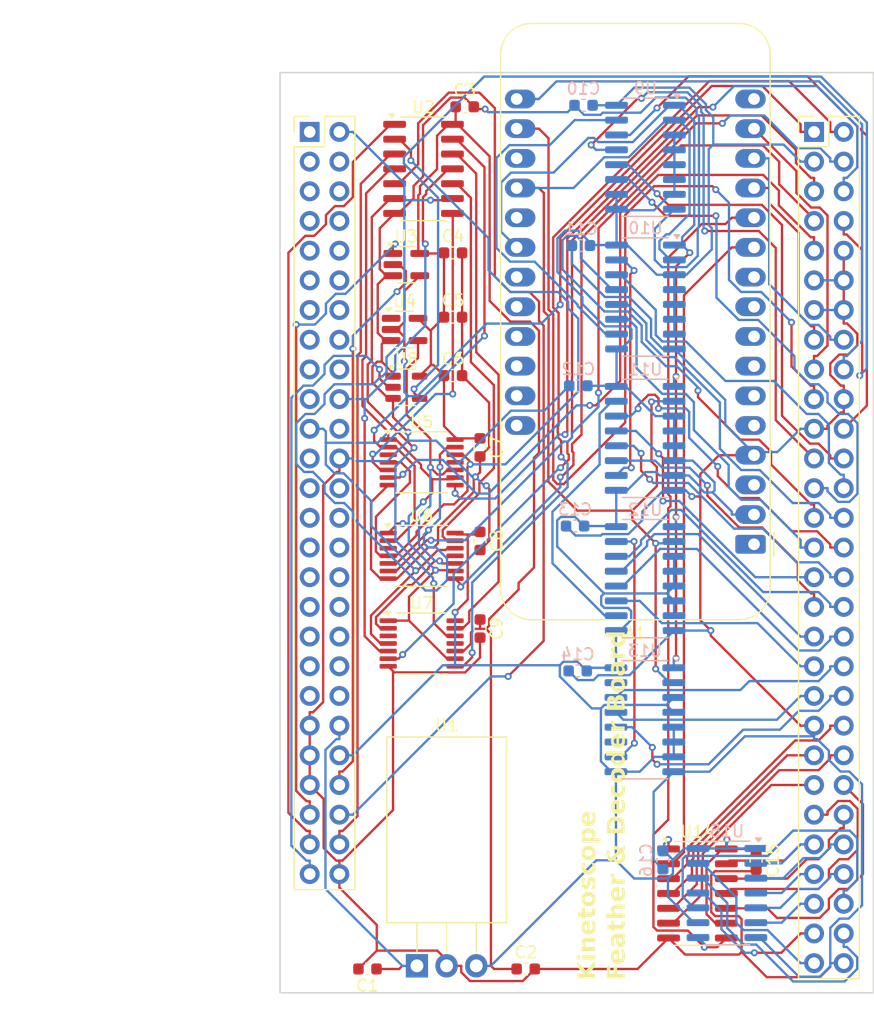
<source format=kicad_pcb>
(kicad_pcb (version 20240108) (generator "pcbnew") (generator_version "8.0")
  (title_block (title "Kinetoscope Feather & Decoder Board"))
  (layers (0 "F.Cu" signal) (31 "B.Cu" signal) (34 "B.Paste" user) (35 "F.Paste" user) (36 "B.SilkS" user "B.Silkscreen") (37 "F.SilkS" user "F.Silkscreen") (38 "B.Mask" user) (39 "F.Mask" user) (44 "Edge.Cuts" user))
  (net 0 "")
  (net 1 "/GND")
  (net 2 "/decoder-internal/~{SEGA_WE_LB}")
  (net 3 "/kinetoscope-header-internal/SEGA_A13")
  (net 4 "/decoder-internal/~{SRAM_CE2}")
  (net 5 "/SRAM_D_NEXT")
  (net 6 "/decoder-internal/SEGA_A20")
  (net 7 "/kinetoscope-header-internal/SEGA_A1")
  (net 8 "/kinetoscope-header-internal/SEGA_D3")
  (net 9 "/kinetoscope-header-internal/SEGA_A14")
  (net 10 "/kinetoscope-header-internal/SEGA_D5")
  (net 11 "/kinetoscope-header-internal/SEGA_D4")
  (net 12 "/decoder-internal/~{REG_WE}")
  (net 13 "/decoder-internal/SEGA_A2")
  (net 14 "/kinetoscope-header-internal/SEGA_D1")
  (net 15 "/~{SRAM_W_A_CLR}")
  (net 16 "/kinetoscope-header-internal/SEGA_A9")
  (net 17 "/kinetoscope-header-internal/SEGA_A23")
  (net 18 "/kinetoscope-header-internal/SEGA_D13")
  (net 19 "/decoder-internal/~{FLASH_CE}")
  (net 20 "/kinetoscope-header-internal/SEGA_A6")
  (net 21 "/kinetoscope-header-internal/SEGA_D9")
  (net 22 "/kinetoscope-header-internal/SEGA_D0")
  (net 23 "/kinetoscope-header-internal/SEGA_A7")
  (net 24 "/decoder-internal/~{SEGA_AS}")
  (net 25 "/kinetoscope-header-internal/SEGA_A5")
  (net 26 "/kinetoscope-header-internal/SEGA_D2")
  (net 27 "/SDA")
  (net 28 "/kinetoscope-header-internal/SEGA_A16")
  (net 29 "/kinetoscope-header-internal/SEGA_A8")
  (net 30 "/kinetoscope-header-internal/SEGA_D14")
  (net 31 "/5V")
  (net 32 "/kinetoscope-header-internal/SEGA_A15")
  (net 33 "/kinetoscope-header-internal/SEGA_A10")
  (net 34 "/kinetoscope-header-internal/SEGA_D11")
  (net 35 "/kinetoscope-header-internal/SEGA_A4")
  (net 36 "/decoder-internal/SEGA_A21")
  (net 37 "/kinetoscope-header-internal/SEGA_A11")
  (net 38 "/kinetoscope-header-internal/SEGA_A17")
  (net 39 "/SRAM_DIS_1")
  (net 40 "/SRAM_DIS_2")
  (net 41 "/decoder-internal/~{SEGA_REGISTER}")
  (net 42 "/kinetoscope-header-internal/SEGA_A22")
  (net 43 "/kinetoscope-header-internal/SEGA_D12")
  (net 44 "/decoder-internal/~{SRAM_CE1}")
  (net 45 "/SCL")
  (net 46 "/3V")
  (net 47 "/kinetoscope-header-internal/SEGA_A3")
  (net 48 "/decoder-internal/~{SYNC_SET}")
  (net 49 "/kinetoscope-header-internal/SEGA_A19")
  (net 50 "/decoder-internal/~{SEGA_CE}")
  (net 51 "/decoder-internal/WRITE")
  (net 52 "/kinetoscope-header-internal/SEGA_D15")
  (net 53 "/kinetoscope-header-internal/SEGA_D8")
  (net 54 "/decoder-internal/~{RESET}")
  (net 55 "/kinetoscope-header-internal/SEGA_D6")
  (net 56 "/kinetoscope-header-internal/SEGA_D10")
  (net 57 "/~{SRAM_WE}")
  (net 58 "/kinetoscope-header-internal/SEGA_A18")
  (net 59 "/SRAM_D_CLK")
  (net 60 "/kinetoscope-header-internal/SEGA_D7")
  (net 61 "/kinetoscope-header-internal/SEGA_A12")
  (net 62 "/SRAM_W_A_CLK")
  (net 63 "/decoder-internal/~{SEGA_WE_UB}")
  (net 64 "/decoder-internal/~{SYNC_OE}")
  (net 65 "/decoder-internal/~{SEGA_A2}")
  (net 66 "/decoder-internal/SEGA_CE")
  (net 67 "/decoder-internal/~{SEGA_A20}")
  (net 68 "/decoder-internal/SEGA_REGISTER")
  (net 69 "/decoder-internal/~{SEGA_A21}")
  (net 70 "/decoder-internal/SEGA_AS")
  (net 71 "/decoder-internal/READ")
  (net 72 "/SRAM_D_IN15")
  (net 73 "/SRAM_D_IN13")
  (net 74 "/SRAM_D_IN10")
  (net 75 "/SRAM_D_IN11")
  (net 76 "/SRAM_D_IN3")
  (net 77 "/SRAM_D_IN4")
  (net 78 "/SRAM_W_A17")
  (net 79 "/SRAM_W_A10")
  (net 80 "/SRAM_W_A12")
  (net 81 "/SRAM_D_IN5")
  (net 82 "/SRAM_D_IN8")
  (net 83 "/~{RESET_3V}")
  (net 84 "/SRAM_W_A13")
  (net 85 "/SRAM_D_IN9")
  (net 86 "/SRAM_W_A1")
  (net 87 "/SRAM_W_A8")
  (net 88 "/SRAM_W_A3")
  (net 89 "/SRAM_W_A15")
  (net 90 "/SRAM_D_IN6")
  (net 91 "/SRAM_W_A7")
  (net 92 "/SRAM_D_IN7")
  (net 93 "/SRAM_D_IN12")
  (net 94 "/SRAM_W_A0")
  (net 95 "/SRAM_D_IN2")
  (net 96 "/SRAM_W_A16")
  (net 97 "/SRAM_W_A2")
  (net 98 "/SRAM_W_A9")
  (net 99 "/SRAM_W_A11")
  (net 100 "/SRAM_W_A18")
  (net 101 "/SRAM_W_A5")
  (net 102 "/SRAM_D_IN1")
  (net 103 "/SRAM_W_A4")
  (net 104 "/SRAM_D_IN0")
  (net 105 "/SRAM_W_A6")
  (net 106 "/SRAM_W_A14")
  (net 107 "/SRAM_D_IN14")
  (net 108 "Net-(U10-CET)")
  (net 109 "Net-(U10-TC)")
  (net 110 "Net-(U11-TC)")
  (net 111 "Net-(U12-TC)")
  (footprint "Package_SO:TSSOP-14_4.4x5mm_P0.65mm" (layer "F.Cu") (at 30.8625 52.65)
    (property "Reference" "U5")
    (property "Value" "74VHC20FT")
  )
  (footprint "Capacitor_SMD:C_0603_1608Metric" (layer "F.Cu") (at 35.8625 66.875 -90)
    (property "Reference" "C9")
    (property "Value" "22nF")
  )
  (footprint "Package_SO:SOIC-14_3.9x8.7mm_P1.27mm" (layer "F.Cu") (at 31.025 27.54)
    (property "Reference" "U2")
    (property "Value" "MC74VHC04DR2G")
  )
  (footprint "kinetoscope-cart-header:kinetoscope-cart-header" (layer "F.Cu") (at 21.28 24.38)
    (property "Reference" "J1" (hide yes))
    (property "Value" "~" (hide yes))
    (fp_rect (start -2.54 -5.08) (end 48.26 73.66) (stroke (width 0.12)) (fill none) (layer "Edge.Cuts"))
  )
  (footprint "Capacitor_SMD:C_0603_1608Metric" (layer "F.Cu") (at 35.8625 51.375 -90)
    (property "Reference" "C7")
    (property "Value" "22nF")
  )
  (footprint "Capacitor_SMD:C_0603_1608Metric" (layer "F.Cu") (at 59.5 86.725 -90)
    (property "Reference" "C15")
    (property "Value" "22nF")
  )
  (footprint "Package_TO_SOT_THT:TO-220-3_Horizontal_TabDown" (layer "F.Cu") (at 30.46 95.73)
    (property "Reference" "U1")
    (property "Value" "MCP1827S-3302E/AB")
  )
  (footprint "Capacitor_SMD:C_0603_1608Metric" (layer "F.Cu") (at 33.55 40.23)
    (property "Reference" "C5")
    (property "Value" "22nF")
  )
  (footprint "Capacitor_SMD:C_0603_1608Metric" (layer "F.Cu") (at 26.225 96 180)
    (property "Reference" "C1")
    (property "Value" "4.7uF")
  )
  (footprint "Capacitor_SMD:C_0603_1608Metric" (layer "F.Cu") (at 33.55 45.23)
    (property "Reference" "C6")
    (property "Value" "22nF")
  )
  (footprint "Module:Adafruit_Feather" (layer "F.Cu") (at 59.32 59.66 180)
    (property "Reference" "A1")
    (property "Value" "~")
  )
  (footprint "Package_SO:TSSOP-14_4.4x5mm_P0.65mm" (layer "F.Cu") (at 30.8625 68.15)
    (property "Reference" "U7")
    (property "Value" "74VHC20FT")
  )
  (footprint "Package_TO_SOT_SMD:SC-74A-5_1.55x2.9mm_P0.95mm" (layer "F.Cu") (at 29.4 41.28)
    (property "Reference" "U4")
    (property "Value" "MC74VHC1G04DBVT1G")
  )
  (footprint "Capacitor_SMD:C_0603_1608Metric" (layer "F.Cu") (at 35.8625 59.375 -90)
    (property "Reference" "C8")
    (property "Value" "22nF")
  )
  (footprint "Capacitor_SMD:C_0603_1608Metric" (layer "F.Cu") (at 39.775 96)
    (property "Reference" "C2")
    (property "Value" "1uF")
  )
  (footprint "Package_SO:TSSOP-14_4.4x5mm_P0.65mm" (layer "F.Cu") (at 30.8625 60.65)
    (property "Reference" "U6")
    (property "Value" "74VHC20FT")
  )
  (footprint "Package_TO_SOT_SMD:SOT-23-5" (layer "F.Cu") (at 29.55 46.23)
    (property "Reference" "U8")
    (property "Value" "SN74LV1T125DBVRG4")
  )
  (footprint "Package_SO:SOIC-14_3.9x8.7mm_P1.27mm" (layer "F.Cu") (at 54.475 89.54)
    (property "Reference" "U14")
    (property "Value" "74LV164D,118")
  )
  (footprint "Package_TO_SOT_SMD:SC-74A-5_1.55x2.9mm_P0.95mm" (layer "F.Cu") (at 29.55 35.73)
    (property "Reference" "U3")
    (property "Value" "MC74VHC1G00DBVT1G")
  )
  (footprint "Capacitor_SMD:C_0603_1608Metric" (layer "F.Cu") (at 34.55 22.23)
    (property "Reference" "C3")
    (property "Value" "22nF")
  )
  (footprint "Capacitor_SMD:C_0603_1608Metric" (layer "F.Cu") (at 33.55 34.73)
    (property "Reference" "C4")
    (property "Value" "22nF")
  )
  (footprint "Capacitor_SMD:C_0603_1608Metric" (layer "B.Cu") (at 44.225 70.5 180)
    (property "Reference" "C14")
    (property "Value" "22nF")
  )
  (footprint "Capacitor_SMD:C_0603_1608Metric" (layer "B.Cu") (at 51.525 86.69 -90)
    (property "Reference" "C16")
    (property "Value" "22nF")
  )
  (footprint "Capacitor_SMD:C_0603_1608Metric" (layer "B.Cu") (at 44 58.1 180)
    (property "Reference" "C13")
    (property "Value" "22nF")
  )
  (footprint "Package_SO:SOIC-16_3.9x9.9mm_P1.27mm" (layer "B.Cu") (at 50.025 26.545 180)
    (property "Reference" "U9")
    (property "Value" "SN74LV163ADR")
  )
  (footprint "Capacitor_SMD:C_0603_1608Metric" (layer "B.Cu") (at 44.5 34.1 180)
    (property "Reference" "C11")
    (property "Value" "22nF")
  )
  (footprint "Capacitor_SMD:C_0603_1608Metric" (layer "B.Cu") (at 44.275 46.1 180)
    (property "Reference" "C12")
    (property "Value" "22nF")
  )
  (footprint "Package_SO:SOIC-16_3.9x9.9mm_P1.27mm" (layer "B.Cu") (at 49.975 74.675 180)
    (property "Reference" "U13")
    (property "Value" "SN74LV163ADR")
  )
  (footprint "Package_SO:SOIC-16_3.9x9.9mm_P1.27mm" (layer "B.Cu") (at 50 62.6 180)
    (property "Reference" "U12")
    (property "Value" "SN74LV163ADR")
  )
  (footprint "Package_SO:SOIC-16_3.9x9.9mm_P1.27mm" (layer "B.Cu") (at 50 50.6 180)
    (property "Reference" "U11")
    (property "Value" "SN74LV163ADR")
  )
  (footprint "Capacitor_SMD:C_0603_1608Metric" (layer "B.Cu") (at 44.725 22.1 180)
    (property "Reference" "C10")
    (property "Value" "22nF")
  )
  (footprint "Package_SO:SOIC-16_3.9x9.9mm_P1.27mm" (layer "B.Cu") (at 50.025 38.505 180)
    (property "Reference" "U10")
    (property "Value" "SN74LV163ADR")
  )
  (footprint "Package_SO:SOIC-14_3.9x8.7mm_P1.27mm" (layer "B.Cu") (at 57 89.5 180)
    (property "Reference" "U15")
    (property "Value" "74LV164D,118")
  )
  (gr_text "Kinetoscope\nFeather & Decoder Board" (at 48.5 97 90) (layer "F.SilkS") (effects (font (size 1.5 1.5) (thickness 0.25) (bold yes)) (justify left bottom)))
  (segment (start 28.8969 31.35) (end 30.1726 30.0743) (width 0.2) (layer "F.Cu") (net 1))
  (segment (start 32.2004 94.4283) (end 33.5021 95.73) (width 0.2) (layer "F.Cu") (net 1))
  (segment (start 28.4125 47.18) (end 28.4125 48.7861) (width 0.2) (layer "F.Cu") (net 1))
  (segment (start 21.28 75.18) (end 21.28 77.72) (width 0.2) (layer "F.Cu") (net 1))
  (segment (start 32.2657 59.5711) (end 32.2657 58.2342) (width 0.2) (layer "F.Cu") (net 1))
  (segment (start 31.4294 59.9257) (end 31.9111 59.9257) (width 0.2) (layer "F.Cu") (net 1))
  (segment (start 54.7211 55.5743) (end 54.0033 55.5743) (width 0.2) (layer "F.Cu") (net 1))
  (segment (start 67 37.08) (end 67 39.62) (width 0.2) (layer "F.Cu") (net 1))
  (segment (start 21.28 80.26) (end 22.4732 81.4532) (width 0.2) (layer "F.Cu") (net 1))
  (segment (start 21.28 80.26) (end 21.28 77.72) (width 0.2) (layer "F.Cu") (net 1))
  (segment (start 27.0217 94.4283) (end 27.0217 92.2334) (width 0.2) (layer "F.Cu") (net 1))
  (segment (start 33.5021 95.73) (end 34.2542 95.73) (width 0.2) (layer "F.Cu") (net 1))
  (segment (start 27.2782 36.1175) (end 27.2782 32.6218) (width 0.2) (layer "F.Cu") (net 1))
  (segment (start 65.8483 44.1927) (end 65.8483 45.1771) (width 0.2) (layer "F.Cu") (net 1))
  (segment (start 31.9111 59.9257) (end 32.2657 59.5711) (width 0.2) (layer "F.Cu") (net 1))
  (segment (start 22.4317 54.6194) (end 22.4317 73.1646) (width 0.2) (layer "F.Cu") (net 1))
  (segment (start 68.164 41.6478) (end 68.164 42.6382) (width 0.2) (layer "F.Cu") (net 1))
  (segment (start 23.82 53.4717) (end 23.5794 53.4717) (width 0.2) (layer "F.Cu") (net 1))
  (segment (start 22.4732 85.65) (end 23.5515 86.7283) (width 0.2) (layer "F.Cu") (net 1))
  (segment (start 30.1726 29.0011) (end 30.9857 28.188) (width 0.2) (layer "F.Cu") (net 1))
  (segment (start 35.8625 52.15) (end 36.6401 51.3724) (width 0.2) (layer "F.Cu") (net 1))
  (segment (start 60.4151 96.7026) (end 64.9631 96.7026) (width 0.2) (layer "F.Cu") (net 1))
  (segment (start 34.2542 96.2787) (end 35.0079 97.0324) (width 0.2) (layer "F.Cu") (net 1))
  (segment (start 23.5515 86.7283) (end 23.82 86.7283) (width 0.2) (layer "F.Cu") (net 1))
  (segment (start 67 37.08) (end 67 34.54) (width 0.2) (layer "F.Cu") (net 1))
  (segment (start 65.8483 95.8174) (end 65.8483 95.5) (width 0.2) (layer "F.Cu") (net 1))
  (segment (start 26.5297 61.7963) (end 26.5297 56.0703) (width 0.2) (layer "F.Cu") (net 1))
  (segment (start 36.2983 22.4256) (end 35.5206 22.4256) (width 0.2) (layer "F.Cu") (net 1))
  (segment (start 68.164 42.6382) (end 67.3722 43.43) (width 0.2) (layer "F.Cu") (net 1))
  (segment (start 67.3722 43.43) (end 66.611 43.43) (width 0.2) (layer "F.Cu") (net 1))
  (segment (start 35.3232 55.1767) (end 35.3232 54.0363) (width 0.2) (layer "F.Cu") (net 1))
  (segment (start 34.2542 95.73) (end 34.2542 96.2787) (width 0.2) (layer "F.Cu") (net 1))
  (segment (start 58.2542 94.5417) (end 60.4151 96.7026) (width 0.2) (layer "F.Cu") (net 1))
  (segment (start 33.3424 21.441) (end 34.536 21.441) (width 0.2) (layer "F.Cu") (net 1))
  (segment (start 27.7523 42.23) (end 28.25 42.23) (width 0.2) (layer "F.Cu") (net 1))
  (segment (start 66.7315 48.3917) (end 67 48.3917) (width 0.2) (layer "F.Cu") (net 1))
  (segment (start 36.6401 47.5451) (end 34.325 45.23) (width 0.2) (layer "F.Cu") (net 1))
  (segment (start 34.536 21.441) (end 35.325 22.23) (width 0.2) (layer "F.Cu") (net 1))
  (segment (start 32.2657 58.2342) (end 35.3232 55.1767) (width 0.2) (layer "F.Cu") (net 1))
  (segment (start 23.82 52.32) (end 23.82 53.4717) (width 0.2) (layer "F.Cu") (net 1))
  (segment (start 22.4317 73.1646) (end 21.568 74.0283) (width 0.2) (layer "F.Cu") (net 1))
  (segment (start 30.9857 28.188) (end 30.9857 23.7977) (width 0.2) (layer "F.Cu") (net 1))
  (segment (start 28 62.6) (end 28.7551 62.6) (width 0.2) (layer "F.Cu") (net 1))
  (segment (start 52 93.35) (end 49.35 96) (width 0.2) (layer "F.Cu") (net 1))
  (segment (start 26.6487 45.83) (end 26.6487 44.449) (width 0.2) (layer "F.Cu") (net 1))
  (segment (start 27.9987 47.18) (end 26.6487 45.83) (width 0.2) (layer "F.Cu") (net 1))
  (segment (start 67 40.7717) (end 67.2879 40.7717) (width 0.2) (layer "F.Cu") (net 1))
  (segment (start 65.6117 49.78) (end 65.6117 49.5115) (width 0.2) (layer "F.Cu") (net 1))
  (segment (start 27.1044 37.4163) (end 27.1044 41.5821) (width 0.2) (layer "F.Cu") (net 1))
  (segment (start 30.9857 23.7977) (end 33.3424 21.441) (width 0.2) (layer "F.Cu") (net 1))
  (segment (start 28.4125 45.0017) (end 27.4481 44.0373) (width 0.2) (layer "F.Cu") (net 1))
  (segment (start 21.28 75.18) (end 21.28 74.0283) (width 0.2) (layer "F.Cu") (net 1))
  (segment (start 25.45 96) (end 27.0217 94.4283) (width 0.2) (layer "F.Cu") (net 1))
  (segment (start 63.3083 75.18) (end 55.6143 67.486) (width 0.2) (layer "F.Cu") (net 1))
  (segment (start 21.568 74.0283) (end 21.28 74.0283) (width 0.2) (layer "F.Cu") (net 1))
  (segment (start 54.7211 66.1528) (end 54.7211 55.5743) (width 0.2) (layer "F.Cu") (net 1))
  (segment (start 66.7595 46.0883) (end 67 46.0883) (width 0.2) (layer "F.Cu") (net 1))
  (segment (start 65.8483 45.1771) (end 66.7595 46.0883) (width 0.2) (layer "F.Cu") (net 1))
  (segment (start 22.4732 81.4532) (end 22.4732 85.65) (width 0.2) (layer "F.Cu") (net 1))
  (segment (start 23.5794 53.4717) (end 22.4317 54.6194) (width 0.2) (layer "F.Cu") (net 1))
  (segment (start 49.35 96) (end 40.55 96) (width 0.2) (layer "F.Cu") (net 1))
  (segment (start 55.6571 87.9482) (end 55.6571 91.1328) (width 0.2) (layer "F.Cu") (net 1))
  (segment (start 58.0297 94.7662) (end 53.4162 94.7662) (width 0.2) (layer "F.Cu") (net 1))
  (segment (start 28.7551 62.6) (end 31.4294 59.9257) (width 0.2) (layer "F.Cu") (net 1))
  (segment (start 54.7211 53.6485) (end 54.7211 55.5743) (width 0.2) (layer "F.Cu") (net 1))
  (segment (start 28.4136 70.6268) (end 34.5868 70.6268) (width 0.2) (layer "F.Cu") (net 1))
  (segment (start 67 39.62) (end 67 40.7717) (width 0.2) (layer "F.Cu") (net 1))
  (segment (start 27.1044 41.5821) (end 27.7523 42.23) (width 0.2) (layer "F.Cu") (net 1))
  (segment (start 28 62.6) (end 27.3334 62.6) (width 0.2) (layer "F.Cu") (net 1))
  (segment (start 27.0217 94.4283) (end 32.2004 94.4283) (width 0.2) (layer "F.Cu") (net 1))
  (segment (start 59.365 87.635) (end 55.9703 87.635) (width 0.2) (layer "F.Cu") (net 1))
  (segment (start 59.5 87.5) (end 59.365 87.635) (width 0.2) (layer "F.Cu") (net 1))
  (segment (start 34.325 40.23) (end 34.325 45.23) (width 0.2) (layer "F.Cu") (net 1))
  (segment (start 67 95.5) (end 65.8483 95.5) (width 0.2) (layer "F.Cu") (net 1))
  (segment (start 39.5176 97.0324) (end 40.55 96) (width 0.2) (layer "F.Cu") (net 1))
  (segment (start 59.32 52.04) (end 57.4183 52.04) (width 0.2) (layer "F.Cu") (net 1))
  (segment (start 28.4125 48.7861) (end 29.6983 50.0719) (width 0.2) (layer "F.Cu") (net 1))
  (segment (start 23.82 87.88) (end 23.82 89.0317) (width 0.2) (layer "F.Cu") (net 1))
  (segment (start 35.8625 60.15) (end 36.6613 59.3512) (width 0.2) (layer "F.Cu") (net 1))
  (segment (start 57.994 91.4762) (end 58.2542 91.7364) (width 0.2) (layer "F.Cu") (net 1))
  (segment (start 64.9631 96.7026) (end 65.8483 95.8174) (width 0.2) (layer "F.Cu") (net 1))
  (segment (start 26.6487 44.449) (end 27.0604 44.0373) (width 0.2) (layer "F.Cu") (net 1))
  (segment (start 35.3232 54.0363) (end 35.4676 53.8919) (width 0.2) (layer "F.Cu") (net 1))
  (segment (start 55.6571 91.1328) (end 56.0005 91.4762) (width 0.2) (layer "F.Cu") (net 1))
  (segment (start 35.4676 53.8919) (end 35.8625 53.497) (width 0.2) (layer "F.Cu") (net 1))
  (segment (start 36.6613 59.3512) (end 36.6613 54.908) (width 0.2) (layer "F.Cu") (net 1))
  (segment (start 67 47.24) (end 67 46.0883) (width 0.2) (layer "F.Cu") (net 1))
  (segment (start 67 47.24) (end 67 48.3917) (width 0.2) (layer "F.Cu") (net 1))
  (segment (start 26.5297 56.0703) (end 28 54.6) (width 0.2) (layer "F.Cu") (net 1))
  (segment (start 28.4125 45.28) (end 28.4125 45.0017) (width 0.2) (layer "F.Cu") (net 1))
  (segment (start 28.4136 82.3981) (end 24.0834 86.7283) (width 0.2) (layer "F.Cu") (net 1))
  (segment (start 34.325 34.73) (end 34.325 40.23) (width 0.2) (layer "F.Cu") (net 1))
  (segment (start 64.46 49.78) (end 65.6117 49.78) (width 0.2) (layer "F.Cu") (net 1))
  (segment (start 28 70.1) (end 28.4136 70.5136) (width 0.2) (layer "F.Cu") (net 1))
  (segment (start 24.0834 86.7283) (end 23.82 86.7283) (width 0.2) (layer "F.Cu") (net 1))
  (segment (start 57.4183 52.04) (end 56.3296 52.04) (width 0.2) (layer "F.Cu") (net 1))
  (segment (start 27.3334 62.6) (end 26.5297 61.7963) (width 0.2) (layer "F.Cu") (net 1))
  (segment (start 27.7523 42.23) (end 27.4481 42.5342) (width 0.2) (layer "F.Cu") (net 1))
  (segment (start 34.5868 70.6268) (end 35.8625 69.3511) (width 0.2) (layer "F.Cu") (net 1))
  (segment (start 28.4136 70.6268) (end 28.4136 82.3981) (width 0.2) (layer "F.Cu") (net 1))
  (segment (start 36.6401 51.3724) (end 36.6401 47.5451) (width 0.2) (layer "F.Cu") (net 1))
  (segment (start 27.4481 42.5342) (end 27.4481 44.0373) (width 0.2) (layer "F.Cu") (net 1))
  (segment (start 53.4162 94.7662) (end 52 93.35) (width 0.2) (layer "F.Cu") (net 1))
  (segment (start 36.6613 54.908) (end 36.4074 54.6541) (width 0.2) (layer "F.Cu") (net 1))
  (segment (start 35.5206 22.4256) (end 35.325 22.23) (width 0.2) (layer "F.Cu") (net 1))
  (segment (start 64.46 75.18) (end 63.3083 75.18) (width 0.2) (layer "F.Cu") (net 1))
  (segment (start 56.3296 52.04) (end 54.7211 53.6485) (width 0.2) (layer "F.Cu") (net 1))
  (segment (start 28.4136 70.5136) (end 28.4136 70.6268) (width 0.2) (layer "F.Cu") (net 1))
  (segment (start 33 95.73) (end 33.5021 95.73) (width 0.2) (layer "F.Cu") (net 1))
  (segment (start 67.2879 40.7717) (end 68.164 41.6478) (width 0.2) (layer "F.Cu") (net 1))
  (segment (start 56.0005 91.4762) (end 57.994 91.4762) (width 0.2) (layer "F.Cu") (net 1))
  (segment (start 58.2542 91.7364) (end 58.2542 94.5417) (width 0.2) (layer "F.Cu") (net 1))
  (segment (start 27.8407 36.68) (end 27.2782 36.1175) (width 0.2) (layer "F.Cu") (net 1))
  (segment (start 27.0604 44.0373) (end 27.4481 44.0373) (width 0.2) (layer "F.Cu") (net 1))
  (segment (start 55.6143 67.046) (end 54.7211 66.1528) (width 0.2) (layer "F.Cu") (net 1))
  (segment (start 55.6143 67.486) (end 55.6143 67.046) (width 0.2) (layer "F.Cu") (net 1))
  (segment (start 27.0217 92.2334) (end 23.82 89.0317) (width 0.2) (layer "F.Cu") (net 1))
  (segment (start 30.1726 30.0743) (end 30.1726 29.0011) (width 0.2) (layer "F.Cu") (net 1))
  (segment (start 28.4125 47.18) (end 27.9987 47.18) (width 0.2) (layer "F.Cu") (net 1))
  (segment (start 35.8625 53.497) (end 35.8625 52.15) (width 0.2) (layer "F.Cu") (net 1))
  (segment (start 65.6117 49.5115) (end 66.7315 48.3917) (width 0.2) (layer "F.Cu") (net 1))
  (segment (start 66.611 43.43) (end 65.8483 44.1927) (width 0.2) (layer "F.Cu") (net 1))
  (segment (start 58.2542 94.5417) (end 58.0297 94.7662) (width 0.2) (layer "F.Cu") (net 1))
  (segment (start 35.8625 69.3511) (end 35.8625 67.65) (width 0.2) (layer "F.Cu") (net 1))
  (segment (start 27.2782 32.6218) (end 28.55 31.35) (width 0.2) (layer "F.Cu") (net 1))
  (segment (start 35.0079 97.0324) (end 39.5176 97.0324) (width 0.2) (layer "F.Cu") (net 1))
  (segment (start 28.4 36.68) (end 27.8407 36.68) (width 0.2) (layer "F.Cu") (net 1))
  (segment (start 23.82 87.88) (end 23.82 86.7283) (width 0.2) (layer "F.Cu") (net 1))
  (segment (start 28.55 31.35) (end 28.8969 31.35) (width 0.2) (layer "F.Cu") (net 1))
  (segment (start 55.9703 87.635) (end 55.6571 87.9482) (width 0.2) (layer "F.Cu") (net 1))
  (segment (start 27.8407 36.68) (end 27.1044 37.4163) (width 0.2) (layer "F.Cu") (net 1))
  (via (at 35.4676 53.8919) (size 0.6) (drill 0.3) (layers "F.Cu" "B.Cu") (net 1))
  (via (at 54.0033 55.5743) (size 0.6) (drill 0.3) (layers "F.Cu" "B.Cu") (net 1))
  (via (at 36.2983 22.4256) (size 0.6) (drill 0.3) (layers "F.Cu" "B.Cu") (net 1))
  (via (at 55.6143 67.046) (size 0.6) (drill 0.3) (layers "F.Cu" "B.Cu") (net 1))
  (via (at 29.6983 50.0719) (size 0.6) (drill 0.3) (layers "F.Cu" "B.Cu") (net 1))
  (via (at 36.4074 54.6541) (size 0.6) (drill 0.3) (layers "F.Cu" "B.Cu") (net 1))
  (segment (start 48.5677 58.79) (end 46.3353 58.79) (width 0.2) (layer "B.Cu") (net 1))
  (segment (start 68.567 80.1922) (end 67.4831 79.1083) (width 0.2) (layer "B.Cu") (net 1))
  (segment (start 36.5646 22.6919) (end 43.3581 22.6919) (width 0.2) (layer "B.Cu") (net 1))
  (segment (start 45.5764 71.282) (end 44.232 71.282) (width 0.2) (layer "B.Cu") (net 1))
  (segment (start 52.475 55.045) (end 51.577 55.045) (width 0.2) (layer "B.Cu") (net 1))
  (segment (start 35.2018 53.8919) (end 35.4676 53.8919) (width 0.2) (layer "B.Cu") (net 1))
  (segment (start 49.6105 22.7351) (end 50.9011 21.4445) (width 0.2) (layer "B.Cu") (net 1))
  (segment (start 43.95 22.1) (end 44.7658 22.9158) (width 0.2) (layer "B.Cu") (net 1))
  (segment (start 68.567 90.5453) (end 68.567 80.1922) (width 0.2) (layer "B.Cu") (net 1))
  (segment (start 58.5342 76.0933) (end 64.46 76.0933) (width 0.2) (layer "B.Cu") (net 1))
  (segment (start 35.4676 53.8919) (end 36.2298 54.6541) (width 0.2) (layer "B.Cu") (net 1))
  (segment (start 51.577 55.045) (end 49.761 56.861) (width 0.2) (layer "B.Cu") (net 1))
  (segment (start 27.9575 52.5417) (end 29.6983 50.8009) (width 0.2) (layer "B.Cu") (net 1))
  (segment (start 54.5 32.6094) (end 54.5 34.9877) (width 0.2) (layer "B.Cu") (net 1))
  (segment (start 65.8483 95.5) (end 65.8483 95.7685) (width 0.2) (layer "B.Cu") (net 1))
  (segment (start 64.7285 76.3317) (end 64.46 76.3317) (width 0.2) (layer "B.Cu") (net 1))
  (segment (start 67.4223 91.69) (end 68.567 90.5453) (width 0.2) (layer "B.Cu") (net 1))
  (segment (start 45.9934 70.865) (end 45.5764 71.282) (width 0.2) (layer "B.Cu") (net 1))
  (segment (start 51.4401 35.9465) (end 50.8197 35.3261) (width 0.2) (layer "B.Cu") (net 1))
  (segment (start 65.73 78.1141) (end 65.73 77.3332) (width 0.2) (layer "B.Cu") (net 1))
  (segment (start 56.8585 49.4451) (end 59.1866 51.7732) (width 0.2) (layer "B.Cu") (net 1))
  (segment (start 65.73 77.3332) (end 64.7285 76.3317) (width 0.2) (layer "B.Cu") (net 1))
  (segment (start 52.476 67.046) (end 55.6143 67.046) (width 0.2) (layer "B.Cu") (net 1))
  (segment (start 49.761 57.5967) (end 48.5677 58.79) (width 0.2) (layer "B.Cu") (net 1))
  (segment (start 54.3974 22.8389) (end 54.6039 23.0454) (width 0.2) (layer "B.Cu") (net 1))
  (segment (start 64.46 76.0933) (end 64.46 76.3317) (width 0.2) (layer "B.Cu") (net 1))
  (segment (start 43.3581 22.6919) (end 43.95 22.1) (width 0.2) (layer "B.Cu") (net 1))
  (segment (start 66.7242 79.1083) (end 65.73 78.1141) (width 0.2) (layer "B.Cu") (net 1))
  (segment (start 49.761 56.861) (end 49.761 57.5967) (width 0.2) (layer "B.Cu") (net 1))
  (segment (start 54.6039 23.0454) (end 54.6039 32.5055) (width 0.2) (layer "B.Cu") (net 1))
  (segment (start 53.474 55.045) (end 54.0033 55.5743) (width 0.2) (layer "B.Cu") (net 1))
  (segment (start 50.9011 21.4445) (end 53.4609 21.4445) (width 0.2) (layer "B.Cu") (net 1))
  (segment (start 59.8098 93.31) (end 59.475 93.31) (width 0.2) (layer "B.Cu") (net 1))
  (segment (start 64.46 39.62) (end 67 39.62) (width 0.2) (layer "B.Cu") (net 1))
  (segment (start 52.475 67.045) (end 48.655 70.865) (width 0.2) (layer "B.Cu") (net 1))
  (segment (start 25.1934 52.5417) (end 27.9575 52.5417) (width 0.2) (layer "B.Cu") (net 1))
  (segment (start 36.2983 22.4256) (end 36.5646 22.6919) (width 0.2) (layer "B.Cu") (net 1))
  (segment (start 43.725 35.6694) (end 43.725 34.1) (width 0.2) (layer "B.Cu") (net 1))
  (segment (start 43.5 46.1) (end 41.37 48.23) (width 0.2) (layer "B.Cu") (net 1))
  (segment (start 64.9578 96.659) (end 63.1588 96.659) (width 0.2) (layer "B.Cu") (net 1))
  (segment (start 41.37 48.23) (end 38.5098 48.23) (width 0.2) (layer "B.Cu") (net 1))
  (segment (start 46.2125 58.9128) (end 44.0378 58.9128) (width 0.2) (layer "B.Cu") (net 1))
  (segment (start 36.2298 54.6541) (end 36.4074 54.6541) (width 0.2) (layer "B.Cu") (net 1))
  (segment (start 51.4981 42.95) (end 50.5066 41.9585) (width 0.2) (layer "B.Cu") (net 1))
  (segment (start 52.5 42.95) (end 51.4981 42.95) (width 0.2) (layer "B.Cu") (net 1))
  (segment (start 38.5098 48.23) (end 34.0249 52.7149) (width 0.2) (layer "B.Cu") (net 1))
  (segment (start 65.8483 95.5) (end 65.8483 92.4818) (width 0.2) (layer "B.Cu") (net 1))
  (segment (start 50.7261 80.8439) (end 50.7261 86.6661) (width 0.2) (layer "B.Cu") (net 1))
  (segment (start 54.3974 22.381) (end 54.3974 22.8389) (width 0.2) (layer "B.Cu") (net 1))
  (segment (start 59.1866 51.7732) (end 59.32 51.7732) (width 0.2) (layer "B.Cu") (net 1))
  (segment (start 48.6129 38.505) (end 46.5606 38.505) (width 0.2) (layer "B.Cu") (net 1))
  (segment (start 50.8197 35.3261) (end 50.8197 32.6703) (width 0.2) (layer "B.Cu") (net 1))
  (segment (start 44.232 71.282) (end 43.45 70.5) (width 0.2) (layer "B.Cu") (net 1))
  (segment (start 24.9717 52.32) (end 25.1934 52.5417) (width 0.2) (layer "B.Cu") (net 1))
  (segment (start 44.0378 58.9128) (end 43.225 58.1) (width 0.2) (layer "B.Cu") (net 1))
  (segment (start 54.6039 32.5055) (end 54.5 32.6094) (width 0.2) (layer "B.Cu") (net 1))
  (segment (start 54.5 34.9877) (end 53.5412 35.9465) (width 0.2) (layer "B.Cu") (net 1))
  (segment (start 50.7261 86.6661) (end 51.525 87.465) (width 0.2) (layer "B.Cu") (net 1))
  (segment (start 55.5075 79.12) (end 58.5342 76.0933) (width 0.2) (layer "B.Cu") (net 1))
  (segment (start 46.5606 38.505) (end 43.725 35.6694) (width 0.2) (layer "B.Cu") (net 1))
  (segment (start 67 37.08) (end 64.46 37.08) (width 0.2) (layer "B.Cu") (net 1))
  (segment (start 65.8483 92.4818) (end 66.6401 91.69) (width 0.2) (layer "B.Cu") (net 1))
  (segment (start 46.3353 58.79) (end 46.2125 58.9128) (width 0.2) (layer "B.Cu") (net 1))
  (segment (start 52.45 79.12) (end 50.7261 80.8439) (width 0.2) (layer "B.Cu") (net 1))
  (segment (start 61.3151 51.7732) (end 63.3083 49.78) (width 0.2) (layer "B.Cu") (net 1))
  (segment (start 67.4831 79.1083) (end 66.7242 79.1083) (width 0.2) (layer "B.Cu") (net 1))
  (segment (start 29.6983 50.8009) (end 29.6983 50.0719) (width 0.2) (layer "B.Cu") (net 1))
  (segment (start 52.45 79.12) (end 55.5075 79.12) (width 0.2) (layer "B.Cu") (net 1))
  (segment (start 66.6401 91.69) (end 67.4223 91.69) (width 0.2) (layer "B.Cu") (net 1))
  (segment (start 64.46 75.18) (end 64.46 76.0933) (width 0.2) (layer "B.Cu") (net 1))
  (segment (start 63.1588 96.659) (end 59.8098 93.31) (width 0.2) (layer "B.Cu") (net 1))
  (segment (start 65.8483 95.7685) (end 64.9578 96.659) (width 0.2) (layer "B.Cu") (net 1))
  (segment (start 32.1108 50.8009) (end 34.0249 52.7149) (width 0.2) (layer "B.Cu") (net 1))
  (segment (start 52.5 42.95) (end 56.8585 47.3085) (width 0.2) (layer "B.Cu") (net 1))
  (segment (start 34.0249 52.7149) (end 35.2018 53.8919) (width 0.2) (layer "B.Cu") (net 1))
  (segment (start 53.4609 21.4445) (end 54.3974 22.381) (width 0.2) (layer "B.Cu") (net 1))
  (segment (start 29.6983 50.8009) (end 32.1108 50.8009) (width 0.2) (layer "B.Cu") (net 1))
  (segment (start 59.32 51.7732) (end 59.32 52.04) (width 0.2) (layer "B.Cu") (net 1))
  (segment (start 64.46 49.78) (end 63.3083 49.78) (width 0.2) (layer "B.Cu") (net 1))
  (segment (start 23.82 52.32) (end 24.9717 52.32) (width 0.2) (layer "B.Cu") (net 1))
  (segment (start 48.655 70.865) (end 45.9934 70.865) (width 0.2) (layer "B.Cu") (net 1))
  (segment (start 67 95.5) (end 65.8483 95.5) (width 0.2) (layer "B.Cu") (net 1))
  (segment (start 53.5412 35.9465) (end 51.4401 35.9465) (width 0.2) (layer "B.Cu") (net 1))
  (segment (start 50.5066 40.3987) (end 48.6129 38.505) (width 0.2) (layer "B.Cu") (net 1))
  (segment (start 56.8585 47.3085) (end 56.8585 49.4451) (width 0.2) (layer "B.Cu") (net 1))
  (segment (start 52.475 67.045) (end 52.476 67.046) (width 0.2) (layer "B.Cu") (net 1))
  (segment (start 52.475 55.045) (end 53.474 55.045) (width 0.2) (layer "B.Cu") (net 1))
  (segment (start 50.8197 32.6703) (end 52.5 30.99) (width 0.2) (layer "B.Cu") (net 1))
  (segment (start 59.32 51.7732) (end 61.3151 51.7732) (width 0.2) (layer "B.Cu") (net 1))
  (segment (start 44.7658 22.9158) (end 46.1825 22.9158) (width 0.2) (layer "B.Cu") (net 1))
  (segment (start 46.1825 22.9158) (end 46.3632 22.7351) (width 0.2) (layer "B.Cu") (net 1))
  (segment (start 46.3632 22.7351) (end 49.6105 22.7351) (width 0.2) (layer "B.Cu") (net 1))
  (segment (start 50.5066 41.9585) (end 50.5066 40.3987) (width 0.2) (layer "B.Cu") (net 1))
  (segment (start 23.82 80.26) (end 23.82 79.1083) (width 0.2) (layer "F.Cu") (net 2))
  (segment (start 23.82 79.1083) (end 24.0885 79.1083) (width 0.2) (layer "F.Cu") (net 2))
  (segment (start 24.9717 78.2251) (end 24.9717 42.9319) (width 0.2) (layer "F.Cu") (net 2))
  (segment (start 28.9514 35.73) (end 29.5023 36.2809) (width 0.2) (layer "F.Cu") (net 2))
  (segment (start 28.4 35.73) (end 28.9514 35.73) (width 0.2) (layer "F.Cu") (net 2))
  (segment (start 24.0885 79.1083) (end 24.9717 78.2251) (width 0.2) (layer "F.Cu") (net 2))
  (segment (start 29.5023 36.2809) (end 29.5023 37.301) (width 0.2) (layer "F.Cu") (net 2))
  (segment (start 29.5023 37.301) (end 28.7556 38.0477) (width 0.2) (layer "F.Cu") (net 2))
  (via (at 24.9717 42.9319) (size 0.6) (drill 0.3) (layers "F.Cu" "B.Cu") (net 2))
  (via (at 28.7556 38.0477) (size 0.6) (drill 0.3) (layers "F.Cu" "B.Cu") (net 2))
  (segment (start 24.9717 41.8316) (end 28.7556 38.0477) (width 0.2) (layer "B.Cu") (net 2))
  (segment (start 24.9717 42.9319) (end 24.9717 41.8316) (width 0.2) (layer "B.Cu") (net 2))
  (segment (start 64.46 29.46) (end 64.46 28.3083) (width 0.2) (layer "F.Cu") (net 4))
  (segment (start 43.7381 50.5204) (end 43.7381 33.6665) (width 0.2) (layer "F.Cu") (net 4))
  (segment (start 43.3855 50.8729) (end 43.3856 50.8729) (width 0.2) (layer "F.Cu") (net 4))
  (segment (start 29.2405 69.0983) (end 28.8888 69.45) (width 0.2) (layer "F.Cu") (net 4))
  (segment (start 42.7568 53.1101) (end 43.4576 52.4093) (width 0.2) (layer "F.Cu") (net 4))
  (segment (start 28.8888 69.45) (end 28 69.45) (width 0.2) (layer "F.Cu") (net 4))
  (segment (start 62.9081 25.9185) (end 62.9081 27.0307) (width 0.2) (layer "F.Cu") (net 4))
  (segment (start 62.9081 27.0307) (end 64.1857 28.3083) (width 0.2) (layer "F.Cu") (net 4))
  (segment (start 43.4576 51.9919) (end 43.3437 51.878) (width 0.2) (layer "F.Cu") (net 4))
  (segment (start 43.4576 52.4093) (end 43.4576 51.9919) (width 0.2) (layer "F.Cu") (net 4))
  (segment (start 43.7381 33.6665) (end 54.4375 22.9671) (width 0.2) (layer "F.Cu") (net 4))
  (segment (start 59.9567 22.9671) (end 62.9081 25.9185) (width 0.2) (layer "F.Cu") (net 4))
  (segment (start 43.3437 50.9147) (end 43.3855 50.8729) (width 0.2) (layer "F.Cu") (net 4))
  (segment (start 43.3856 50.8729) (end 43.7381 50.5204) (width 0.2) (layer "F.Cu") (net 4))
  (segment (start 43.3437 51.878) (end 43.3437 50.9147) (width 0.2) (layer "F.Cu") (net 4))
  (segment (start 54.4375 22.9671) (end 59.9567 22.9671) (width 0.2) (layer "F.Cu") (net 4))
  (segment (start 64.1857 28.3083) (end 64.46 28.3083) (width 0.2) (layer "F.Cu") (net 4))
  (via (at 42.7568 53.1101) (size 0.6) (drill 0.3) (layers "F.Cu" "B.Cu") (net 4))
  (via (at 29.2405 69.0983) (size 0.6) (drill 0.3) (layers "F.Cu" "B.Cu") (net 4))
  (segment (start 42.6769 53.1101) (end 42.7568 53.1101) (width 0.2) (layer "B.Cu") (net 4))
  (segment (start 33.601 64.7378) (end 33.601 62.186) (width 0.2) (layer "B.Cu") (net 4))
  (segment (start 33.601 62.186) (end 42.6769 53.1101) (width 0.2) (layer "B.Cu") (net 4))
  (segment (start 29.2405 69.0983) (end 33.601 64.7378) (width 0.2) (layer "B.Cu") (net 4))
  (segment (start 53.3172 38.3611) (end 53.3172 86.0275) (width 0.2) (layer "F.Cu") (net 5))
  (segment (start 52.3447 87) (end 52 87) (width 0.2) (layer "F.Cu") (net 5))
  (segment (start 59.32 34.26) (end 57.4183 34.26) (width 0.2) (layer "F.Cu") (net 5))
  (segment (start 53.3172 86.0275) (end 52.3447 87) (width 0.2) (layer "F.Cu") (net 5))
  (segment (start 57.4183 34.26) (end 53.3172 38.3611) (width 0.2) (layer "F.Cu") (net 5))
  (segment (start 33.1492 27.54) (end 31.2524 29.4368) (width 0.2) (layer "F.Cu") (net 6))
  (segment (start 31.2524 29.4368) (end 31.2524 29.6953) (width 0.2) (layer "F.Cu") (net 6))
  (segment (start 25.9837 48.8881) (end 25.9837 67.5253) (width 0.2) (layer "F.Cu") (net 6))
  (segment (start 30.976 29.9717) (end 30.976 33.7533) (width 0.2) (layer "F.Cu") (net 6))
  (segment (start 27.2584 68.8) (end 28 68.8) (width 0.2) (layer "F.Cu") (net 6))
  (segment (start 30.976 33.7533) (end 31.18 33.9573) (width 0.2) (layer "F.Cu") (net 6))
  (segment (start 31.2524 29.6953) (end 30.976 29.9717) (width 0.2) (layer "F.Cu") (net 6))
  (segment (start 33.5 27.54) (end 33.1492 27.54) (width 0.2) (layer "F.Cu") (net 6))
  (segment (start 25.9837 67.5253) (end 27.2584 68.8) (width 0.2) (layer "F.Cu") (net 6))
  (via (at 31.18 33.9573) (size 0.6) (drill 0.3) (layers "F.Cu" "B.Cu") (net 6))
  (via (at 25.9837 48.8881) (size 0.6) (drill 0.3) (layers "F.Cu" "B.Cu") (net 6))
  (segment (start 24.9717 47.24) (end 25.9837 47.24) (width 0.2) (layer "B.Cu") (net 6))
  (segment (start 28.6 44.7678) (end 28.6 43.5368) (width 0.2) (layer "B.Cu") (net 6))
  (segment (start 26.1278 47.24) (end 28.6 44.7678) (width 0.2) (layer "B.Cu") (net 6))
  (segment (start 31.18 40.9568) (end 31.18 33.9573) (width 0.2) (layer "B.Cu") (net 6))
  (segment (start 25.9837 47.24) (end 26.1278 47.24) (width 0.2) (layer "B.Cu") (net 6))
  (segment (start 28.6 43.5368) (end 31.18 40.9568) (width 0.2) (layer "B.Cu") (net 6))
  (segment (start 25.9837 47.24) (end 25.9837 48.8881) (width 0.2) (layer "B.Cu") (net 6))
  (segment (start 23.82 47.24) (end 24.9717 47.24) (width 0.2) (layer "B.Cu") (net 6))
  (segment (start 64.46 33.3883) (end 64.172 33.3883) (width 0.2) (layer "F.Cu") (net 12))
  (segment (start 60.1064 28.0584) (end 51.1209 28.0584) (width 0.2) (layer "F.Cu") (net 12))
  (segment (start 61.4463 29.3983) (end 60.1064 28.0584) (width 0.2) (layer "F.Cu") (net 12))
  (segment (start 64.172 33.3883) (end 61.4463 30.6626) (width 0.2) (layer "F.Cu") (net 12))
  (segment (start 28 53.95) (end 28.9787 53.95) (width 0.2) (layer "F.Cu") (net 12))
  (segment (start 47.8627 31.3166) (end 47.8627 45.694) (width 0.2) (layer "F.Cu") (net 12))
  (segment (start 45.779 47.7777) (end 45.2577 47.7777) (width 0.2) (layer "F.Cu") (net 12))
  (segment (start 51.1209 28.0584) (end 47.8627 31.3166) (width 0.2) (layer "F.Cu") (net 12))
  (segment (start 47.8627 45.694) (end 45.779 47.7777) (width 0.2) (layer "F.Cu") (net 12))
  (segment (start 28.9787 53.95) (end 29.2534 53.6753) (width 0.2) (layer "F.Cu") (net 12))
  (segment (start 61.4463 30.6626) (end 61.4463 29.3983) (width 0.2) (layer "F.Cu") (net 12))
  (segment (start 64.46 34.54) (end 64.46 33.3883) (width 0.2) (layer "F.Cu") (net 12))
  (via (at 29.2534 53.6753) (size 0.6) (drill 0.3) (layers "F.Cu" "B.Cu") (net 12))
  (via (at 45.2577 47.7777) (size 0.6) (drill 0.3) (layers "F.Cu" "B.Cu") (net 12))
  (segment (start 45.2577 47.7777) (end 44.1349 47.7777) (width 0.2) (layer "B.Cu") (net 12))
  (segment (start 32.6686 52.4436) (end 30.4851 52.4436) (width 0.2) (layer "B.Cu") (net 12))
  (segment (start 35.5473 55.3223) (end 32.6686 52.4436) (width 0.2) (layer "B.Cu") (net 12))
  (segment (start 44.1349 47.7777) (end 36.5903 55.3223) (width 0.2) (layer "B.Cu") (net 12))
  (segment (start 30.4851 52.4436) (end 29.2534 53.6753) (width 0.2) (layer "B.Cu") (net 12))
  (segment (start 36.5903 55.3223) (end 35.5473 55.3223) (width 0.2) (layer "B.Cu") (net 12))
  (segment (start 28.7204 61.3) (end 31.4521 58.5683) (width 0.2) (layer "F.Cu") (net 13))
  (segment (start 32.4291 51.9896) (end 32.4291 53.0554) (width 0.2) (layer "F.Cu") (net 13))
  (segment (start 31.6205 30.2208) (end 33.3592 30.2208) (width 0.2) (layer "F.Cu") (net 13))
  (segment (start 31.4521 58.5683) (end 31.4521 58.4381) (width 0.2) (layer "F.Cu") (net 13))
  (segment (start 33.3592 30.2208) (end 33.5 30.08) (width 0.2) (layer "F.Cu") (net 13))
  (segment (start 33.0687 51.35) (end 32.4291 51.9896) (width 0.2) (layer "F.Cu") (net 13))
  (segment (start 28 61.3) (end 28.7204 61.3) (width 0.2) (layer "F.Cu") (net 13))
  (segment (start 33.725 51.35) (end 33.0687 51.35) (width 0.2) (layer "F.Cu") (net 13))
  (via (at 31.4521 58.4381) (size 0.6) (drill 0.3) (layers "F.Cu" "B.Cu") (net 13))
  (via (at 32.4291 53.0554) (size 0.6) (drill 0.3) (layers "F.Cu" "B.Cu") (net 13))
  (via (at 31.6205 30.2208) (size 0.6) (drill 0.3) (layers "F.Cu" "B.Cu") (net 13))
  (segment (start 29.3806 42.1232) (end 29.3806 30.2208) (width 0.2) (layer "B.Cu") (net 13))
  (segment (start 32.4291 53.0554) (end 32.4291 57.4611) (width 0.2) (layer "B.Cu") (net 13))
  (segment (start 29.3806 30.2208) (end 31.6205 30.2208) (width 0.2) (layer "B.Cu") (net 13))
  (segment (start 27.8561 43.6477) (end 29.3806 42.1232) (width 0.2) (layer "B.Cu") (net 13))
  (segment (start 29.3806 30.2208) (end 29.3806 28.7889) (width 0.2) (layer "B.Cu") (net 13))
  (segment (start 24.2312 56.13) (end 23.4346 56.13) (width 0.2) (layer "B.Cu") (net 13))
  (segment (start 22.55 47.6583) (end 22.55 46.8216) (width 0.2) (layer "B.Cu") (net 13))
  (segment (start 22.55 54.4659) (end 21.5558 53.4717) (width 0.2) (layer "B.Cu") (net 13))
  (segment (start 32.1508 63.6161) (end 31.1839 63.6161) (width 0.2) (layer "B.Cu") (net 13))
  (segment (start 27.3936 45.2962) (end 27.5036 45.2962) (width 0.2) (layer "B.Cu") (net 13))
  (segment (start 29.3806 28.7889) (end 24.9717 24.38) (width 0.2) (layer "B.Cu") (net 13))
  (segment (start 31.0611 58.8291) (end 31.0611 59.5719) (width 0.2) (layer "B.Cu") (net 13))
  (segment (start 31.1839 63.6161) (end 24.9717 57.4039) (width 0.2) (layer "B.Cu") (net 13))
  (segment (start 21.6983 48.51) (end 22.55 47.6583) (width 0.2) (layer "B.Cu") (net 13))
  (segment (start 20.8028 53.4717) (end 20.1239 52.7928) (width 0.2) (layer "B.Cu") (net 13))
  (segment (start 20.1239 52.7928) (end 20.1239 49.3001) (width 0.2) (layer "B.Cu") (net 13))
  (segment (start 31.4149 59.9257) (end 32.088 59.9257) (width 0.2) (layer "B.Cu") (net 13))
  (segment (start 31.0611 59.5719) (end 31.4149 59.9257) (width 0.2) (layer "B.Cu") (net 13))
  (segment (start 27.8561 44.9437) (end 27.8561 43.6477) (width 0.2) (layer "B.Cu") (net 13))
  (segment (start 24.9717 57.4039) (end 24.9717 56.8705) (width 0.2) (layer "B.Cu") (net 13))
  (segment (start 21.5558 53.4717) (end 20.8028 53.4717) (width 0.2) (layer "B.Cu") (net 13))
  (segment (start 32.4291 57.4611) (end 31.4521 58.4381) (width 0.2) (layer "B.Cu") (net 13))
  (segment (start 22.55 55.2454) (end 22.55 54.4659) (width 0.2) (layer "B.Cu") (net 13))
  (segment (start 22.55 46.8216) (end 23.4031 45.9685) (width 0.2) (layer "B.Cu") (net 13))
  (segment (start 20.1239 49.3001) (end 20.914 48.51) (width 0.2) (layer "B.Cu") (net 13))
  (segment (start 23.4031 45.9685) (end 26.7213 45.9685) (width 0.2) (layer "B.Cu") (net 13))
  (segment (start 32.088 59.9257) (end 33.0388 60.8765) (width 0.2) (layer "B.Cu") (net 13))
  (segment (start 24.9717 56.8705) (end 24.2312 56.13) (width 0.2) (layer "B.Cu") (net 13))
  (segment (start 23.82 24.38) (end 24.9717 24.38) (width 0.2) (layer "B.Cu") (net 13))
  (segment (start 33.0388 60.8765) (end 33.0388 62.7281) (width 0.2) (layer "B.Cu") (net 13))
  (segment (start 27.5036 45.2962) (end 27.8561 44.9437) (width 0.2) (layer "B.Cu") (net 13))
  (segment (start 26.7213 45.9685) (end 27.3936 45.2962) (width 0.2) (layer "B.Cu") (net 13))
  (segment (start 23.4346 56.13) (end 22.55 55.2454) (width 0.2) (layer "B.Cu") (net 13))
  (segment (start 33.0388 62.7281) (end 32.1508 63.6161) (width 0.2) (layer "B.Cu") (net 13))
  (segment (start 20.914 48.51) (end 21.6983 48.51) (width 0.2) (layer "B.Cu") (net 13))
  (segment (start 31.4521 58.4381) (end 31.0611 58.8291) (width 0.2) (layer "B.Cu") (net 13))
  (segment (start 52.6437 57.3252) (end 52.6468 57.3283) (width 0.2) (layer "F.Cu") (net 15))
  (segment (start 53.8199 34.7136) (end 52.6437 35.8898) (width 0.2) (layer "F.Cu") (net 15))
  (segment (start 52.6437 35.8898) (end 52.6437 45.2941) (width 0.2) (layer "F.Cu") (net 15))
  (segment (start 52.6437 45.2941) (end 52.6437 57.3252) (width 0.2) (layer "F.Cu") (net 15))
  (segment (start 52.6468 57.3283) (end 52.6468 69.4157) (width 0.2) (layer "F.Cu") (net 15))
  (via (at 52.6437 45.2941) (size 0.6) (drill 0.3) (layers "F.Cu" "B.Cu") (net 15))
  (via (at 52.6437 57.3252) (size 0.6) (drill 0.3) (layers "F.Cu" "B.Cu") (net 15))
  (via (at 52.6468 69.4157) (size 0.6) (drill 0.3) (layers "F.Cu" "B.Cu") (net 15))
  (via (at 53.8199 34.7136) (size 0.6) (drill 0.3) (layers "F.Cu" "B.Cu") (net 15))
  (segment (start 52.5 34.06) (end 53.1663 34.06) (width 0.2) (layer "B.Cu") (net 15))
  (segment (start 45.625 24.8937) (end 45.9775 25.2462) (width 0.2) (layer "B.Cu") (net 15))
  (segment (start 54.2022 23.4365) (end 54.2022 32.3392) (width 0.2) (layer "B.Cu") (net 15))
  (segment (start 52.0934 22.1) (end 52.5 22.1) (width 0.2) (layer "B.Cu") (net 15))
  (segment (start 38.512 27.8611) (end 42.1593 27.8611) (width 0.2) (layer "B.Cu") (net 15))
  (segment (start 52.6437 57.9863) (end 52.6437 57.3252) (width 0.2) (layer "B.Cu") (net 15))
  (segment (start 53.1663 33.3751) (end 53.1663 34.06) (width 0.2) (layer "B.Cu") (net 15))
  (segment (start 45.9775 25.2462) (end 48.9473 25.2462) (width 0.2) (layer "B.Cu") (net 15))
  (segment (start 52.475 46.155) (end 52.475 45.4628) (width 0.2) (layer "B.Cu") (net 15))
  (segment (start 45.1267 24.8937) (end 45.625 24.8937) (width 0.2) (layer "B.Cu") (net 15))
  (segment (start 52.475 45.4628) (end 52.6437 45.2941) (width 0.2) (layer "B.Cu") (net 15))
  (segment (start 37.665 32.925) (end 37.665 28.7081) (width 0.2) (layer "B.Cu") (net 15))
  (segment (start 52.8657 22.1) (end 54.2022 23.4365) (width 0.2) (layer "B.Cu") (net 15))
  (segment (start 54.2022 32.3392) (end 53.1663 33.3751) (width 0.2) (layer "B.Cu") (net 15))
  (segment (start 39 34.26) (end 37.665 32.925) (width 0.2) (layer "B.Cu") (net 15))
  (segment (start 52.45 69.6125) (end 52.45 70.23) (width 0.2) (layer "B.Cu") (net 15))
  (segment (start 52.475 58.155) (end 52.6437 57.9863) (width 0.2) (layer "B.Cu") (net 15))
  (segment (start 53.1663 34.06) (end 53.8199 34.7136) (width 0.2) (layer "B.Cu") (net 15))
  (segment (start 52.6468 69.4157) (end 52.45 69.6125) (width 0.2) (layer "B.Cu") (net 15))
  (segment (start 48.9473 25.2462) (end 52.0934 22.1001) (width 0.2) (layer "B.Cu") (net 15))
  (segment (start 52.0934 22.1001) (end 52.0934 22.1) (width 0.2) (layer "B.Cu") (net 15))
  (segment (start 52.5 22.1) (end 52.8657 22.1) (width 0.2) (layer "B.Cu") (net 15))
  (segment (start 37.665 28.7081) (end 38.512 27.8611) (width 0.2) (layer "B.Cu") (net 15))
  (segment (start 42.1593 27.8611) (end 45.1267 24.8937) (width 0.2) (layer "B.Cu") (net 15))
  (segment (start 42.5347 50.0775) (end 42.5142 50.057) (width 0.2) (layer "F.Cu") (net 19))
  (segment (start 42.5864 39.8642) (end 42.482 39.7598) (width 0.2) (layer "F.Cu") (net 19))
  (segment (start 33.725 70.1) (end 34.4143 70.1) (width 0.2) (layer "F.Cu") (net 19))
  (segment (start 42.1292 39.4087) (end 42.1292 33.3986) (width 0.2) (layer "F.Cu") (net 19))
  (segment (start 62.3209 20.0381) (end 65.8483 23.5655) (width 0.2) (layer "F.Cu") (net 19))
  (segment (start 42.482 39.7598) (end 42.4803 39.7598) (width 0.2) (layer "F.Cu") (net 19))
  (segment (start 34.4143 70.1) (end 35.1898 69.3245) (width 0.2) (layer "F.Cu") (net 19))
  (segment (start 42.1292 33.3986) (end 55.4897 20.0381) (width 0.2) (layer "F.Cu") (net 19))
  (segment (start 42.5142 49.5588) (end 42.5864 49.4866) (width 0.2) (layer "F.Cu") (net 19))
  (segment (start 42.803 50.7886) (end 42.5347 50.5203) (width 0.2) (layer "F.Cu") (net 19))
  (segment (start 67 24.38) (end 65.8483 24.38) (width 0.2) (layer "F.Cu") (net 19))
  (segment (start 35.1898 69.3245) (end 35.1898 68.9342) (width 0.2) (layer "F.Cu") (net 19))
  (segment (start 42.4803 39.7598) (end 42.1292 39.4087) (width 0.2) (layer "F.Cu") (net 19))
  (segment (start 42.803 52.1882) (end 42.803 50.7886) (width 0.2) (layer "F.Cu") (net 19))
  (segment (start 55.4897 20.0381) (end 62.3209 20.0381) (width 0.2) (layer "F.Cu") (net 19))
  (segment (start 65.8483 23.5655) (end 65.8483 24.38) (width 0.2) (layer "F.Cu") (net 19))
  (segment (start 42.5142 50.057) (end 42.5142 49.5588) (width 0.2) (layer "F.Cu") (net 19))
  (segment (start 42.5347 50.5203) (end 42.5347 50.0775) (width 0.2) (layer "F.Cu") (net 19))
  (segment (start 42.5864 49.4866) (end 42.5864 39.8642) (width 0.2) (layer "F.Cu") (net 19))
  (via (at 42.803 52.1882) (size 0.6) (drill 0.3) (layers "F.Cu" "B.Cu") (net 19))
  (via (at 35.1898 68.9342) (size 0.6) (drill 0.3) (layers "F.Cu" "B.Cu") (net 19))
  (segment (start 35.1898 68.9342) (end 35.1898 62.9364) (width 0.2) (layer "B.Cu") (net 19))
  (segment (start 43.3585 52.7437) (end 42.803 52.1882) (width 0.2) (layer "B.Cu") (net 19))
  (segment (start 43.3585 54.7677) (end 43.3585 52.7437) (width 0.2) (layer "B.Cu") (net 19))
  (segment (start 35.1898 62.9364) (end 43.3585 54.7677) (width 0.2) (layer "B.Cu") (net 19))
  (segment (start 23.82 85.34) (end 23.82 84.1883) (width 0.2) (layer "F.Cu") (net 24))
  (segment (start 25.3734 82.9147) (end 25.3734 43.4949) (width 0.2) (layer "F.Cu") (net 24))
  (segment (start 23.82 84.1883) (end 24.0998 84.1883) (width 0.2) (layer "F.Cu") (net 24))
  (segment (start 25.6504 43.2179) (end 25.6504 28.8244) (width 0.2) (layer "F.Cu") (net 24))
  (segment (start 24.0998 84.1883) (end 25.3734 82.9147) (width 0.2) (layer "F.Cu") (net 24))
  (segment (start 25.3734 43.4949) (end 25.6504 43.2179) (width 0.2) (layer "F.Cu") (net 24))
  (segment (start 25.6504 28.8244) (end 28.2048 26.27) (width 0.2) (layer "F.Cu") (net 24))
  (segment (start 28.2048 26.27) (end 28.55 26.27) (width 0.2) (layer "F.Cu") (net 24))
  (segment (start 64.8881 20.0552) (end 42.4065 20.0552) (width 0.2) (layer "B.Cu") (net 27))
  (segment (start 39 21.56) (end 40.9017 21.56) (width 0.2) (layer "B.Cu") (net 27))
  (segment (start 67 44.7) (end 67 43.5483) (width 0.2) (layer "B.Cu") (net 27))
  (segment (start 68.5747 42.2421) (end 68.5747 23.7418) (width 0.2) (layer "B.Cu") (net 27))
  (segment (start 67.2685 43.5483) (end 68.5747 42.2421) (width 0.2) (layer "B.Cu") (net 27))
  (segment (start 42.4065 20.0552) (end 40.9017 21.56) (width 0.2) (layer "B.Cu") (net 27))
  (segment (start 68.5747 23.7418) (end 64.8881 20.0552) (width 0.2) (layer "B.Cu") (net 27))
  (segment (start 67 43.5483) (end 67.2685 43.5483) (width 0.2) (layer "B.Cu") (net 27))
  (segment (start 27 96) (end 28.9358 96) (width 0.2) (layer "F.Cu") (net 31))
  (segment (start 30.46 95.73) (end 29.2058 95.73) (width 0.2) (layer "F.Cu") (net 31))
  (segment (start 28.9358 96) (end 29.2058 95.73) (width 0.2) (layer "F.Cu") (net 31))
  (segment (start 23.82 75.18) (end 23.82 76.3317) (width 0.2) (layer "B.Cu") (net 31))
  (segment (start 30.46 95.73) (end 29.2058 95.73) (width 0.2) (layer "B.Cu") (net 31))
  (segment (start 29.2058 95.73) (end 22.6294 89.1536) (width 0.2) (layer "B.Cu") (net 31))
  (segment (start 23.5515 76.3317) (end 23.82 76.3317) (width 0.2) (layer "B.Cu") (net 31))
  (segment (start 22.6294 89.1536) (end 22.6294 77.2538) (width 0.2) (layer "B.Cu") (net 31))
  (segment (start 22.6294 77.2538) (end 23.5515 76.3317) (width 0.2) (layer "B.Cu") (net 31))
  (segment (start 33.8478 25) (end 36.2415 27.3937) (width 0.2) (layer "F.Cu") (net 36))
  (segment (start 33.5 25) (end 33.8478 25) (width 0.2) (layer "F.Cu") (net 36))
  (segment (start 30.5322 61.8726) (end 30.5005 61.8726) (width 0.2) (layer "F.Cu") (net 36))
  (segment (start 30.3583 61.92) (end 30.3582 61.92) (width 0.2) (layer "F.Cu") (net 36))
  (segment (start 26.5253 67.3315) (end 26.5253 65.753) (width 0.2) (layer "F.Cu") (net 36))
  (segment (start 33.0688 60) (end 32.9194 60.1494) (width 0.2) (layer "F.Cu") (net 36))
  (segment (start 32.2554 60.1494) (end 30.5322 61.8726) (width 0.2) (layer "F.Cu") (net 36))
  (segment (start 36.2415 27.3937) (end 36.2415 41.8351) (width 0.2) (layer "F.Cu") (net 36))
  (segment (start 30.4057 61.9674) (end 30.4056 61.9674) (width 0.2) (layer "F.Cu") (net 36))
  (segment (start 27.3438 68.15) (end 26.5253 67.3315) (width 0.2) (layer "F.Cu") (net 36))
  (segment (start 33.725 60) (end 33.0688 60) (width 0.2) (layer "F.Cu") (net 36))
  (segment (start 26.5253 65.753) (end 30.3583 61.92) (width 0.2) (layer "F.Cu") (net 36))
  (segment (start 32.9194 60.1494) (end 32.2554 60.1494) (width 0.2) (layer "F.Cu") (net 36))
  (segment (start 30.5005 61.8726) (end 30.4057 61.9674) (width 0.2) (layer "F.Cu") (net 36))
  (segment (start 30.4056 61.9674) (end 30.3583 61.92) (width 0.2) (layer "F.Cu") (net 36))
  (segment (start 28 68.15) (end 27.3438 68.15) (width 0.2) (layer "F.Cu") (net 36))
  (via (at 36.2415 41.8351) (size 0.6) (drill 0.3) (layers "F.Cu" "B.Cu") (net 36))
  (via (at 30.3582 61.92) (size 0.6) (drill 0.3) (layers "F.Cu" "B.Cu") (net 36))
  (segment (start 36.2415 41.8351) (end 27.1 50.9766) (width 0.2) (layer "B.Cu") (net 36))
  (segment (start 27.1 50.9766) (end 22.6572 50.9766) (width 0.2) (layer "B.Cu") (net 36))
  (segment (start 22.6572 50.9766) (end 22.6572 52.8456) (width 0.2) (layer "B.Cu") (net 36))
  (segment (start 23.4016 53.59) (end 24.1859 53.59) (width 0.2) (layer "B.Cu") (net 36))
  (segment (start 24.1859 53.59) (end 26.5572 55.9613) (width 0.2) (layer "B.Cu") (net 36))
  (segment (start 21.28 49.78) (end 22.4317 49.78) (width 0.2) (layer "B.Cu") (net 36))
  (segment (start 26.5572 58.119) (end 30.3582 61.92) (width 0.2) (layer "B.Cu") (net 36))
  (segment (start 26.5572 55.9613) (end 26.5572 58.119) (width 0.2) (layer "B.Cu") (net 36))
  (segment (start 22.6572 52.8456) (end 23.4016 53.59) (width 0.2) (layer "B.Cu") (net 36))
  (segment (start 22.4317 49.78) (end 22.6572 50.0055) (width 0.2) (layer "B.Cu") (net 36))
  (segment (start 22.6572 50.0055) (end 22.6572 50.9766) (width 0.2) (layer "B.Cu") (net 36))
  (segment (start 60.6217 26.64) (end 60.6217 37.4147) (width 0.2) (layer "B.Cu") (net 39))
  (segment (start 64.8468 40.89) (end 65.8483 41.8915) (width 0.2) (layer "B.Cu") (net 39))
  (segment (start 60.6217 37.4147) (end 64.097 40.89) (width 0.2) (layer "B.Cu") (net 39))
  (segment (start 65.8483 41.8915) (end 65.8483 42.16) (width 0.2) (layer "B.Cu") (net 39))
  (segment (start 67 42.16) (end 65.8483 42.16) (width 0.2) (layer "B.Cu") (net 39))
  (segment (start 64.097 40.89) (end 64.8468 40.89) (width 0.2) (layer "B.Cu") (net 39))
  (segment (start 59.32 26.64) (end 60.6217 26.64) (width 0.2) (layer "B.Cu") (net 39))
  (segment (start 65.6117 31.5229) (end 64.9371 30.8483) (width 0.2) (layer "F.Cu") (net 40))
  (segment (start 62.947 29.5887) (end 62.947 27.727) (width 0.2) (layer "F.Cu") (net 40))
  (segment (start 64.2066 30.8483) (end 62.947 29.5887) (width 0.2) (layer "F.Cu") (net 40))
  (segment (start 64.46 43.5483) (end 64.7285 43.5483) (width 0.2) (layer "F.Cu") (net 40))
  (segment (start 64.9371 30.8483) (end 64.2066 30.8483) (width 0.2) (layer "F.Cu") (net 40))
  (segment (start 62.947 27.727) (end 59.32 24.1) (width 0.2) (layer "F.Cu") (net 40))
  (segment (start 64.46 44.7) (end 64.46 43.5483) (width 0.2) (layer "F.Cu") (net 40))
  (segment (start 65.6117 42.6651) (end 65.6117 31.5229) (width 0.2) (layer "F.Cu") (net 40))
  (segment (start 64.7285 43.5483) (end 65.6117 42.6651) (width 0.2) (layer "F.Cu") (net 40))
  (segment (start 23.4367 30.73) (end 22.6683 31.4984) (width 0.2) (layer "F.Cu") (net 41))
  (segment (start 21.6741 33.27) (end 20.9019 33.27) (width 0.2) (layer "F.Cu") (net 41))
  (segment (start 24.9752 29.9584) (end 24.2036 30.73) (width 0.2) (layer "F.Cu") (net 41))
  (segment (start 24.9752 26.9591) (end 24.9752 29.9584) (width 0.2) (layer "F.Cu") (net 41))
  (segment (start 21.0115 84.1883) (end 21.28 84.1883) (width 0.2) (layer "F.Cu") (net 41))
  (segment (start 22.6683 31.4984) (end 22.6683 32.2758) (width 0.2) (layer "F.Cu") (net 41))
  (segment (start 28.55 23.73) (end 28.2043 23.73) (width 0.2) (layer "F.Cu") (net 41))
  (segment (start 28.2043 23.73) (end 24.9752 26.9591) (width 0.2) (layer "F.Cu") (net 41))
  (segment (start 24.2036 30.73) (end 23.4367 30.73) (width 0.2) (layer "F.Cu") (net 41))
  (segment (start 21.28 85.34) (end 21.28 84.1883) (width 0.2) (layer "F.Cu") (net 41))
  (segment (start 22.6683 32.2758) (end 21.6741 33.27) (width 0.2) (layer "F.Cu") (net 41))
  (segment (start 19.4564 82.6332) (end 21.0115 84.1883) (width 0.2) (layer "F.Cu") (net 41))
  (segment (start 20.9019 33.27) (end 19.4564 34.7155) (width 0.2) (layer "F.Cu") (net 41))
  (segment (start 19.4564 34.7155) (end 19.4564 82.6332) (width 0.2) (layer "F.Cu") (net 41))
  (segment (start 43.7454 51.7117) (end 43.7454 51.0811) (width 0.2) (layer "F.Cu") (net 44))
  (segment (start 54.366 23.6463) (end 56.6102 23.6463) (width 0.2) (layer "F.Cu") (net 44))
  (segment (start 43.8593 51.8256) (end 43.7454 51.7117) (width 0.2) (layer "F.Cu") (net 44))
  (segment (start 42.7353 53.912) (end 42.8228 53.912) (width 0.2) (layer "F.Cu") (net 44))
  (segment (start 43.7454 51.0811) (end 44.5488 50.2777) (width 0.2) (layer "F.Cu") (net 44))
  (segment (start 33.725 62.6) (end 34.2028 63.0778) (width 0.2) (layer "F.Cu") (net 44))
  (segment (start 34.2028 63.0778) (end 34.2028 63.3105) (width 0.2) (layer "F.Cu") (net 44))
  (segment (start 42.8228 53.912) (end 43.8593 52.8755) (width 0.2) (layer "F.Cu") (net 44))
  (segment (start 43.8593 52.8755) (end 43.8593 51.8256) (width 0.2) (layer "F.Cu") (net 44))
  (segment (start 44.5488 33.4635) (end 54.366 23.6463) (width 0.2) (layer "F.Cu") (net 44))
  (segment (start 44.5488 50.2777) (end 44.5488 33.4635) (width 0.2) (layer "F.Cu") (net 44))
  (via (at 56.6102 23.6463) (size 0.6) (drill 0.3) (layers "F.Cu" "B.Cu") (net 44))
  (via (at 42.7353 53.912) (size 0.6) (drill 0.3) (layers "F.Cu" "B.Cu") (net 44))
  (via (at 34.2028 63.3105) (size 0.6) (drill 0.3) (layers "F.Cu" "B.Cu") (net 44))
  (segment (start 62.9937 25.7683) (end 60.2085 22.9831) (width 0.2) (layer "B.Cu") (net 44))
  (segment (start 34.2028 63.3105) (end 42.7353 54.778) (width 0.2) (layer "B.Cu") (net 44))
  (segment (start 67 26.92) (end 65.8483 26.92) (width 0.2) (layer "B.Cu") (net 44))
  (segment (start 42.7353 54.778) (end 42.7353 53.912) (width 0.2) (layer "B.Cu") (net 44))
  (segment (start 64.9846 25.7683) (end 62.9937 25.7683) (width 0.2) (layer "B.Cu") (net 44))
  (segment (start 60.2085 22.9831) (end 57.2734 22.9831) (width 0.2) (layer "B.Cu") (net 44))
  (segment (start 57.2734 22.9831) (end 56.6102 23.6463) (width 0.2) (layer "B.Cu") (net 44))
  (segment (start 65.8483 26.92) (end 65.8483 26.632) (width 0.2) (layer "B.Cu") (net 44))
  (segment (start 65.8483 26.632) (end 64.9846 25.7683) (width 0.2) (layer "B.Cu") (net 44))
  (segment (start 42.1336 49.3714) (end 42.1336 39.9811) (width 0.2) (layer "F.Cu") (net 45))
  (segment (start 42.1125 49.3925) (end 42.1336 49.3714) (width 0.2) (layer "F.Cu") (net 45))
  (segment (start 41.726 24.9243) (end 40.9017 24.1) (width 0.2) (layer "F.Cu") (net 45))
  (segment (start 42.1125 50.6661) (end 42.1125 49.3925) (width 0.2) (layer "F.Cu") (net 45))
  (segment (start 41.726 39.5735) (end 41.726 24.9243) (width 0.2) (layer "F.Cu") (net 45))
  (segment (start 42.1336 54.1611) (end 42.1336 50.6872) (width 0.2) (layer "F.Cu") (net 45))
  (segment (start 62.5306 44.4468) (end 62.5306 40.6706) (width 0.2) (layer "F.Cu") (net 45))
  (segment (start 48.2942 49.2422) (end 43.0227 54.5137) (width 0.2) (layer "F.Cu") (net 45))
  (segment (start 39 24.1) (end 40.9017 24.1) (width 0.2) (layer "F.Cu") (net 45))
  (segment (start 56.0487 29.3162) (end 55.753 29.0205) (width 0.2) (layer "F.Cu") (net 45))
  (segment (start 42.4862 54.5137) (end 42.1336 54.1611) (width 0.2) (layer "F.Cu") (net 45))
  (segment (start 50.7594 29.0205) (end 48.2942 31.4857) (width 0.2) (layer "F.Cu") (net 45))
  (segment (start 64.1721 46.0883) (end 62.5306 44.4468) (width 0.2) (layer "F.Cu") (net 45))
  (segment (start 64.46 46.0883) (end 64.1721 46.0883) (width 0.2) (layer "F.Cu") (net 45))
  (segment (start 48.2942 31.4857) (end 48.2942 49.2422) (width 0.2) (layer "F.Cu") (net 45))
  (segment (start 55.753 29.0205) (end 50.7594 29.0205) (width 0.2) (layer "F.Cu") (net 45))
  (segment (start 43.0227 54.5137) (end 42.4862 54.5137) (width 0.2) (layer "F.Cu") (net 45))
  (segment (start 64.46 47.24) (end 64.46 46.0883) (width 0.2) (layer "F.Cu") (net 45))
  (segment (start 42.1336 50.6872) (end 42.1125 50.6661) (width 0.2) (layer "F.Cu") (net 45))
  (segment (start 42.1336 39.9811) (end 41.726 39.5735) (width 0.2) (layer "F.Cu") (net 45))
  (via (at 56.0487 29.3162) (size 0.6) (drill 0.3) (layers "F.Cu" "B.Cu") (net 45))
  (via (at 62.5306 40.6706) (size 0.6) (drill 0.3) (layers "F.Cu" "B.Cu") (net 45))
  (segment (start 58.2062 38.07) (end 59.93 38.07) (width 0.2) (layer "B.Cu") (net 45))
  (segment (start 57.1786 37.0424) (end 58.2062 38.07) (width 0.2) (layer "B.Cu") (net 45))
  (segment (start 56.0487 29.3162) (end 57.1786 30.4461) (width 0.2) (layer "B.Cu") (net 45))
  (segment (start 59.93 38.07) (end 62.5306 40.6706) (width 0.2) (layer "B.Cu") (net 45))
  (segment (start 57.1786 30.4461) (end 57.1786 37.0424) (width 0.2) (layer "B.Cu") (net 45))
  (segment (start 33.8498 58.8248) (end 33.725 58.7) (width 0.2) (layer "F.Cu") (net 46))
  (segment (start 30.7209 29.6588) (end 30.5743 29.8054) (width 0.2) (layer "F.Cu") (net 46))
  (segment (start 39 96) (end 37.0642 96) (width 0.2) (layer "F.Cu") (net 46))
  (segment (start 31.6508 41.3542) (end 32.775 40.23) (width 0.2) (layer "F.Cu") (net 46))
  (segment (start 39.1643 62.9692) (end 39.1643 63.5372) (width 0.2) (layer "F.Cu") (net 46))
  (segment (start 31.6508 41.3542) (end 31.6523 41.3557) (width 0.2) (layer "F.Cu") (net 46))
  (segment (start 31.6523 44.3152) (end 30.6875 45.28) (width 0.2) (layer "F.Cu") (net 46))
  (segment (start 35.8625 58.6) (end 35.6377 58.8248) (width 0.2) (layer "F.Cu") (net 46))
  (segment (start 33.725 66.2) (end 33.725 65.4812) (width 0.2) (layer "F.Cu") (net 46))
  (segment (start 30.5743 29.8054) (end 30.5743 34.6543) (width 0.2) (layer "F.Cu") (net 46))
  (segment (start 35.0849 68.1643) (end 35.0849 67.2065) (width 0.2) (layer "F.Cu") (net 46))
  (segment (start 56.0087 92.08) (end 55.2554 91.3267) (width 0.2) (layer "F.Cu") (net 46))
  (segment (start 55.2554 91.3267) (end 55.2554 87.2167) (width 0.2) (layer "F.Cu") (net 46))
  (segment (start 33.775 23.455) (end 33.7219 23.5081) (width 0.2) (layer "F.Cu") (net 46))
  (segment (start 34.81 64.3962) (end 34.81 58.8248) (width 0.2) (layer "F.Cu") (net 46))
  (segment (start 33.825 50.6) (end 33.725 50.7) (width 0.2) (layer "F.Cu") (net 46))
  (segment (start 36.6516 66.6179) (end 36.3721 66.8974) (width 0.2) (layer "F.Cu") (net 46))
  (segment (start 56.95 92.08) (end 56.0087 92.08) (width 0.2) (layer "F.Cu") (net 46))
  (segment (start 32.775 45.23) (end 32.775 49.55) (width 0.2) (layer "F.Cu") (net 46))
  (segment (start 55.3403 86.9921) (end 56.6024 85.73) (width 0.2) (layer "F.Cu") (net 46))
  (segment (start 56.95 84.9711) (end 56.9993 84.9218) (width 0.2) (layer "F.Cu") (net 46))
  (segment (start 55.3403 87.1318) (end 55.3403 86.9921) (width 0.2) (layer "F.Cu") (net 46))
  (segment (start 33.775 22.23) (end 33.775 23.455) (width 0.2) (layer "F.Cu") (net 46))
  (segment (start 31.6523 44.3152) (end 31.8602 44.3152) (width 0.2) (layer "F.Cu") (net 46))
  (segment (start 32.775 34.78) (end 32.775 34.73) (width 0.2) (layer "F.Cu") (net 46))
  (segment (start 36.7942 67.3195) (end 36.3721 66.8974) (width 0.2) (layer "F.Cu") (net 46))
  (segment (start 33.725 68.8) (end 34.4492 68.8) (width 0.2) (layer "F.Cu") (net 46))
  (segment (start 36.6516 66.0499) (end 36.6516 66.6179) (width 0.2) (layer "F.Cu") (net 46))
  (segment (start 40.1309 40.61) (end 40.9059 41.385) (width 0.2) (layer "F.Cu") (net 46))
  (segment (start 31.5742 41.3542) (end 31.6508 41.3542) (width 0.2) (layer "F.Cu") (net 46))
  (segment (start 40.9059 41.385) (end 40.9059 51.838) (width 0.2) (layer "F.Cu") (net 46))
  (segment (start 52 85.73) (end 52 84.9242) (width 0.2) (layer "F.Cu") (net 46))
  (segment (start 30.5743 34.6543) (end 30.7 34.78) (width 0.2) (layer "F.Cu") (net 46))
  (segment (start 33.7219 23.5081) (end 36.6854 26.4717) (width 0.2) (layer "F.Cu") (net 46))
  (segment (start 35.6377 58.8248) (end 34.81 58.8248) (width 0.2) (layer "F.Cu") (net 46))
  (segment (start 36.6854 38.8352) (end 38.4602 40.61) (width 0.2) (layer "F.Cu") (net 46))
  (segment (start 32.775 49.55) (end 33.825 50.6) (width 0.2) (layer "F.Cu") (net 46))
  (segment (start 40.4845 61.649) (end 39.1643 62.9692) (width 0.2) (layer "F.Cu") (net 46))
  (segment (start 35.0849 67.2065) (end 35.394 66.8974) (width 0.2) (layer "F.Cu") (net 46))
  (segment (start 40.486 52.2579) (end 40.486 54.1322) (width 0.2) (layer "F.Cu") (net 46))
  (segment (start 40.486 54.1322) (end 40.4845 54.1337) (width 0.2) (layer "F.Cu") (net 46))
  (segment (start 31.6523 41.3557) (end 31.6523 44.3152) (width 0.2) (layer "F.Cu") (net 46))
  (segment (start 32.775 40.23) (end 32.775 34.78) (width 0.2) (layer "F.Cu") (net 46))
  (segment (start 30.55 40.33) (end 31.5742 41.3542) (width 0.2) (layer "F.Cu") (net 46))
  (segment (start 37.0642 96) (end 36.7942 95.73) (width 0.2) (layer "F.Cu") (net 46))
  (segment (start 30.7209 29.0208) (end 30.7209 29.6588) (width 0.2) (layer "F.Cu") (net 46))
  (segment (start 32.1842 27.5575) (end 30.7209 29.0208) (width 0.2) (layer "F.Cu") (net 46))
  (segment (start 55.2554 87.2167) (end 55.3403 87.1318) (width 0.2) (layer "F.Cu") (net 46))
  (segment (start 34.4492 68.8) (end 35.0849 68.1643) (width 0.2) (layer "F.Cu") (net 46))
  (segment (start 40.4845 54.1337) (end 40.4845 61.649) (width 0.2) (layer "F.Cu") (net 46))
  (segment (start 36.3721 66.8974) (end 35.8625 66.8974) (width 0.2) (layer "F.Cu") (net 46))
  (segment (start 36.7942 95.73) (end 36.7942 67.3195) (width 0.2) (layer "F.Cu") (net 46))
  (segment (start 34.81 58.8248) (end 33.8498 58.8248) (width 0.2) (layer "F.Cu") (net 46))
  (segment (start 36.6854 26.4717) (end 36.6854 38.8352) (width 0.2) (layer "F.Cu") (net 46))
  (segment (start 33.7219 23.5081) (end 33.5 23.73) (width 0.2) (layer "F.Cu") (net 46))
  (segment (start 33.1528 23.73) (end 32.1842 24.6986) (width 0.2) (layer "F.Cu") (net 46))
  (segment (start 35.394 66.8974) (end 35.8625 66.8974) (width 0.2) (layer "F.Cu") (net 46))
  (segment (start 32.1842 24.6986) (end 32.1842 27.5575) (width 0.2) (layer "F.Cu") (net 46))
  (segment (start 35.8625 50.6) (end 33.825 50.6) (width 0.2) (layer "F.Cu") (net 46))
  (segment (start 56.6024 85.73) (end 56.95 85.73) (width 0.2) (layer "F.Cu") (net 46))
  (segment (start 32.775 34.78) (end 30.7 34.78) (width 0.2) (layer "F.Cu") (net 46))
  (segment (start 35.54 95.73) (end 36.7942 95.73) (width 0.2) (layer "F.Cu") (net 46))
  (segment (start 35.8625 66.8974) (end 35.8625 66.1) (width 0.2) (layer "F.Cu") (net 46))
  (segment (start 33.5 23.73) (end 33.1528 23.73) (width 0.2) (layer "F.Cu") (net 46))
  (segment (start 56.95 85.73) (end 59.28 85.73) (width 0.2) (layer "F.Cu") (net 46))
  (segment (start 40.9059 51.838) (end 40.486 52.2579) (width 0.2) (layer "F.Cu") (net 46))
  (segment (start 56.95 85.73) (end 56.95 84.9711) (width 0.2) (layer "F.Cu") (net 46))
  (segment (start 33.725 65.4812) (end 34.81 64.3962) (width 0.2) (layer "F.Cu") (net 46))
  (segment (start 39.1643 63.5372) (end 36.6516 66.0499) (width 0.2) (layer "F.Cu") (net 46))
  (segment (start 59.28 85.73) (end 59.5 85.95) (width 0.2) (layer "F.Cu") (net 46))
  (segment (start 31.8602 44.3152) (end 32.775 45.23) (width 0.2) (layer "F.Cu") (net 46))
  (segment (start 38.4602 40.61) (end 40.1309 40.61) (width 0.2) (layer "F.Cu") (net 46))
  (via (at 52 84.9242) (size 0.6) (drill 0.3) (layers "F.Cu" "B.Cu") (net 46))
  (via (at 33.725 65.4812) (size 0.6) (drill 0.3) (layers "F.Cu" "B.Cu") (net 46))
  (via (at 56.9993 84.9218) (size 0.6) (drill 0.3) (layers "F.Cu" "B.Cu") (net 46))
  (segment (start 52.5 36.6) (end 51.0015 36.6) (width 0.2) (layer "B.Cu") (net 46))
  (segment (start 48.5337 65.1073) (end 48.8023 65.3759) (width 0.2) (layer "B.Cu") (net 46))
  (segment (start 47.5 70.23) (end 47.5 67.07) (width 0.2) (layer "B.Cu") (net 46))
  (segment (start 52.45 76.58) (end 52.45 75.31) (width 0.2) (layer "B.Cu") (net 46))
  (segment (start 44.215 69.715) (end 45 70.5) (width 0.2) (layer "B.Cu") (net 46))
  (segment (start 53.348 85.69) (end 54.525 85.69) (width 0.2) (layer "B.Cu") (net 46))
  (segment (start 51.8401 63.8699) (end 52.475 63.235) (width 0.2) (layer "B.Cu") (net 46))
  (segment (start 51.63 85.915) (end 51.525 85.915) (width 0.2) (layer "B.Cu") (net 46))
  (segment (start 42.991 69.715) (end 44.215 69.715) (width 0.2) (layer "B.Cu") (net 46))
  (segment (start 50.8804 48.695) (end 48.3404 46.155) (width 0.2) (layer "B.Cu") (net 46))
  (segment (start 47.5 79.12) (end 47.0956 79.12) (width 0.2) (layer "B.Cu") (net 46))
  (segment (start 48.4615 34.06) (end 47.55 34.06) (width 0.2) (layer "B.Cu") (net 46))
  (segment (start 51.9518 88.2599) (end 51.9518 89.8331) (width 0.2) (layer "B.Cu") (net 46))
  (segment (start 46.5127 73.405) (end 51.815 73.405) (width 0.2) (layer "B.Cu") (net 46))
  (segment (start 52.5 36.6) (end 53.5348 36.6) (width 0.2) (layer "B.Cu") (net 46))
  (segment (start 49.5355 79.12) (end 50.8055 77.85) (width 0.2) (layer "B.Cu") (net 46))
  (segment (start 52.475 64.5048) (end 51.8401 63.8699) (width 0.2) (layer "B.Cu") (net 46))
  (segment (start 52.1289 29.72) (end 52.5 29.72) (width 0.2) (layer "B.Cu") (net 46))
  (segment (start 47.5 67.07) (end 47.525 67.045) (width 0.2) (layer "B.Cu") (net 46))
  (segment (start 47.525 58.045) (end 47.47 58.1) (width 0.2) (layer "B.Cu") (net 46))
  (segment (start 53.7869 20.5898) (end 55.2008 22.0037) (width 0.2) (layer "B.Cu") (net 46))
  (segment (start 47.55 42.95) (end 47.55 46.0178) (width 0.2) (layer "B.Cu") (net 46))
  (segment (start 55.7762 55.2256) (end 57.4183 56.8677) (width 0.2) (layer "B.Cu") (net 46))
  (segment (start 48.4615 55.045) (end 50.0238 53.4827) (width 0.2) (layer "B.Cu") (net 46))
  (segment (start 51.8401 63.8699) (end 46.4837 63.8699) (width 0.2) (layer "B.Cu") (net 46))
  (segment (start 46.5353 41.0153) (end 44.6226 39.1026) (width 0.2) (layer "B.Cu") (net 46))
  (segment (start 51.63 85.2942) (end 52 84.9242) (width 0.2) (layer "B.Cu") (net 46))
  (segment (start 53.7471 53.775) (end 54.7211 54.749) (width 0.2) (layer "B.Cu") (net 46))
  (segment (start 42.7702 57.3224) (end 43.9974 57.3224) (width 0.2) (layer "B.Cu") (net 46))
  (segment (start 33.725 65.4812) (end 33.725 70.0124) (width 0.2) (layer "B.Cu") (net 46))
  (segment (start 47.525 55.045) (end 47.525 58.045) (width 0.2) (layer "B.Cu") (net 46))
  (segment (start 48.5576 41.0153) (end 46.5353 41.0153) (width 0.2) (layer "B.Cu") (net 46))
  (segment (start 42.4889 33.4868) (end 43.1458 32.8299) (width 0.2) (layer "B.Cu") (net 46))
  (segment (start 46.5035 65.1073) (end 48.5337 65.1073) (width 0.2) (layer "B.Cu") (net 46))
  (segment (start 52.5 36.6) (end 52.5 37.87) (width 0.2) (layer "B.Cu") (net 46))
  (segment (start 52.475 52.505) (end 52.475 51.235) (width 0.2) (layer "B.Cu") (net 46))
  (segment (start 48.3404 46.155) (end 47.525 46.155) (width 0.2) (layer "B.Cu") (net 46))
  (segment (start 47.5 86.7015) (end 49.0584 88.2599) (width 0.2) (layer "B.Cu") (net 46))
  (segment (start 52.5 25.91) (end 52.5 24.64) (width 0.2) (layer "B.Cu") (net 46))
  (segment (start 55.8318 23.1372) (end 55.8318 25.4619) (width 0.2) (layer "B.Cu") (net 46))
  (segment (start 52.5 39.14) (end 52.5 37.87) (width 0.2) (layer "B.Cu") (net 46))
  (segment (start 47.47 58.1) (end 47.525 58.155) (width 0.2) (layer "B.Cu") (net 46))
  (segment (start 52.5 40.41) (end 52.5 39.14) (width 0.2) (layer "B.Cu") (net 46))
  (segment (start 35.54 95.73) (end 36.7942 95.73) (width 0.2) (layer "B.Cu") (net 46))
  (segment (start 54.7211 54.873) (end 55.0737 55.2256) (width 0.2) (layer "B.Cu") (net 46))
  (segment (start 50.0238 53.4827) (end 50.9446 53.4827) (width 0.2) (layer "B.Cu") (net 46))
  (segment (start 44.775 58.1) (end 47.47 58.1) (width 0.2) (layer "B.Cu") (net 46))
  (segment (start 53.5348 36.6) (end 55.7034 34.4314) (width 0.2) (layer "B.Cu") (net 46))
  (segment (start 54.525 85.69) (end 56.9993 85.69) (width 0.2) (layer "B.Cu") (net 46))
  (segment (start 23.82 77.72) (end 24.9717 77.72) (width 0.2) (layer "B.Cu") (net 46))
  (segment (start 49.0584 88.2599) (end 51.9518 88.2599) (width 0.2) (layer "B.Cu") (net 46))
  (segment (start 52.45 77.85) (end 52.45 76.58) (width 0.2) (layer "B.Cu") (net 46))
  (segment (start 51.0015 36.6) (end 48.4615 34.06) (width 0.2) (layer "B.Cu") (net 46))
  (segment (start 47.5 86.7015) (end 47.5 79.12) (width 0.2) (layer "B.Cu") (net 46))
  (segment (start 45.275 34.06) (end 47.55 34.06) (width 0.2) (layer "B.Cu") (net 46))
  (segment (start 52.3765 86.6615) (end 51.63 85.915) (width 0.2) (layer "B.Cu") (net 46))
  (segment (start 45.275 33.8358) (end 45.275 34.06) (width 0.2) (layer "B.Cu") (net 46))
  (segment (start 47.4689 46.0989) (end 45.0511 46.0989) (width 0.2) (layer "B.Cu") (net 46))
  (segment (start 46.4837 63.8699) (end 42.4674 59.8536) (width 0.2) (layer "B.Cu") (net 46))
  (segment (start 52.475 63.235) (end 52.475 61.965) (width 0.2) (layer "B.Cu") (net 46))
  (segment (start 55.9425 54.3722) (end 54.0753 52.505) (width 0.2) (layer "B.Cu") (net 46))
  (segment (start 45.0511 46.0989) (end 45.05 46.1) (width 0.2) (layer "B.Cu") (net 46))
  (segment (start 48.8023 66.1273) (end 47.8846 67.045) (width 0.2) (layer "B.Cu") (net 46))
  (segment (start 52.475 51.235) (end 52.475 49.965) (width 0.2) (layer "B.Cu") (net 46))
  (segment (start 47.55 30.99) (end 47.55 29.72) (width 0.2) (layer "B.Cu") (net 46))
  (segment (start 56.9993 85.69) (end 59.475 85.69) (width 0.2) (layer "B.Cu") (net 46))
  (segment (start 46.2361 64.1175) (end 46.2361 64.8399) (width 0.2) (layer "B.Cu") (net 46))
  (segment (start 48.8023 65.3759) (end 48.8023 66.1273) (width 0.2) (layer "B.Cu") (net 46))
  (segment (start 52.5 29.72) (end 52.5 28.45) (width 0.2) (layer "B.Cu") (net 46))
  (segment (start 61.8502 25.4619) (end 63.3083 26.92) (width 0.2) (layer "B.Cu") (net 46))
  (segment (start 55.2008 22.0037) (end 55.2008 22.5063) (width 0.2) (layer "B.Cu") (net 46))
  (segment (start 51.9518 89.8331) (end 54.1587 92.04) (width 0.2) (layer "B.Cu") (net 46))
  (segment (start 50.7686 31.0803) (end 52.1289 29.72) (width 0.2) (layer "B.Cu") (net 46))
  (segment (start 47.55 42.95) (end 47.9414 42.95) (width 0.2) (layer "B.Cu") (net 46))
  (segment (start 55.9425 55.0593) (end 55.9425 54.3722) (width 0.2) (layer "B.Cu") (net 46))
  (segment (start 48.8273 42.0641) (end 48.8273 41.285) (width 0.2) (layer "B.Cu") (net 46))
  (segment (start 55.7762 55.2256) (end 55.9425 55.0593) (width 0.2) (layer "B.Cu") (net 46))
  (segment (start 52.475 60.695) (end 52.475 61.965) (width 0.2) (layer "B.Cu") (net 46))
  (segment (start 51.63 85.915) (end 51.63 85.2942) (width 0.2) (layer "B.Cu") (net 46))
  (segment (start 55.4419 32.3478) (end 55.4419 25.8518) (width 0.2) (layer "B.Cu") (net 46))
  (segment (start 54.0753 52.505) (end 52.475 52.505) (width 0.2) (layer "B.Cu") (net 46))
  (segment (start 44.6226 39.1026) (end 44.6226 38.4926) (width 0.2) (layer "B.Cu") (net 46))
  (segment (start 52.3765 87.8352) (end 52.3765 86.6615) (width 0.2) (layer "B.Cu") (net 46))
  (segment (start 45.27 70.23) (end 45 70.5) (width 0.2) (layer "B.Cu") (net 46))
  (segment (start 47.525 55.045) (end 48.4615 55.045) (width 0.2) (layer "B.Cu") (net 46))
  (segment (start 47.55 34.06) (end 47.55 31.0803) (width 0.2) (layer "B.Cu") (net 46))
  (segment (start 43.1458 32.8299) (end 44.2691 32.8299) (width 0.2) (layer "B.Cu") (net 46))
  (segment (start 46.4837 63.8699) (end 46.2361 64.1175) (width 0.2) (layer "B.Cu") (net 46))
  (segment (start 44.2691 32.8299) (end 45.275 33.8358) (width 0.2) (layer "B.Cu") (net 46))
  (segment (start 55.8317 23.1372) (end 55.8318 23.1372) (width 0.2) (layer "B.Cu") (net 46))
  (segment (start 64.46 26.92) (end 63.3083 26.92) (width 0.2) (layer "B.Cu") (net 46))
  (segment (start 32.6793 70.0124) (end 24.9717 77.72) (width 0.2) (layer "B.Cu") (net 46))
  (segment (start 55.4419 25.8518) (end 55.8318 25.4619) (width 0.2) (layer "B.Cu") (net 46))
  (segment (start 42.4889 36.3589) (end 42.4889 33.4868) (width 0.2) (layer "B.Cu") (net 46))
  (segment (start 52.475 64.505) (end 52.475 64.5048) (width 0.2) (layer "B.Cu") (net 46))
  (segment (start 59.32 57.12) (end 57.4183 57.12) (width 0.2) (layer "B.Cu") (net 46))
  (segment (start 51.815 73.405) (end 52.45 72.77) (width 0.2) (layer "B.Cu") (net 46))
  (segment (start 52.475 53.775) (end 53.7471 53.775) (width 0.2) (layer "B.Cu") (net 46))
  (segment (start 52.5 27.18) (end 52.5 25.91) (width 0.2) (layer "B.Cu") (net 46))
  (segment (start 52.5 28.45) (end 52.5 27.18) (width 0.2) (layer "B.Cu") (net 46))
  (segment (start 36.7942 95.73) (end 45.8227 86.7015) (width 0.2) (layer "B.Cu") (net 46))
  (segment (start 46.2108 78.2352) (end 46.2108 73.7069) (width 0.2) (layer "B.Cu") (net 46))
  (segment (start 54.1587 92.04) (end 54.525 92.04) (width 0.2) (layer "B.Cu") (net 46))
  (segment (start 49.0602 20.5898) (end 53.7869 20.5898) (width 0.2) (layer "B.Cu") (net 46))
  (segment (start 47.55 46.0178) (end 47.4689 46.0989) (width 0.2) (layer "B.Cu") (net 46))
  (segment (start 47.525 46.155) (end 47.4689 46.0989) (width 0.2) (layer "B.Cu") (net 46))
  (segment (start 55.7034 32.6093) (end 55.4419 32.3478) (width 0.2) (layer "B.Cu") (net 46))
  (segment (start 48.8273 41.285) (end 48.5576 41.0153) (width 0.2) (layer "B.Cu") (net 46))
  (segment (start 42.6936 70.0124) (end 33.725 70.0124) (width 0.2) (layer "B.Cu") (net 46))
  (segment (start 46.2108 73.7069) (end 46.5127 73.405) (width 0.2) (layer "B.Cu") (net 46))
  (segment (start 46.2361 64.8399) (end 46.5035 65.1073) (width 0.2) (layer "B.Cu") (net 46))
  (segment (start 51.9518 88.2599) (end 52.3765 87.8352) (width 0.2) (layer "B.Cu") (net 46))
  (segment (start 42.4674 57.6252) (end 42.7702 57.3224) (width 0.2) (layer "B.Cu") (net 46))
  (segment (start 51.815 73.405) (end 52.45 74.04) (width 0.2) (layer "B.Cu") (net 46))
  (segment (start 55.2008 22.5063) (end 55.8317 23.1372) (width 0.2) (layer "B.Cu") (net 46))
  (segment (start 50.9446 53.4827) (end 51.2369 53.775) (width 0.2) (layer "B.Cu") (net 46))
  (segment (start 45.8227 86.7015) (end 47.5 86.7015) (width 0.2) (layer "B.Cu") (net 46))
  (segment (start 42.4674 59.8536) (end 42.4674 57.6252) (width 0.2) (layer "B.Cu") (net 46))
  (segment (start 51.2369 53.775) (end 52.475 53.775) (width 0.2) (layer "B.Cu") (net 46))
  (segment (start 43.9974 57.3224) (end 44.775 58.1) (width 0.2) (layer "B.Cu") (net 46))
  (segment (start 47.55 22.1) (end 49.0602 20.5898) (width 0.2) (layer "B.Cu") (net 46))
  (segment (start 47.55 31.0803) (end 50.7686 31.0803) (width 0.2) (layer "B.Cu") (net 46))
  (segment (start 55.8318 25.4619) (end 61.8502 25.4619) (width 0.2) (layer "B.Cu") (net 46))
  (segment (start 54.7211 54.749) (end 54.7211 54.873) (width 0.2) (layer "B.Cu") (net 46))
  (segment (start 52.475 48.695) (end 50.8804 48.695) (width 0.2) (layer "B.Cu") (net 46))
  (segment (start 57.4183 56.8677) (end 57.4183 57.12) (width 0.2) (layer "B.Cu") (net 46))
  (segment (start 47.8846 67.045) (end 47.525 67.045) (width 0.2) (layer "B.Cu") (net 46))
  (segment (start 47.55 31.0803) (end 47.55 30.99) (width 0.2) (layer "B.Cu") (net 46))
  (segment (start 33.725 70.0124) (end 32.6793 70.0124) (width 0.2) (layer "B.Cu") (net 46))
  (segment (start 47.9414 42.95) (end 48.8273 42.0641) (width 0.2) (layer "B.Cu") (net 46))
  (segment (start 47.5 79.12) (end 49.5355 79.12) (width 0.2) (layer "B.Cu") (net 46))
  (segment (start 46.2108 73.7069) (end 45.43 73.7069) (width 0.2) (layer "B.Cu") (net 46))
  (segment (start 45.43 73.7069) (end 42.6936 70.9705) (width 0.2) (layer "B.Cu") (net 46))
  (segment (start 55.0737 55.2256) (end 55.7762 55.2256) (width 0.2) (layer "B.Cu") (net 46))
  (segment (start 50.8055 77.85) (end 52.45 77.85) (width 0.2) (layer "B.Cu") (net 46))
  (segment (start 52.3765 86.6615) (end 53.348 85.69) (width 0.2) (layer "B.Cu") (net 46))
  (segment (start 52.475 49.965) (end 52.475 48.695) (width 0.2) (layer "B.Cu") (net 46))
  (segment (start 52.5 41.68) (end 52.5 40.41) (width 0.2) (layer "B.Cu") (net 46))
  (segment (start 56.9993 85.69) (end 56.9993 84.9218) (width 0.2) (layer "B.Cu") (net 46))
  (segment (start 45.275 34.06) (end 45.275 34.1) (width 0.2) (layer "B.Cu") (net 46))
  (segment (start 42.6936 70.9705) (end 42.6936 70.0124) (width 0.2) (layer "B.Cu") (net 46))
  (segment (start 52.475 65.775) (end 52.475 64.505) (width 0.2) (layer "B.Cu") (net 46))
  (segment (start 55.7034 34.4314) (end 55.7034 32.6093) (width 0.2) (layer "B.Cu") (net 46))
  (segment (start 47.5 70.23) (end 45.27 70.23) (width 0.2) (layer "B.Cu") (net 46))
  (segment (start 47.0956 79.12) (end 46.2108 78.2352) (width 0.2) (layer "B.Cu") (net 46))
  (segment (start 44.6226 38.4926) (end 42.4889 36.3589) (width 0.2) (layer "B.Cu") (net 46))
  (segment (start 42.6936 70.0124) (end 42.991 69.715) (width 0.2) (layer "B.Cu") (net 46))
  (segment (start 45.5 22.1) (end 47.55 22.1) (width 0.2) (layer "B.Cu") (net 46))
  (segment (start 61.4742 26.9292) (end 60.0803 25.5353) (width 0.2) (layer "F.Cu") (net 48))
  (segment (start 28.6726 61.95) (end 31.2997 59.3229) (width 0.2) (layer "F.Cu") (net 48))
  (segment (start 61.4742 28.8582) (end 61.4742 26.9292) (width 0.2) (layer "F.Cu") (net 48))
  (segment (start 28 61.95) (end 28.6726 61.95) (width 0.2) (layer "F.Cu") (net 48))
  (segment (start 46.0049 32.6043) (end 46.0049 46.7006) (width 0.2) (layer "F.Cu") (net 48))
  (segment (start 64.46 31.844) (end 61.4742 28.8582) (width 0.2) (layer "F.Cu") (net 48))
  (segment (start 31.2997 59.3229) (end 31.6629 59.3229) (width 0.2) (layer "F.Cu") (net 48))
  (segment (start 53.0739 25.5353) (end 46.0049 32.6043) (width 0.2) (layer "F.Cu") (net 48))
  (segment (start 60.0803 25.5353) (end 53.0739 25.5353) (width 0.2) (layer "F.Cu") (net 48))
  (segment (start 64.46 32) (end 64.46 31.844) (width 0.2) (layer "F.Cu") (net 48))
  (via (at 31.6629 59.3229) (size 0.6) (drill 0.3) (layers "F.Cu" "B.Cu") (net 48))
  (via (at 46.0049 46.7006) (size 0.6) (drill 0.3) (layers "F.Cu" "B.Cu") (net 48))
  (segment (start 46.0049 47.8936) (end 46.0049 46.7006) (width 0.2) (layer "B.Cu") (net 48))
  (segment (start 43.7381 50.1604) (end 46.0049 47.8936) (width 0.2) (layer "B.Cu") (net 48))
  (segment (start 34.5756 59.3229) (end 43.0256 50.8729) (width 0.2) (layer "B.Cu") (net 48))
  (segment (start 43.7381 50.5204) (end 43.7381 50.1604) (width 0.2) (layer "B.Cu") (net 48))
  (segment (start 43.0256 50.8729) (end 43.3856 50.8729) (width 0.2) (layer "B.Cu") (net 48))
  (segment (start 31.6629 59.3229) (end 34.5756 59.3229) (width 0.2) (layer "B.Cu") (net 48))
  (segment (start 43.3856 50.8729) (end 43.7381 50.5204) (width 0.2) (layer "B.Cu") (net 48))
  (segment (start 38.447 38.07) (end 40.0909 38.07) (width 0.2) (layer "F.Cu") (net 50))
  (segment (start 37.1292 22.3384) (end 37.1292 36.7522) (width 0.2) (layer "F.Cu") (net 50))
  (segment (start 40.9122 40.5597) (end 41.3091 40.9566) (width 0.2) (layer "F.Cu") (net 50))
  (segment (start 28.9074 28.81) (end 30.5656 27.1518) (width 0.2) (layer "F.Cu") (net 50))
  (segment (start 28.55 28.81) (end 28.9074 28.81) (width 0.2) (layer "F.Cu") (net 50))
  (segment (start 40.0909 38.07) (end 40.9122 38.8913) (width 0.2) (layer "F.Cu") (net 50))
  (segment (start 41.3091 40.9566) (end 41.3091 67.9271) (width 0.2) (layer "F.Cu") (net 50))
  (segment (start 33.1857 21.0173) (end 35.8081 21.0173) (width 0.2) (layer "F.Cu") (net 50))
  (segment (start 30.5656 27.1518) (end 30.5656 23.6374) (width 0.2) (layer "F.Cu") (net 50))
  (segment (start 35.8081 21.0173) (end 37.1292 22.3384) (width 0.2) (layer "F.Cu") (net 50))
  (segment (start 41.3091 67.9271) (end 38.2671 70.9691) (width 0.2) (layer "F.Cu") (net 50))
  (segment (start 30.5656 23.6374) (end 33.1857 21.0173) (width 0.2) (layer "F.Cu") (net 50))
  (segment (start 37.1292 36.7522) (end 38.447 38.07) (width 0.2) (layer "F.Cu") (net 50))
  (segment (start 40.9122 38.8913) (end 40.9122 40.5597) (width 0.2) (layer "F.Cu") (net 50))
  (via (at 38.2671 70.9691) (size 0.6) (drill 0.3) (layers "F.Cu" "B.Cu") (net 50))
  (segment (start 36.8026 70.9691) (end 38.2671 70.9691) (width 0.2) (layer "B.Cu") (net 50))
  (segment (start 23.82 82.8) (end 24.9717 82.8) (width 0.2) (layer "B.Cu") (net 50))
  (segment (start 24.9717 82.8) (end 36.8026 70.9691) (width 0.2) (layer "B.Cu") (net 50))
  (segment (start 63.3083 23.7322) (end 60.0276 20.4515) (width 0.2) (layer "F.Cu") (net 51))
  (segment (start 55.7032 20.4515) (end 42.731 33.4237) (width 0.2) (layer "F.Cu") (net 51))
  (segment (start 60.0276 20.4515) (end 55.7032 20.4515) (width 0.2) (layer "F.Cu") (net 51))
  (segment (start 30.7 36.68) (end 29.4 37.98) (width 0.2) (layer "F.Cu") (net 51))
  (segment (start 42.731 33.4237) (end 42.731 39.1581) (width 0.2) (layer "F.Cu") (net 51))
  (segment (start 30.2574 57.7682) (end 28.6756 59.35) (width 0.2) (layer "F.Cu") (net 51))
  (segment (start 28.7505 41.28) (end 29.3805 41.91) (width 0.2) (layer "F.Cu") (net 51))
  (segment (start 29.4 40.6305) (end 28.7505 41.28) (width 0.2) (layer "F.Cu") (net 51))
  (segment (start 29.4 37.98) (end 29.4 40.6305) (width 0.2) (layer "F.Cu") (net 51))
  (segment (start 27.3396 51.35) (end 28 51.35) (width 0.2) (layer "F.Cu") (net 51))
  (segment (start 28.6562 51.35) (end 30.2574 52.9512) (width 0.2) (layer "F.Cu") (net 51))
  (segment (start 26.7947 49.8958) (end 26.7947 50.8051) (width 0.2) (layer "F.Cu") (net 51))
  (segment (start 28.6756 59.35) (end 28 59.35) (width 0.2) (layer "F.Cu") (net 51))
  (segment (start 28.7505 41.28) (end 28.25 41.28) (width 0.2) (layer "F.Cu") (net 51))
  (segment (start 63.3083 24.38) (end 63.3083 23.7322) (width 0.2) (layer "F.Cu") (net 51))
  (segment (start 28 51.35) (end 28.6562 51.35) (width 0.2) (layer "F.Cu") (net 51))
  (segment (start 30.2574 52.9512) (end 30.2574 57.7682) (width 0.2) (layer "F.Cu") (net 51))
  (segment (start 29.3805 41.91) (end 29.3805 44.014) (width 0.2) (layer "F.Cu") (net 51))
  (segment (start 64.46 24.38) (end 63.3083 24.38) (width 0.2) (layer "F.Cu") (net 51))
  (segment (start 26.7947 50.8051) (end 27.3396 51.35) (width 0.2) (layer "F.Cu") (net 51))
  (via (at 26.7947 49.8958) (size 0.6) (drill 0.3) (layers "F.Cu" "B.Cu") (net 51))
  (via (at 42.731 39.1581) (size 0.6) (drill 0.3) (layers "F.Cu" "B.Cu") (net 51))
  (via (at 29.3805 44.014) (size 0.6) (drill 0.3) (layers "F.Cu" "B.Cu") (net 51))
  (segment (start 41.1108 40.7783) (end 42.731 39.1581) (width 0.2) (layer "B.Cu") (net 51))
  (segment (start 29.7313 46.986) (end 30.488 46.986) (width 0.2) (layer "B.Cu") (net 51))
  (segment (start 36.4233 40.7783) (end 41.1108 40.7783) (width 0.2) (layer "B.Cu") (net 51))
  (segment (start 29.3805 46.6352) (end 29.3805 44.014) (width 0.2) (layer "B.Cu") (net 51))
  (segment (start 32.4717 44.7299) (end 36.4233 40.7783) (width 0.2) (layer "B.Cu") (net 51))
  (segment (start 29.7179 46.9726) (end 29.3805 46.6352) (width 0.2) (layer "B.Cu") (net 51))
  (segment (start 32.4717 45.0023) (end 32.4717 44.7299) (width 0.2) (layer "B.Cu") (net 51))
  (segment (start 29.7179 46.9726) (end 29.7313 46.986) (width 0.2) (layer "B.Cu") (net 51))
  (segment (start 29.7179 46.9726) (end 26.7947 49.8958) (width 0.2) (layer "B.Cu") (net 51))
  (segment (start 30.488 46.986) (end 32.4717 45.0023) (width 0.2) (layer "B.Cu") (net 51))
  (segment (start 28.0169 46.23) (end 27.2544 45.4675) (width 0.2) (layer "F.Cu") (net 54))
  (segment (start 27.2544 45.4675) (end 27.2544 44.6945) (width 0.2) (layer "F.Cu") (net 54))
  (segment (start 28.4125 46.23) (end 28.0169 46.23) (width 0.2) (layer "F.Cu") (net 54))
  (via (at 27.2544 44.6945) (size 0.6) (drill 0.3) (layers "F.Cu" "B.Cu") (net 54))
  (segment (start 20.9921 86.7283) (end 19.7109 85.4471) (width 0.2) (layer "B.Cu") (net 54))
  (segment (start 23.324 43.5406) (end 26.1005 43.5406) (width 0.2) (layer "B.Cu") (net 54))
  (segment (start 20.7543 46.0883) (end 21.5558 46.0883) (width 0.2) (layer "B.Cu") (net 54))
  (segment (start 21.28 87.88) (end 21.28 86.7283) (width 0.2) (layer "B.Cu") (net 54))
  (segment (start 21.28 86.7283) (end 20.9921 86.7283) (width 0.2) (layer "B.Cu") (net 54))
  (segment (start 21.5558 46.0883) (end 22.55 45.0941) (width 0.2) (layer "B.Cu") (net 54))
  (segment (start 22.55 45.0941) (end 22.55 44.3146) (width 0.2) (layer "B.Cu") (net 54))
  (segment (start 19.7109 85.4471) (end 19.7109 47.1317) (width 0.2) (layer "B.Cu") (net 54))
  (segment (start 26.1005 43.5406) (end 27.2544 44.6945) (width 0.2) (layer "B.Cu") (net 54))
  (segment (start 22.55 44.3146) (end 23.324 43.5406) (width 0.2) (layer "B.Cu") (net 54))
  (segment (start 19.7109 47.1317) (end 20.7543 46.0883) (width 0.2) (layer "B.Cu") (net 54))
  (segment (start 59.32 29.18) (end 60.6217 29.18) (width 0.2) (layer "F.Cu") (net 57))
  (segment (start 60.6217 29.18) (end 60.6217 30.4817) (width 0.2) (layer "F.Cu") (net 57))
  (segment (start 63.1324 32.9924) (end 63.1324 39.9492) (width 0.2) (layer "F.Cu") (net 57))
  (segment (start 60.6217 30.4817) (end 63.1324 32.9924) (width 0.2) (layer "F.Cu") (net 57))
  (segment (start 64.1915 41.0083) (end 64.46 41.0083) (width 0.2) (layer "F.Cu") (net 57))
  (segment (start 63.1324 39.9492) (end 64.1915 41.0083) (width 0.2) (layer "F.Cu") (net 57))
  (segment (start 64.46 42.16) (end 64.46 41.0083) (width 0.2) (layer "F.Cu") (net 57))
  (segment (start 50.7076 84.4964) (end 50.7076 92.4027) (width 0.2) (layer "F.Cu") (net 59))
  (segment (start 50.7076 92.4027) (end 51.0199 92.715) (width 0.2) (layer "F.Cu") (net 59))
  (segment (start 59.32 31.72) (end 57.4183 31.72) (width 0.2) (layer "F.Cu") (net 59))
  (segment (start 51.9763 56.5914) (end 51.9763 83.2277) (width 0.2) (layer "F.Cu") (net 59))
  (segment (start 51.9763 83.2277) (end 50.7076 84.4964) (width 0.2) (layer "F.Cu") (net 59))
  (segment (start 51.9778 35.1316) (end 51.9778 55.3996) (width 0.2) (layer "F.Cu") (net 59))
  (segment (start 57.4183 31.72) (end 56.8815 32.2568) (width 0.2) (layer "F.Cu") (net 59))
  (segment (start 51.0199 92.715) (end 53.6469 92.715) (width 0.2) (layer "F.Cu") (net 59))
  (segment (start 52.1675 55.5893) (end 52.1675 56.4002) (width 0.2) (layer "F.Cu") (net 59))
  (segment (start 53.6469 92.715) (end 55.0703 94.1384) (width 0.2) (layer "F.Cu") (net 59))
  (segment (start 56.8815 32.2568) (end 54.8526 32.2568) (width 0.2) (layer "F.Cu") (net 59))
  (segment (start 55.0703 94.1384) (end 56.1616 94.1384) (width 0.2) (layer "F.Cu") (net 59))
  (segment (start 54.8526 32.2568) (end 51.9778 35.1316) (width 0.2) (layer "F.Cu") (net 59))
  (segment (start 51.9778 55.3996) (end 52.1675 55.5893) (width 0.2) (layer "F.Cu") (net 59))
  (segment (start 56.1616 94.1384) (end 56.95 93.35) (width 0.2) (layer "F.Cu") (net 59))
  (segment (start 52.1675 56.4002) (end 51.9763 56.5914) (width 0.2) (layer "F.Cu") (net 59))
  (via (at 55.0703 94.1384) (size 0.6) (drill 0.3) (layers "F.Cu" "B.Cu") (net 59))
  (segment (start 55.0703 93.8553) (end 55.0703 94.1384) (width 0.2) (layer "B.Cu") (net 59))
  (segment (start 54.525 93.31) (end 55.0703 93.8553) (width 0.2) (layer "B.Cu") (net 59))
  (segment (start 41.7108 54.3063) (end 41.7108 49.2262) (width 0.2) (layer "F.Cu") (net 62))
  (segment (start 41.3243 39.7398) (end 41.3243 29.6026) (width 0.2) (layer "F.Cu") (net 62))
  (segment (start 50.5389 52.5829) (end 50.9972 53.0412) (width 0.2) (layer "F.Cu") (net 62))
  (segment (start 41.7319 49.2051) (end 41.7319 40.1474) (width 0.2) (layer "F.Cu") (net 62))
  (segment (start 44.187 56.7825) (end 41.7108 54.3063) (width 0.2) (layer "F.Cu") (net 62))
  (segment (start 41.3243 29.6026) (end 40.9017 29.18) (width 0.2) (layer "F.Cu") (net 62))
  (segment (start 48.8998 57.5831) (end 50.8977 59.581) (width 0.2) (layer "F.Cu") (net 62))
  (segment (start 50.8977 59.581) (end 50.8977 70.3221) (width 0.2) (layer "F.Cu") (net 62))
  (segment (start 48.8998 56.7825) (end 44.187 56.7825) (width 0.2) (layer "F.Cu") (net 62))
  (segment (start 50.5389 47.4719) (end 50.5389 52.5829) (width 0.2) (layer "F.Cu") (net 62))
  (segment (start 41.7319 40.1474) (end 41.3243 39.7398) (width 0.2) (layer "F.Cu") (net 62))
  (segment (start 41.7108 49.2262) (end 41.7319 49.2051) (width 0.2) (layer "F.Cu") (net 62))
  (segment (start 48.8998 56.7825) (end 48.8998 57.5831) (width 0.2) (layer "F.Cu") (net 62))
  (segment (start 50.9972 53.0412) (end 50.9972 54.6851) (width 0.2) (layer "F.Cu") (net 62))
  (segment (start 50.9972 54.6851) (end 48.8998 56.7825) (width 0.2) (layer "F.Cu") (net 62))
  (segment (start 39 29.18) (end 40.9017 29.18) (width 0.2) (layer "F.Cu") (net 62))
  (via (at 50.8977 70.3221) (size 0.6) (drill 0.3) (layers "F.Cu" "B.Cu") (net 62))
  (via (at 50.5389 47.4719) (size 0.6) (drill 0.3) (layers "F.Cu" "B.Cu") (net 62))
  (via (at 50.8977 59.581) (size 0.6) (drill 0.3) (layers "F.Cu" "B.Cu") (net 62))
  (segment (start 52.5 23.37) (end 51.7704 23.37) (width 0.2) (layer "B.Cu") (net 62))
  (segment (start 46.503 26.545) (end 43.8681 29.1799) (width 0.2) (layer "B.Cu") (net 62))
  (segment (start 40.9017 29.1799) (end 40.9017 29.18) (width 0.2) (layer "B.Cu") (net 62))
  (segment (start 53.799 31.3962) (end 52.0524 33.1428) (width 0.2) (layer "B.Cu") (net 62))
  (segment (start 51.8025 33.1428) (end 51.2214 33.7239) (width 0.2) (layer "B.Cu") (net 62))
  (segment (start 48.5954 26.545) (end 46.503 26.545) (width 0.2) (layer "B.Cu") (net 62))
  (segment (start 43.8681 29.1799) (end 40.9017 29.1799) (width 0.2) (layer "B.Cu") (net 62))
  (segment (start 52.475 47.425) (end 50.5858 47.425) (width 0.2) (layer "B.Cu") (net 62))
  (segment (start 50.8977 59.581) (end 52.319 59.581) (width 0.2) (layer "B.Cu") (net 62))
  (segment (start 39 29.18) (end 40.9017 29.18) (width 0.2) (layer "B.Cu") (net 62))
  (segment (start 52.0524 33.1428) (end 51.8025 33.1428) (width 0.2) (layer "B.Cu") (net 62))
  (segment (start 51.7704 23.37) (end 48.5954 26.545) (width 0.2) (layer "B.Cu") (net 62))
  (segment (start 53.799 24.2983) (end 53.799 31.3962) (width 0.2) (layer "B.Cu") (net 62))
  (segment (start 51.2214 34.4001) (end 52.1513 35.33) (width 0.2) (layer "B.Cu") (net 62))
  (segment (start 52.0756 71.5) (end 50.8977 70.3221) (width 0.2) (layer "B.Cu") (net 62))
  (segment (start 52.319 59.581) (end 52.475 59.425) (width 0.2) (layer "B.Cu") (net 62))
  (segment (start 52.1513 35.33) (end 52.5 35.33) (width 0.2) (layer "B.Cu") (net 62))
  (segment (start 52.8707 23.37) (end 53.799 24.2983) (width 0.2) (layer "B.Cu") (net 62))
  (segment (start 52.45 71.5) (end 52.0756 71.5) (width 0.2) (layer "B.Cu") (net 62))
  (segment (start 52.5 23.37) (end 52.8707 23.37) (width 0.2) (layer "B.Cu") (net 62))
  (segment (start 51.2214 33.7239) (end 51.2214 34.4001) (width 0.2) (layer "B.Cu") (net 62))
  (segment (start 50.5858 47.425) (end 50.5389 47.4719) (width 0.2) (layer "B.Cu") (net 62))
  (segment (start 20.1223 40.8619) (end 20.1223 80.7591) (width 0.2) (layer "F.Cu") (net 63))
  (segment (start 21.0115 81.6483) (end 21.28 81.6483) (width 0.2) (layer "F.Cu") (net 63))
  (segment (start 20.1223 80.7591) (end 21.0115 81.6483) (width 0.2) (layer "F.Cu") (net 63))
  (segment (start 21.28 82.8) (end 21.28 81.6483) (width 0.2) (layer "F.Cu") (net 63))
  (segment (start 28.4 34.78) (end 28.4 34.1776) (width 0.2) (layer "F.Cu") (net 63))
  (segment (start 28.4 34.1776) (end 28.6085 33.9691) (width 0.2) (layer "F.Cu") (net 63))
  (via (at 20.1223 40.8619) (size 0.6) (drill 0.3) (layers "F.Cu" "B.Cu") (net 63))
  (via (at 28.6085 33.9691) (size 0.6) (drill 0.3) (layers "F.Cu" "B.Cu") (net 63))
  (segment (start 21.7275 40.8619) (end 20.1223 40.8619) (width 0.2) (layer "B.Cu") (net 63))
  (segment (start 22.6683 39.9211) (end 21.7275 40.8619) (width 0.2) (layer "B.Cu") (net 63))
  (segment (start 28.6085 33.9691) (end 24.3459 38.2317) (width 0.2) (layer "B.Cu") (net 63))
  (segment (start 23.507 38.2317) (end 22.6683 39.0704) (width 0.2) (layer "B.Cu") (net 63))
  (segment (start 24.3459 38.2317) (end 23.507 38.2317) (width 0.2) (layer "B.Cu") (net 63))
  (segment (start 22.6683 39.0704) (end 22.6683 39.9211) (width 0.2) (layer "B.Cu") (net 63))
  (segment (start 54.5793 22.2572) (end 55.8025 22.2572) (width 0.2) (layer "F.Cu") (net 64))
  (segment (start 43.3327 50.0749) (end 43.3327 33.5038) (width 0.2) (layer "F.Cu") (net 64))
  (segment (start 43.1364 50.2712) (end 43.3327 50.0749) (width 0.2) (layer "F.Cu") (net 64))
  (segment (start 33.725 54.6) (end 33.725 55.3035) (width 0.2) (layer "F.Cu") (net 64))
  (segment (start 43.3327 33.5038) (end 54.5793 22.2572) (width 0.2) (layer "F.Cu") (net 64))
  (via (at 33.725 55.3035) (size 0.6) (drill 0.3) (layers "F.Cu" "B.Cu") (net 64))
  (via (at 43.1364 50.2712) (size 0.6) (drill 0.3) (layers "F.Cu" "B.Cu") (net 64))
  (via (at 55.8025 22.2572) (size 0.6) (drill 0.3) (layers "F.Cu" "B.Cu") (net 64))
  (segment (start 34.1703 55.7488) (end 33.725 55.3035) (width 0.2) (layer "B.Cu") (net 64))
  (segment (start 42.6343 50.2712) (end 37.1567 55.7488) (width 0.2) (layer "B.Cu") (net 64))
  (segment (start 68.1616 23.9128) (end 68.1616 27.4152) (width 0.2) (layer "B.Cu") (net 64))
  (segment (start 37.1567 55.7488) (end 34.1703 55.7488) (width 0.2) (layer "B.Cu") (net 64))
  (segment (start 67.2685 28.3083) (end 67 28.3083) (width 0.2) (layer "B.Cu") (net 64))
  (segment (start 68.1616 27.4152) (end 67.2685 28.3083) (width 0.2) (layer "B.Cu") (net 64))
  (segment (start 67 29.46) (end 67 28.3083) (width 0.2) (layer "B.Cu") (net 64))
  (segment (start 43.1364 50.2712) (end 42.6343 50.2712) (width 0.2) (layer "B.Cu") (net 64))
  (segment (start 57.6014 20.4583) (end 64.7071 20.4583) (width 0.2) (layer "B.Cu") (net 64))
  (segment (start 55.8025 22.2572) (end 57.6014 20.4583) (width 0.2) (layer "B.Cu") (net 64))
  (segment (start 64.7071 20.4583) (end 68.1616 23.9128) (width 0.2) (layer "B.Cu") (net 64))
  (segment (start 27.3437 53.3) (end 28 53.3) (width 0.2) (layer "F.Cu") (net 65))
  (segment (start 33.5276 31.3776) (end 33.5276 46.8005) (width 0.2) (layer "F.Cu") (net 65))
  (segment (start 26.6729 52.6292) (end 27.3437 53.3) (width 0.2) (layer "F.Cu") (net 65))
  (segment (start 26.6729 51.94) (end 26.6729 52.6292) (width 0.2) (layer "F.Cu") (net 65))
  (segment (start 33.5 31.35) (end 33.5276 31.3776) (width 0.2) (layer "F.Cu") (net 65))
  (via (at 26.6729 51.94) (size 0.6) (drill 0.3) (layers "F.Cu" "B.Cu") (net 65))
  (via (at 33.5276 46.8005) (size 0.6) (drill 0.3) (layers "F.Cu" "B.Cu") (net 65))
  (segment (start 32.0709 46.8005) (end 33.5276 46.8005) (width 0.2) (layer "B.Cu") (net 65))
  (segment (start 26.9314 51.94) (end 32.0709 46.8005) (width 0.2) (layer "B.Cu") (net 65))
  (segment (start 26.6729 51.94) (end 26.9314 51.94) (width 0.2) (layer "B.Cu") (net 65))
  (segment (start 28.1764 30.08) (end 28.55 30.08) (width 0.2) (layer "F.Cu") (net 66))
  (segment (start 31.9016 66.3993) (end 31.9016 63.0144) (width 0.2) (layer "F.Cu") (net 66))
  (segment (start 30.2127 51.4033) (end 30.1789 51.4033) (width 0.2) (layer "F.Cu") (net 66))
  (segment (start 26.247 44.2826) (end 26.5972 43.9324) (width 0.2) (layer "F.Cu") (net 66))
  (segment (start 26.247 47.4714) (end 26.247 44.2826) (width 0.2) (layer "F.Cu") (net 66))
  (segment (start 33.725 67.5) (end 33.0023 67.5) (width 0.2) (layer "F.Cu") (net 66))
  (segment (start 26.5972 43.9324) (end 26.5972 31.6592) (width 0.2) (layer "F.Cu") (net 66))
  (segment (start 33.0023 67.5) (end 31.9016 66.3993) (width 0.2) (layer "F.Cu") (net 66))
  (segment (start 26.5972 31.6592) (end 28.1764 30.08) (width 0.2) (layer "F.Cu") (net 66))
  (segment (start 30.1789 51.4033) (end 26.247 47.4714) (width 0.2) (layer "F.Cu") (net 66))
  (via (at 30.2127 51.4033) (size 0.6) (drill 0.3) (layers "F.Cu" "B.Cu") (net 66))
  (via (at 31.9016 63.0144) (size 0.6) (drill 0.3) (layers "F.Cu" "B.Cu") (net 66))
  (segment (start 28.6152 59.314) (end 31.84 62.5388) (width 0.2) (layer "B.Cu") (net 66))
  (segment (start 30.2127 51.4033) (end 28.6152 53.0008) (width 0.2) (layer "B.Cu") (net 66))
  (segment (start 31.8401 62.9529) (end 31.9016 63.0144) (width 0.2) (layer "B.Cu") (net 66))
  (segment (start 28.6152 53.0008) (end 28.6152 59.314) (width 0.2) (layer "B.Cu") (net 66))
  (segment (start 31.84 62.9529) (end 31.8401 62.9529) (width 0.2) (layer "B.Cu") (net 66))
  (segment (start 31.84 62.5388) (end 31.84 62.9529) (width 0.2) (layer "B.Cu") (net 66))
  (segment (start 35.8057 54.405) (end 37.0428 53.1679) (width 0.2) (layer "F.Cu") (net 67))
  (segment (start 35.8057 55.2982) (end 35.8057 54.405) (width 0.2) (layer "F.Cu") (net 67))
  (segment (start 32.6674 58.4365) (end 35.8057 55.2982) (width 0.2) (layer "F.Cu") (net 67))
  (segment (start 35.0791 30.0202) (end 33.8689 28.81) (width 0.2) (layer "F.Cu") (net 67))
  (segment (start 33.8689 28.81) (end 33.5 28.81) (width 0.2) (layer "F.Cu") (net 67))
  (segment (start 33.0316 59.35) (end 32.6674 58.9858) (width 0.2) (layer "F.Cu") (net 67))
  (segment (start 35.0791 44.074) (end 35.0791 30.0202) (width 0.2) (layer "F.Cu") (net 67))
  (segment (start 37.0428 46.0377) (end 35.0791 44.074) (width 0.2) (layer "F.Cu") (net 67))
  (segment (start 33.725 59.35) (end 33.0316 59.35) (width 0.2) (layer "F.Cu") (net 67))
  (segment (start 32.6674 58.9858) (end 32.6674 58.4365) (width 0.2) (layer "F.Cu") (net 67))
  (segment (start 37.0428 53.1679) (end 37.0428 46.0377) (width 0.2) (layer "F.Cu") (net 67))
  (segment (start 28.55 25) (end 28.9487 25) (width 0.2) (layer "F.Cu") (net 68))
  (segment (start 34.7889 53.0514) (end 35.0168 52.8235) (width 0.2) (layer "F.Cu") (net 68))
  (segment (start 26.9459 57.3037) (end 26.9459 60.2772) (width 0.2) (layer "F.Cu") (net 68))
  (segment (start 28 52.65) (end 29.0984 52.65) (width 0.2) (layer "F.Cu") (net 68))
  (segment (start 29.9439 25.9952) (end 29.9439 26.8235) (width 0.2) (layer "F.Cu") (net 68))
  (segment (start 28 60.65) (end 28.6709 60.65) (width 0.2) (layer "F.Cu") (net 68))
  (segment (start 28.6709 60.65) (end 30.4288 58.8921) (width 0.2) (layer "F.Cu") (net 68))
  (segment (start 34.4173 52) (end 33.725 52) (width 0.2) (layer "F.Cu") (net 68))
  (segment (start 32.7676 56.2462) (end 33.6336 56.2462) (width 0.2) (layer "F.Cu") (net 68))
  (segment (start 34.7889 55.0909) (end 34.7889 53.0514) (width 0.2) (layer "F.Cu") (net 68))
  (segment (start 33.6336 56.2462) (end 34.7889 55.0909) (width 0.2) (layer "F.Cu") (net 68))
  (segment (start 27.3187 60.65) (end 28 60.65) (width 0.2) (layer "F.Cu") (net 68))
  (segment (start 28.9487 25) (end 29.9439 25.9952) (width 0.2) (layer "F.Cu") (net 68))
  (segment (start 30.4288 58.585) (end 32.7676 56.2462) (width 0.2) (layer "F.Cu") (net 68))
  (segment (start 26.9459 60.2772) (end 27.3187 60.65) (width 0.2) (layer "F.Cu") (net 68))
  (segment (start 30.4288 58.8921) (end 30.4288 58.585) (width 0.2) (layer "F.Cu") (net 68))
  (segment (start 29.8552 54.3944) (end 26.9459 57.3037) (width 0.2) (layer "F.Cu") (net 68))
  (segment (start 29.0984 52.65) (end 29.8552 53.4068) (width 0.2) (layer "F.Cu") (net 68))
  (segment (start 35.0168 52.8235) (end 35.0168 52.5995) (width 0.2) (layer "F.Cu") (net 68))
  (segment (start 29.8552 53.4068) (end 29.8552 54.3944) (width 0.2) (layer "F.Cu") (net 68))
  (segment (start 35.0168 52.5995) (end 34.4173 52) (width 0.2) (layer "F.Cu") (net 68))
  (via (at 35.0168 52.8235) (size 0.6) (drill 0.3) (layers "F.Cu" "B.Cu") (net 68))
  (via (at 29.9439 26.8235) (size 0.6) (drill 0.3) (layers "F.Cu" "B.Cu") (net 68))
  (segment (start 42.5438 38.073) (end 43.416 38.9452) (width 0.2) (layer "B.Cu") (net 68))
  (segment (start 36.5953 36.2187) (end 38.4496 38.073) (width 0.2) (layer "B.Cu") (net 68))
  (segment (start 36.5953 33.4749) (end 36.5953 36.2187) (width 0.2) (layer "B.Cu") (net 68))
  (segment (start 44.2749 40.3476) (end 44.2749 46.5863) (width 0.2) (layer "B.Cu") (net 68))
  (segment (start 29.9439 26.8235) (end 36.5953 33.4749) (width 0.2) (layer "B.Cu") (net 68))
  (segment (start 43.416 39.4887) (end 44.2749 40.3476) (width 0.2) (layer "B.Cu") (net 68))
  (segment (start 43.416 38.9452) (end 43.416 39.4887) (width 0.2) (layer "B.Cu") (net 68))
  (segment (start 44.2749 46.5863) (end 38.0377 52.8235) (width 0.2) (layer "B.Cu") (net 68))
  (segment (start 38.4496 38.073) (end 42.5438 38.073) (width 0.2) (layer "B.Cu") (net 68))
  (segment (start 38.0377 52.8235) (end 35.0168 52.8235) (width 0.2) (layer "B.Cu") (net 68))
  (segment (start 37.4484 62.8786) (end 34.9349 65.3921) (width 0.2) (layer "F.Cu") (net 69))
  (segment (start 34.9349 65.3921) (end 34.9349 66.3037) (width 0.2) (layer "F.Cu") (net 69))
  (segment (start 33.855 26.27) (end 35.5358 27.9508) (width 0.2) (layer "F.Cu") (net 69))
  (segment (start 33.5 26.27) (end 33.855 26.27) (width 0.2) (layer "F.Cu") (net 69))
  (segment (start 34.9349 66.3037) (end 34.3886 66.85) (width 0.2) (layer "F.Cu") (net 69))
  (segment (start 35.5358 43.2343) (end 37.4484 45.1469) (width 0.2) (layer "F.Cu") (net 69))
  (segment (start 34.3886 66.85) (end 33.725 66.85) (width 0.2) (layer "F.Cu") (net 69))
  (segment (start 37.4484 45.1469) (end 37.4484 62.8786) (width 0.2) (layer "F.Cu") (net 69))
  (segment (start 35.5358 27.9508) (end 35.5358 43.2343) (width 0.2) (layer "F.Cu") (net 69))
  (segment (start 30.8106 53.1397) (end 30.8106 52.8523) (width 0.2) (layer "F.Cu") (net 70))
  (segment (start 29.7796 64.155) (end 32.056 61.8786) (width 0.2) (layer "F.Cu") (net 70))
  (segment (start 28.6583 50.7) (end 28 50.7) (width 0.2) (layer "F.Cu") (net 70))
  (segment (start 31.7688 54.0979) (end 31.7688 55.2645) (width 0.2) (layer "F.Cu") (net 70))
  (segment (start 31.7688 55.2645) (end 31.0053 56.028) (width 0.2) (layer "F.Cu") (net 70))
  (segment (start 26.1085 43.5704) (end 25.7953 43.8836) (width 0.2) (layer "F.Cu") (net 70))
  (segment (start 31.7688 54.0979) (end 30.8106 53.1397) (width 0.2) (layer "F.Cu") (net 70))
  (segment (start 25.7953 43.8836) (end 25.7953 47.8345) (width 0.2) (layer "F.Cu") (net 70))
  (segment (start 28.55 27.54) (end 28.202 27.54) (width 0.2) (layer "F.Cu") (net 70))
  (segment (start 28 50.0392) (end 28 50.7) (width 0.2) (layer "F.Cu") (net 70))
  (segment (start 28.006 66.194) (end 28 66.2) (width 0.2) (layer "F.Cu") (net 70))
  (segment (start 33.5771 54.0979) (end 33.725 53.95) (width 0.2) (layer "F.Cu") (net 70))
  (segment (start 26.1085 29.6335) (end 26.1085 43.5704) (width 0.2) (layer "F.Cu") (net 70))
  (segment (start 25.7953 47.8345) (end 28 50.0392) (width 0.2) (layer "F.Cu") (net 70))
  (segment (start 29.7796 66.194) (end 28.006 66.194) (width 0.2) (layer "F.Cu") (net 70))
  (segment (start 28.202 27.54) (end 26.1085 29.6335) (width 0.2) (layer "F.Cu") (net 70))
  (segment (start 28 58.7) (end 28.8152 57.8848) (width 0.2) (layer "F.Cu") (net 70))
  (segment (start 33.6536 61.8786) (end 32.056 61.8786) (width 0.2) (layer "F.Cu") (net 70))
  (segment (start 29.7796 66.194) (end 29.7796 64.155) (width 0.2) (layer "F.Cu") (net 70))
  (segment (start 28.8152 57.8848) (end 29.2556 57.8848) (width 0.2) (layer "F.Cu") (net 70))
  (segment (start 33.725 61.95) (end 33.6536 61.8786) (width 0.2) (layer "F.Cu") (net 70))
  (segment (start 33.725 69.45) (end 33.0356 69.45) (width 0.2) (layer "F.Cu") (net 70))
  (segment (start 31.7688 54.0979) (end 33.5771 54.0979) (width 0.2) (layer "F.Cu") (net 70))
  (segment (start 30.8106 52.8523) (end 28.6583 50.7) (width 0.2) (layer "F.Cu") (net 70))
  (segment (start 33.0356 69.45) (end 29.7796 66.194) (width 0.2) (layer "F.Cu") (net 70))
  (via (at 29.2556 57.8848) (size 0.6) (drill 0.3) (layers "F.Cu" "B.Cu") (net 70))
  (via (at 31.0053 56.028) (size 0.6) (drill 0.3) (layers "F.Cu" "B.Cu") (net 70))
  (via (at 32.056 61.8786) (size 0.6) (drill 0.3) (layers "F.Cu" "B.Cu") (net 70))
  (segment (start 29.7604 57.2729) (end 31.0053 56.028) (width 0.2) (layer "B.Cu") (net 70))
  (segment (start 29.7604 57.8848) (end 29.7604 57.2729) (width 0.2) (layer "B.Cu") (net 70))
  (segment (start 29.7604 57.8848) (end 29.2556 57.8848) (width 0.2) (layer "B.Cu") (net 70))
  (segment (start 32.056 61.8786) (end 29.7604 59.583) (width 0.2) (layer "B.Cu") (net 70))
  (segment (start 29.7604 59.583) (end 29.7604 57.8848) (width 0.2) (layer "B.Cu") (net 70))
  (segment (start 31.6089 53.0867) (end 31.6089 50.6242) (width 0.2) (layer "F.Cu") (net 71))
  (segment (start 27.3438 66.85) (end 26.9565 66.4627) (width 0.2) (layer "F.Cu") (net 71))
  (segment (start 29.5813 44.6871) (end 30.55 43.7184) (width 0.2) (layer "F.Cu") (net 71))
  (segment (start 33.0545 53.3) (end 32.6625 53.692) (width 0.2) (layer "F.Cu") (net 71))
  (segment (start 31.9797 61.0896) (end 32.401 61.0896) (width 0.2) (layer "F.Cu") (net 71))
  (segment (start 31.4542 61.6151) (end 31.9797 61.0896) (width 0.2) (layer "F.Cu") (net 71))
  (segment (start 33.725 53.3) (end 33.0545 53.3) (width 0.2) (layer "F.Cu") (net 71))
  (segment (start 30.55 43.7184) (end 30.55 42.23) (width 0.2) (layer "F.Cu") (net 71))
  (segment (start 30.0283 63.1479) (end 31.4542 61.722) (width 0.2) (layer "F.Cu") (net 71))
  (segment (start 33.725 61.3) (end 32.6114 61.3) (width 0.2) (layer "F.Cu") (net 71))
  (segment (start 26.9565 65.8979) (end 29.7065 63.1479) (width 0.2) (layer "F.Cu") (net 71))
  (segment (start 32.6625 53.692) (end 32.2142 53.692) (width 0.2) (layer "F.Cu") (net 71))
  (segment (start 26.9565 66.4627) (end 26.9565 65.8979) (width 0.2) (layer "F.Cu") (net 71))
  (segment (start 29.7065 63.1479) (end 30.0283 63.1479) (width 0.2) (layer "F.Cu") (net 71))
  (segment (start 31.6089 50.6242) (end 29.5813 48.5966) (width 0.2) (layer "F.Cu") (net 71))
  (segment (start 31.4542 61.722) (end 31.4542 61.6151) (width 0.2) (layer "F.Cu") (net 71))
  (segment (start 29.5813 48.5966) (end 29.5813 44.6871) (width 0.2) (layer "F.Cu") (net 71))
  (segment (start 32.6114 61.3) (end 32.401 61.0896) (width 0.2) (layer "F.Cu") (net 71))
  (segment (start 32.2142 53.692) (end 31.6089 53.0867) (width 0.2) (layer "F.Cu") (net 71))
  (segment (start 28 66.85) (end 27.3438 66.85) (width 0.2) (layer "F.Cu") (net 71))
  (via (at 31.6089 53.0867) (size 0.6) (drill 0.3) (layers "F.Cu" "B.Cu") (net 71))
  (via (at 32.401 61.0896) (size 0.6) (drill 0.3) (layers "F.Cu" "B.Cu") (net 71))
  (segment (start 30.6396 59.7184) (end 30.6396 57.3346) (width 0.2) (layer "B.Cu") (net 71))
  (segment (start 30.6396 57.3346) (end 31.6089 56.3653) (width 0.2) (layer "B.Cu") (net 71))
  (segment (start 31.6089 56.3653) (end 31.6089 53.0867) (width 0.2) (layer "B.Cu") (net 71))
  (segment (start 32.401 61.0896) (end 32.0108 61.0896) (width 0.2) (layer "B.Cu") (net 71))
  (segment (start 32.0108 61.0896) (end 30.6396 59.7184) (width 0.2) (layer "B.Cu") (net 71))
  (segment (start 64.46 95.5) (end 63.3083 95.5) (width 0.2) (layer "B.Cu") (net 72))
  (segment (start 63.3083 95.5) (end 60.4833 92.675) (width 0.2) (layer "B.Cu") (net 72))
  (segment (start 57.8094 92.0524) (end 57.8094 89.8826) (width 0.2) (layer "B.Cu") (net 72))
  (segment (start 57.8094 89.8826) (end 54.8868 86.96) (width 0.2) (layer "B.Cu") (net 72))
  (segment (start 54.8868 86.96) (end 54.525 86.96) (width 0.2) (layer "B.Cu") (net 72))
  (segment (start 60.4833 92.675) (end 58.432 92.675) (width 0.2) (layer "B.Cu") (net 72))
  (segment (start 58.432 92.675) (end 57.8094 92.0524) (width 0.2) (layer "B.Cu") (net 72))
  (segment (start 61.6545 94.6138) (end 63.3083 92.96) (width 0.2) (layer "F.Cu") (net 73))
  (segment (start 64.46 92.96) (end 63.3083 92.96) (width 0.2) (layer "F.Cu") (net 73))
  (segment (start 59.3507 94.6138) (end 61.6545 94.6138) (width 0.2) (layer "F.Cu") (net 73))
  (via (at 59.3507 94.6138) (size 0.6) (drill 0.3) (layers "F.Cu" "B.Cu") (net 73))
  (segment (start 56.5287 92.6053) (end 58.5372 94.6138) (width 0.2) (layer "B.Cu") (net 73))
  (segment (start 56.5287 91.0506) (end 56.5287 92.6053) (width 0.2) (layer "B.Cu") (net 73))
  (segment (start 54.525 89.5) (end 54.9781 89.5) (width 0.2) (layer "B.Cu") (net 73))
  (segment (start 54.9781 89.5) (end 56.5287 91.0506) (width 0.2) (layer "B.Cu") (net 73))
  (segment (start 58.5372 94.6138) (end 59.3507 94.6138) (width 0.2) (layer "B.Cu") (net 73))
  (segment (start 64.8468 89.15) (end 63.19 89.15) (width 0.2) (layer "B.Cu") (net 74))
  (segment (start 65.8483 88.1485) (end 64.8468 89.15) (width 0.2) (layer "B.Cu") (net 74))
  (segment (start 63.19 89.15) (end 61.57 90.77) (width 0.2) (layer "B.Cu") (net 74))
  (segment (start 67 87.88) (end 65.8483 87.88) (width 0.2) (layer "B.Cu") (net 74))
  (segment (start 61.57 90.77) (end 59.475 90.77) (width 0.2) (layer "B.Cu") (net 74))
  (segment (start 65.8483 87.88) (end 65.8483 88.1485) (width 0.2) (layer "B.Cu") (net 74))
  (segment (start 59.475 92.04) (end 61.6883 92.04) (width 0.2) (layer "B.Cu") (net 75))
  (segment (start 64.46 90.42) (end 63.3083 90.42) (width 0.2) (layer "B.Cu") (net 75))
  (segment (start 61.6883 92.04) (end 63.3083 90.42) (width 0.2) (layer "B.Cu") (net 75))
  (segment (start 54.9306 86.8794) (end 54.9386 86.8714) (width 0.2) (layer "F.Cu") (net 76))
  (segment (start 54.9306 86.9735) (end 54.9306 86.8794) (width 0.2) (layer "F.Cu") (net 76))
  (segment (start 52 92.08) (end 52.4014 92.08) (width 0.2) (layer "F.Cu") (net 76))
  (segment (start 54.8537 89.6277) (end 54.8537 87.0504) (width 0.2) (layer "F.Cu") (net 76))
  (segment (start 54.9386 86.1267) (end 60.8053 80.26) (width 0.2) (layer "F.Cu") (net 76))
  (segment (start 54.9386 86.8714) (end 54.9386 86.1267) (width 0.2) (layer "F.Cu") (net 76))
  (segment (start 64.46 80.26) (end 63.3083 80.26) (width 0.2) (layer "F.Cu") (net 76))
  (segment (start 52.4014 92.08) (end 54.8537 89.6277) (width 0.2) (layer "F.Cu") (net 76))
  (segment (start 54.8537 87.0504) (end 54.9306 86.9735) (width 0.2) (layer "F.Cu") (net 76))
  (segment (start 60.8053 80.26) (end 63.3083 80.26) (width 0.2) (layer "F.Cu") (net 76))
  (segment (start 61.2848 91.6301) (end 64.9382 91.6301) (width 0.2) (layer "F.Cu") (net 77))
  (segment (start 66.5816 89.15) (end 67.3659 89.15) (width 0.2) (layer "F.Cu") (net 77))
  (segment (start 56.95 90.81) (end 60.4647 90.81) (width 0.2) (layer "F.Cu") (net 77))
  (segment (start 64.9382 91.6301) (end 65.73 90.8383) (width 0.2) (layer "F.Cu") (net 77))
  (segment (start 68.647 87.8689) (end 68.647 81.907) (width 0.2) (layer "F.Cu") (net 77))
  (segment (start 60.4647 90.81) (end 61.2848 91.6301) (width 0.2) (layer "F.Cu") (net 77))
  (segment (start 68.647 81.907) (end 67 80.26) (width 0.2) (layer "F.Cu") (net 77))
  (segment (start 65.73 90.0016) (end 66.5816 89.15) (width 0.2) (layer "F.Cu") (net 77))
  (segment (start 65.73 90.8383) (end 65.73 90.0016) (width 0.2) (layer "F.Cu") (net 77))
  (segment (start 67.3659 89.15) (end 68.647 87.8689) (width 0.2) (layer "F.Cu") (net 77))
  (segment (start 61.2733 74.675) (end 63.3083 72.64) (width 0.2) (layer "B.Cu") (net 78))
  (segment (start 64.46 72.64) (end 63.3083 72.64) (width 0.2) (layer "B.Cu") (net 78))
  (segment (start 48.135 74.675) (end 61.2733 74.675) (width 0.2) (layer "B.Cu") (net 78))
  (segment (start 47.5 74.04) (end 48.135 74.675) (width 0.2) (layer "B.Cu") (net 78))
  (segment (start 49.6531 53.37) (end 50.3838 54.1007) (width 0.2) (layer "F.Cu") (net 79))
  (segment (start 49.6531 51.8821) (end 49.6531 53.37) (width 0.2) (layer "F.Cu") (net 79))
  (via (at 49.6531 51.8821) (size 0.6) (drill 0.3) (layers "F.Cu" "B.Cu") (net 79))
  (via (at 50.3838 54.1007) (size 0.6) (drill 0.3) (layers "F.Cu" "B.Cu") (net 79))
  (segment (start 50.3838 54.1007) (end 50.6966 54.4135) (width 0.2) (layer "B.Cu") (net 79))
  (segment (start 57.6061 58.326) (end 60.0814 58.326) (width 0.2) (layer "B.Cu") (net 79))
  (segment (start 53.6936 54.4135) (end 57.6061 58.326) (width 0.2) (layer "B.Cu") (net 79))
  (segment (start 65.8483 62.2115) (end 65.8483 62.48) (width 0.2) (layer "B.Cu") (net 79))
  (segment (start 64.8438 61.207) (end 65.8483 62.2115) (width 0.2) (layer "B.Cu") (net 79))
  (segment (start 67 62.48) (end 65.8483 62.48) (width 0.2) (layer "B.Cu") (net 79))
  (segment (start 62.9624 61.207) (end 64.8438 61.207) (width 0.2) (layer "B.Cu") (net 79))
  (segment (start 47.525 51.235) (end 49.006 51.235) (width 0.2) (layer "B.Cu") (net 79))
  (segment (start 60.0814 58.326) (end 62.9624 61.207) (width 0.2) (layer "B.Cu") (net 79))
  (segment (start 49.006 51.235) (end 49.6531 51.8821) (width 0.2) (layer "B.Cu") (net 79))
  (segment (start 50.6966 54.4135) (end 53.6936 54.4135) (width 0.2) (layer "B.Cu") (net 79))
  (segment (start 67 65.02) (end 65.8483 65.02) (width 0.2) (layer "B.Cu") (net 80))
  (segment (start 49.65 59.6664) (end 49.65 59.318) (width 0.2) (layer "B.Cu") (net 80))
  (segment (start 47.525 60.695) (end 48.6214 60.695) (width 0.2) (layer "B.Cu") (net 80))
  (segment (start 52.248 56.72) (end 53.0689 56.72) (width 0.2) (layer "B.Cu") (net 80))
  (segment (start 65.8483 64.7515) (end 65.8483 65.02) (width 0.2) (layer "B.Cu") (net 80))
  (segment (start 60.0989 63.75) (end 64.8468 63.75) (width 0.2) (layer "B.Cu") (net 80))
  (segment (start 64.8468 63.75) (end 65.8483 64.7515) (width 0.2) (layer "B.Cu") (net 80))
  (segment (start 48.6214 60.695) (end 49.65 59.6664) (width 0.2) (layer "B.Cu") (net 80))
  (segment (start 49.65 59.318) (end 52.248 56.72) (width 0.2) (layer "B.Cu") (net 80))
  (segment (start 53.0689 56.72) (end 60.0989 63.75) (width 0.2) (layer "B.Cu") (net 80))
  (segment (start 64.8454 89.15) (end 57.34 89.15) (width 0.2) (layer "F.Cu") (net 81))
  (segment (start 65.73 88.2654) (end 64.8454 89.15) (width 0.2) (layer "F.Cu") (net 81))
  (segment (start 67.5215 81.6266) (end 68.1975 82.3026) (width 0.2) (layer "F.Cu") (net 81))
  (segment (start 57.34 89.15) (end 56.95 89.54) (width 0.2) (layer "F.Cu") (net 81))
  (segment (start 66.5166 81.6266) (end 67.5215 81.6266) (width 0.2) (layer "F.Cu") (net 81))
  (segment (start 68.1975 82.3026) (end 68.1975 85.7905) (width 0.2) (layer "F.Cu") (net 81))
  (segment (start 64.46 82.8) (end 65.6117 82.8) (width 0.2) (layer "F.Cu") (net 81))
  (segment (start 68.1975 85.7905) (end 67.378 86.61) (width 0.2) (layer "F.Cu") (net 81))
  (segment (start 65.73 87.4859) (end 65.73 88.2654) (width 0.2) (layer "F.Cu") (net 81))
  (segment (start 65.6117 82.5315) (end 66.5166 81.6266) (width 0.2) (layer "F.Cu") (net 81))
  (segment (start 65.6117 82.8) (end 65.6117 82.5315) (width 0.2) (layer "F.Cu") (net 81))
  (segment (start 67.378 86.61) (end 66.6059 86.61) (width 0.2) (layer "F.Cu") (net 81))
  (segment (start 66.6059 86.61) (end 65.73 87.4859) (width 0.2) (layer "F.Cu") (net 81))
  (segment (start 67 85.34) (end 65.8483 85.34) (width 0.2) (layer "B.Cu") (net 82))
  (segment (start 65.8483 85.34) (end 65.8483 85.6085) (width 0.2) (layer "B.Cu") (net 82))
  (segment (start 61.8399 88.23) (end 59.475 88.23) (width 0.2) (layer "B.Cu") (net 82))
  (segment (start 65.8483 85.6085) (end 64.9422 86.5146) (width 0.2) (layer "B.Cu") (net 82))
  (segment (start 63.5553 86.5146) (end 61.8399 88.23) (width 0.2) (layer "B.Cu") (net 82))
  (segment (start 64.9422 86.5146) (end 63.5553 86.5146) (width 0.2) (layer "B.Cu") (net 82))
  (segment (start 68.5794 34.4839) (end 67.2472 33.1517) (width 0.2) (layer "F.Cu") (net 83))
  (segment (start 30.6875 47.18) (end 30.2123 46.7048) (width 0.2) (layer "F.Cu") (net 83))
  (segment (start 67 32) (end 67 33.1517) (width 0.2) (layer "F.Cu") (net 83))
  (segment (start 67.2472 33.1517) (end 67 33.1517) (width 0.2) (layer "F.Cu") (net 83))
  (segment (start 30.2123 46.7048) (end 30.2123 46.3767) (width 0.2) (layer "F.Cu") (net 83))
  (segment (start 68.3678 45.2278) (end 68.5794 45.0162) (width 0.2) (layer "F.Cu") (net 83))
  (segment (start 68.5794 45.0162) (end 68.5794 34.4839) (width 0.2) (layer "F.Cu") (net 83))
  (via (at 68.3678 45.2278) (size 0.6) (drill 0.3) (layers "F.Cu" "B.Cu") (net 83))
  (via (at 30.2123 46.3767) (size 0.6) (drill 0.3) (layers "F.Cu" "B.Cu") (net 83))
  (segment (start 29.3422 27.0881) (end 32.271 30.0169) (width 0.2) (layer "B.Cu") (net 83))
  (segment (start 32.271 30.0169) (end 32.271 44.318) (width 0.2) (layer "B.Cu") (net 83))
  (segment (start 36.2169 19.6446) (end 29.3422 26.5193) (width 0.2) (layer "B.Cu") (net 83))
  (segment (start 68.9829 44.6127) (end 68.9829 23.5718) (width 0.2) (layer "B.Cu") (net 83))
  (segment (start 68.3678 45.2278) (end 68.9829 44.6127) (width 0.2) (layer "B.Cu") (net 83))
  (segment (start 29.3422 26.5193) (end 29.3422 27.0881) (width 0.2) (layer "B.Cu") (net 83))
  (segment (start 68.9829 23.5718) (end 65.0557 19.6446) (width 0.2) (layer "B.Cu") (net 83))
  (segment (start 65.0557 19.6446) (end 36.2169 19.6446) (width 0.2) (layer "B.Cu") (net 83))
  (segment (start 32.271 44.318) (end 30.2123 46.3767) (width 0.2) (layer "B.Cu") (net 83))
  (segment (start 47.9932 61.965) (end 50.1667 59.7915) (width 0.2) (layer "B.Cu") (net 84))
  (segment (start 54.5383 58.79) (end 63.3083 67.56) (width 0.2) (layer "B.Cu") (net 84))
  (segment (start 50.7958 58.79) (end 54.5383 58.79) (width 0.2) (layer "B.Cu") (net 84))
  (segment (start 50.1667 59.4191) (end 50.7958 58.79) (width 0.2) (layer "B.Cu") (net 84))
  (segment (start 50.1667 59.7915) (end 50.1667 59.4191) (width 0.2) (layer "B.Cu") (net 84))
  (segment (start 64.46 67.56) (end 63.3083 67.56) (width 0.2) (layer "B.Cu") (net 84))
  (segment (start 47.525 61.965) (end 47.9932 61.965) (width 0.2) (layer "B.Cu") (net 84))
  (segment (start 59.475 89.5) (end 61.6883 89.5) (width 0.2) (layer "B.Cu") (net 85))
  (segment (start 64.46 87.88) (end 63.3083 87.88) (width 0.2) (layer "B.Cu") (net 85))
  (segment (start 61.6883 89.5) (end 63.3083 87.88) (width 0.2) (layer "B.Cu") (net 85))
  (segment (start 49.6827 21.5093) (end 49.3635 21.5093) (width 0.2) (layer "F.Cu") (net 86))
  (segment (start 55.1017 32.8585) (end 59.7312 32.8585) (width 0.2) (layer "F.Cu") (net 86))
  (segment (start 61.1807 49.0407) (end 64.46 52.32) (width 0.2) (layer "F.Cu") (net 86))
  (segment (start 59.7312 32.8585) (end 61.1807 34.308) (width 0.2) (layer "F.Cu") (net 86))
  (segment (start 49.3635 21.5093) (end 45.3758 25.497) (width 0.2) (layer "F.Cu") (net 86))
  (segment (start 61.1807 34.308) (end 61.1807 49.0407) (width 0.2) (layer "F.Cu") (net 86))
  (via (at 45.3758 25.497) (size 0.6) (drill 0.3) (layers "F.Cu" "B.Cu") (net 86))
  (via (at 55.1017 32.8585) (size 0.6) (drill 0.3) (layers "F.Cu" "B.Cu") (net 86))
  (via (at 49.6827 21.5093) (size 0.6) (drill 0.3) (layers "F.Cu" "B.Cu") (net 86))
  (segment (start 49.6827 21.5093) (end 50.2005 20.9915) (width 0.2) (layer "B.Cu") (net 86))
  (segment (start 55.0057 32.7625) (end 55.1017 32.8585) (width 0.2) (layer "B.Cu") (net 86))
  (segment (start 47.55 25.91) (end 45.7888 25.91) (width 0.2) (layer "B.Cu") (net 86))
  (segment (start 54.7991 22.17) (end 54.7991 22.6726) (width 0.2) (layer "B.Cu") (net 86))
  (segment (start 50.2005 20.9915) (end 53.6206 20.9915) (width 0.2) (layer "B.Cu") (net 86))
  (segment (start 45.7888 25.91) (end 45.3758 25.497) (width 0.2) (layer "B.Cu") (net 86))
  (segment (start 55.0057 22.8792) (end 55.0057 32.7625) (width 0.2) (layer "B.Cu") (net 86))
  (segment (start 54.7991 22.6726) (end 55.0057 22.8792) (width 0.2) (layer "B.Cu") (net 86))
  (segment (start 53.6206 20.9915) (end 54.7991 22.17) (width 0.2) (layer "B.Cu") (net 86))
  (segment (start 67 59.94) (end 65.8483 59.94) (width 0.2) (layer "F.Cu") (net 87))
  (segment (start 64.7285 58.5517) (end 62.575 58.5517) (width 0.2) (layer "F.Cu") (net 87))
  (segment (start 49.3925 47.7609) (end 50.2833 46.8701) (width 0.2) (layer "F.Cu") (net 87))
  (segment (start 49.3925 48.058) (end 49.3925 47.7609) (width 0.2) (layer "F.Cu") (net 87))
  (segment (start 51.1407 47.1704) (end 51.1407 48.0347) (width 0.2) (layer "F.Cu") (net 87))
  (segment (start 59.7317 55.7084) (end 58.0903 55.7084) (width 0.2) (layer "F.Cu") (net 87))
  (segment (start 65.8483 59.94) (end 65.8483 59.6715) (width 0.2) (layer "F.Cu") (net 87))
  (segment (start 65.8483 59.6715) (end 64.7285 58.5517) (width 0.2) (layer "F.Cu") (net 87))
  (segment (start 56.2145 53.8326) (end 56.2145 53.0059) (width 0.2) (layer "F.Cu") (net 87))
  (segment (start 58.0903 55.7084) (end 56.2145 53.8326) (width 0.2) (layer "F.Cu") (net 87))
  (segment (start 50.2833 46.8701) (end 50.8404 46.8701) (width 0.2) (layer "F.Cu") (net 87))
  (segment (start 50.8404 46.8701) (end 51.1407 47.1704) (width 0.2) (layer "F.Cu") (net 87))
  (segment (start 62.575 58.5517) (end 59.7317 55.7084) (width 0.2) (layer "F.Cu") (net 87))
  (via (at 51.1407 48.0347) (size 0.6) (drill 0.3) (layers "F.Cu" "B.Cu") (net 87))
  (via (at 56.2145 53.0059) (size 0.6) (drill 0.3) (layers "F.Cu" "B.Cu") (net 87))
  (via (at 49.3925 48.058) (size 0.6) (drill 0.3) (layers "F.Cu" "B.Cu") (net 87))
  (segment (start 47.525 48.695) (end 48.7555 48.695) (width 0.2) (layer "B.Cu") (net 87))
  (segment (start 48.7555 48.695) (end 49.3925 48.058) (width 0.2) (layer "B.Cu") (net 87))
  (segment (start 53.7684 50.5598) (end 56.2145 53.0059) (width 0.2) (layer "B.Cu") (net 87))
  (segment (start 53.4711 48.0347) (end 53.7684 48.332) (width 0.2) (layer "B.Cu") (net 87))
  (segment (start 51.1407 48.0347) (end 53.4711 48.0347) (width 0.2) (layer "B.Cu") (net 87))
  (segment (start 53.7684 48.332) (end 53.7684 50.5598) (width 0.2) (layer "B.Cu") (net 87))
  (segment (start 51.7404 31.5571) (end 56.0545 31.5571) (width 0.2) (layer "F.Cu") (net 88))
  (segment (start 50.5818 30.3985) (end 51.7404 31.5571) (width 0.2) (layer "F.Cu") (net 88))
  (via (at 56.0545 31.5571) (size 0.6) (drill 0.3) (layers "F.Cu" "B.Cu") (net 88))
  (via (at 50.5818 30.3985) (size 0.6) (drill 0.3) (layers "F.Cu" "B.Cu") (net 88))
  (segment (start 64.8541 45.97) (end 64.0981 45.97) (width 0.2) (layer "B.Cu") (net 88))
  (segment (start 59.6829 40.4684) (end 58.0199 40.4684) (width 0.2) (layer "B.Cu") (net 88))
  (segment (start 68.1791 55.3399) (end 68.1791 49.3111) (width 0.2) (layer "B.Cu") (net 88))
  (segment (start 65.6117 54.86) (end 65.6117 55.1285) (width 0.2) (layer "B.Cu") (net 88))
  (segment (start 67.4891 56.0299) (end 68.1791 55.3399) (width 0.2) (layer "B.Cu") (net 88))
  (segment (start 56.1051 38.5536) (end 56.1051 31.6077) (width 0.2) (layer "B.Cu") (net 88))
  (segment (start 65.6117 46.7276) (end 64.8541 45.97) (width 0.2) (layer "B.Cu") (net 88))
  (segment (start 65.6117 47.5158) (end 65.6117 46.7276) (width 0.2) (layer "B.Cu") (net 88))
  (segment (start 58.0199 40.4684) (end 56.1051 38.5536) (width 0.2) (layer "B.Cu") (net 88))
  (segment (start 62.7795 43.565) (end 59.6829 40.4684) (width 0.2) (layer "B.Cu") (net 88))
  (segment (start 56.1051 31.6077) (end 56.0545 31.5571) (width 0.2) (layer "B.Cu") (net 88))
  (segment (start 66.6059 48.51) (end 65.6117 47.5158) (width 0.2) (layer "B.Cu") (net 88))
  (segment (start 68.1791 49.3111) (end 67.378 48.51) (width 0.2) (layer "B.Cu") (net 88))
  (segment (start 67.378 48.51) (end 66.6059 48.51) (width 0.2) (layer "B.Cu") (net 88))
  (segment (start 64.0981 45.97) (end 62.7795 44.6514) (width 0.2) (layer "B.Cu") (net 88))
  (segment (start 48.6333 28.45) (end 50.5818 30.3985) (width 0.2) (layer "B.Cu") (net 88))
  (segment (start 64.46 54.86) (end 65.6117 54.86) (width 0.2) (layer "B.Cu") (net 88))
  (segment (start 66.5131 56.0299) (end 67.4891 56.0299) (width 0.2) (layer "B.Cu") (net 88))
  (segment (start 65.6117 55.1285) (end 66.5131 56.0299) (width 0.2) (layer "B.Cu") (net 88))
  (segment (start 47.55 28.45) (end 48.6333 28.45) (width 0.2) (layer "B.Cu") (net 88))
  (segment (start 62.7795 44.6514) (end 62.7795 43.565) (width 0.2) (layer "B.Cu") (net 88))
  (segment (start 51.4371 66.4085) (end 59.6168 66.4085) (width 0.2) (layer "B.Cu") (net 89))
  (segment (start 59.6168 66.4085) (end 63.3083 70.1) (width 0.2) (layer "B.Cu") (net 89))
  (segment (start 47.525 64.505) (end 49.5336 64.505) (width 0.2) (layer "B.Cu") (net 89))
  (segment (start 64.46 70.1) (end 63.3083 70.1) (width 0.2) (layer "B.Cu") (net 89))
  (segment (start 49.5336 64.505) (end 51.4371 66.4085) (width 0.2) (layer "B.Cu") (net 89))
  (segment (start 67 82.8) (end 67 83.9517) (width 0.2) (layer "F.Cu") (net 90))
  (segment (start 62.1649 88.27) (end 63.8249 86.61) (width 0.2) (layer "F.Cu") (net 90))
  (segment (start 65.73 85.7254) (end 65.73 84.9532) (width 0.2) (layer "F.Cu") (net 90))
  (segment (start 66.7315 83.9517) (end 67 83.9517) (width 0.2) (layer "F.Cu") (net 90))
  (segment (start 63.8249 86.61) (end 64.8454 86.61) (width 0.2) (layer "F.Cu") (net 90))
  (segment (start 56.95 88.27) (end 62.1649 88.27) (width 0.2) (layer "F.Cu") (net 90))
  (segment (start 64.8454 86.61) (end 65.73 85.7254) (width 0.2) (layer "F.Cu") (net 90))
  (segment (start 65.73 84.9532) (end 66.7315 83.9517) (width 0.2) (layer "F.Cu") (net 90))
  (segment (start 47.55 40.41) (end 48.5642 40.41) (width 0.2) (layer "B.Cu") (net 91))
  (segment (start 51.454 46.79) (end 53.4657 46.79) (width 0.2) (layer "B.Cu") (net 91))
  (segment (start 54.1701 47.4944) (end 54.1701 49.8963) (width 0.2) (layer "B.Cu") (net 91))
  (segment (start 48.5642 40.41) (end 49.2644 41.1102) (width 0.2) (layer "B.Cu") (net 91))
  (segment (start 59.8642 55.85) (end 63.3083 59.2941) (width 0.2) (layer "B.Cu") (net 91))
  (segment (start 49.2644 44.6004) (end 51.454 46.79) (width 0.2) (layer "B.Cu") (net 91))
  (segment (start 63.3083 59.2941) (end 63.3083 59.94) (width 0.2) (layer "B.Cu") (net 91))
  (segment (start 54.1701 49.8963) (end 57.1457 52.8719) (width 0.2) (layer "B.Cu") (net 91))
  (segment (start 53.4657 46.79) (end 54.1701 47.4944) (width 0.2) (layer "B.Cu") (net 91))
  (segment (start 49.2644 41.1102) (end 49.2644 44.6004) (width 0.2) (layer "B.Cu") (net 91))
  (segment (start 64.46 59.94) (end 63.3083 59.94) (width 0.2) (layer "B.Cu") (net 91))
  (segment (start 57.1457 52.8719) (end 57.1457 54.7716) (width 0.2) (layer "B.Cu") (net 91))
  (segment (start 58.2241 55.85) (end 59.8642 55.85) (width 0.2) (layer "B.Cu") (net 91))
  (segment (start 57.1457 54.7716) (end 58.2241 55.85) (width 0.2) (layer "B.Cu") (net 91))
  (segment (start 64.46 85.34) (end 63.3083 85.34) (width 0.2) (layer "F.Cu") (net 92))
  (segment (start 57.225 86.725) (end 56.95 87) (width 0.2) (layer "F.Cu") (net 92))
  (segment (start 63.3083 85.34) (end 61.9233 86.725) (width 0.2) (layer "F.Cu") (net 92))
  (segment (start 61.9233 86.725) (end 57.225 86.725) (width 0.2) (layer "F.Cu") (net 92))
  (segment (start 61.6883 86.96) (end 63.3083 85.34) (width 0.2) (layer "B.Cu") (net 92))
  (segment (start 64.46 85.34) (end 63.3083 85.34) (width 0.2) (layer "B.Cu") (net 92))
  (segment (start 59.475 86.96) (end 61.6883 86.96) (width 0.2) (layer "B.Cu") (net 92))
  (segment (start 53.4742 86.325) (end 60.5042 86.325) (width 0.2) (layer "B.Cu") (net 93))
  (segment (start 60.5042 86.325) (end 62.6666 84.1626) (width 0.2) (layer "B.Cu") (net 93))
  (segment (start 67.2685 89.2683) (end 67 89.2683) (width 0.2) (layer "B.Cu") (net 93))
  (segment (start 67 90.42) (end 67 89.2683) (width 0.2) (layer "B.Cu") (net 93))
  (segment (start 54.1766 90.77) (end 53.2143 89.8077) (width 0.2) (layer "B.Cu") (net 93))
  (segment (start 68.1578 84.8063) (end 68.1578 88.379) (width 0.2) (layer "B.Cu") (net 93))
  (segment (start 53.2143 89.8077) (end 53.2143 86.5849) (width 0.2) (layer "B.Cu") (net 93))
  (segment (start 62.6666 84.1626) (end 67.5141 84.1626) (width 0.2) (layer "B.Cu") (net 93))
  (segment (start 54.525 90.77) (end 54.1766 90.77) (width 0.2) (layer "B.Cu") (net 93))
  (segment (start 67.5141 84.1626) (end 68.1578 84.8063) (width 0.2) (layer "B.Cu") (net 93))
  (segment (start 53.2143 86.5849) (end 53.4742 86.325) (width 0.2) (layer "B.Cu") (net 93))
  (segment (start 68.1578 88.379) (end 67.2685 89.2683) (width 0.2) (layer "B.Cu") (net 93))
  (segment (start 68.9811 24.7151) (end 63.8907 19.6247) (width 0.2) (layer "F.Cu") (net 94))
  (segment (start 53.7179 19.6247) (end 51.0116 22.331) (width 0.2) (layer "F.Cu") (net 94))
  (segment (start 67 49.78) (end 68.9811 47.7989) (width 0.2) (layer "F.Cu") (net 94))
  (segment (start 68.9811 47.7989) (end 68.9811 24.7151) (width 0.2) (layer "F.Cu") (net 94))
  (segment (start 63.8907 19.6247) (end 53.7179 19.6247) (width 0.2) (layer "F.Cu") (net 94))
  (via (at 51.0116 22.331) (size 0.6) (drill 0.3) (layers "F.Cu" "B.Cu") (net 94))
  (segment (start 47.55 24.64) (end 48.7026 24.64) (width 0.2) (layer "B.Cu") (net 94))
  (segment (start 48.7026 24.64) (end 51.0116 22.331) (width 0.2) (layer "B.Cu") (net 94))
  (segment (start 67 77.72) (end 65.8483 77.72) (width 0.2) (layer "F.Cu") (net 95))
  (segment (start 64.8468 78.99) (end 65.8483 77.9885) (width 0.2) (layer "F.Cu") (net 95))
  (segment (start 54.4162 86.8258) (end 54.5337 86.7083) (width 0.2) (layer "F.Cu") (net 95))
  (segment (start 54.5337 85.9431) (end 61.4868 78.99) (width 0.2) (layer "F.Cu") (net 95))
  (segment (start 61.4868 78.99) (end 64.8468 78.99) (width 0.2) (layer "F.Cu") (net 95))
  (segment (start 65.8483 77.9885) (end 65.8483 77.72) (width 0.2) (layer "F.Cu") (net 95))
  (segment (start 54.5337 86.7083) (end 54.5337 85.9431) (width 0.2) (layer "F.Cu") (net 95))
  (segment (start 54.4162 88.7557) (end 54.4162 86.8258) (width 0.2) (layer "F.Cu") (net 95))
  (segment (start 52.3619 90.81) (end 54.4162 88.7557) (width 0.2) (layer "F.Cu") (net 95))
  (segment (start 52 90.81) (end 52.3619 90.81) (width 0.2) (layer "F.Cu") (net 95))
  (segment (start 48.135 72.135) (end 58.1509 72.135) (width 0.2) (layer "B.Cu") (net 96))
  (segment (start 58.1509 72.135) (end 58.9159 71.37) (width 0.2) (layer "B.Cu") (net 96))
  (segment (start 58.9159 71.37) (end 64.8468 71.37) (width 0.2) (layer "B.Cu") (net 96))
  (segment (start 67 70.1) (end 65.8483 70.1) (width 0.2) (layer "B.Cu") (net 96))
  (segment (start 64.8468 71.37) (end 65.8483 70.3685) (width 0.2) (layer "B.Cu") (net 96))
  (segment (start 47.5 72.77) (end 48.135 72.135) (width 0.2) (layer "B.Cu") (net 96))
  (segment (start 65.8483 70.3685) (end 65.8483 70.1) (width 0.2) (layer "B.Cu") (net 96))
  (segment (start 59.9923 30.6183) (end 61.7153 32.3413) (width 0.2) (layer "F.Cu") (net 97))
  (segment (start 61.7153 32.3413) (end 61.7153 48.6667) (width 0.2) (layer "F.Cu") (net 97))
  (segment (start 64.0986 51.05) (end 64.8468 51.05) (width 0.2) (layer "F.Cu") (net 97))
  (segment (start 65.8483 52.0515) (end 65.8483 52.32) (width 0.2) (layer "F.Cu") (net 97))
  (segment (start 67 52.32) (end 65.8483 52.32) (width 0.2) (layer "F.Cu") (net 97))
  (segment (start 51.9771 30.6183) (end 59.9923 30.6183) (width 0.2) (layer "F.Cu") (net 97))
  (segment (start 51.02 29.6612) (end 51.9771 30.6183) (width 0.2) (layer "F.Cu") (net 97))
  (segment (start 61.7153 48.6667) (end 64.0986 51.05) (width 0.2) (layer "F.Cu") (net 97))
  (segment (start 64.8468 51.05) (end 65.8483 52.0515) (width 0.2) (layer "F.Cu") (net 97))
  (via (at 51.02 29.6612) (size 0.6) (drill 0.3) (layers "F.Cu" "B.Cu") (net 97))
  (segment (start 48.5388 27.18) (end 51.02 29.6612) (width 0.2) (layer "B.Cu") (net 97))
  (segment (start 47.55 27.18) (end 48.5388 27.18) (width 0.2) (layer "B.Cu") (net 97))
  (segment (start 51.1566 51.9143) (end 51.5246 52.2823) (width 0.2) (layer "F.Cu") (net 98))
  (segment (start 51.5246 52.2823) (end 51.5246 55.9586) (width 0.2) (layer "F.Cu") (net 98))
  (via (at 51.5246 55.9586) (size 0.6) (drill 0.3) (layers "F.Cu" "B.Cu") (net 98))
  (via (at 51.1566 51.9143) (size 0.6) (drill 0.3) (layers "F.Cu" "B.Cu") (net 98))
  (segment (start 59.4294 62.48) (end 52.908 55.9586) (width 0.2) (layer "B.Cu") (net 98))
  (segment (start 52.908 55.9586) (end 51.5246 55.9586) (width 0.2) (layer "B.Cu") (net 98))
  (segment (start 64.46 62.48) (end 59.4294 62.48) (width 0.2) (layer "B.Cu") (net 98))
  (segment (start 49.2073 49.965) (end 51.1566 51.9143) (width 0.2) (layer "B.Cu") (net 98))
  (segment (start 47.525 49.965) (end 49.2073 49.965) (width 0.2) (layer "B.Cu") (net 98))
  (segment (start 64.1915 63.8683) (end 63.0702 62.747) (width 0.2) (layer "F.Cu") (net 99))
  (segment (start 55.3229 55.4988) (end 55.3229 54.6239) (width 0.2) (layer "F.Cu") (net 99))
  (segment (start 63.0702 62.747) (end 63.0702 61.274) (width 0.2) (layer "F.Cu") (net 99))
  (segment (start 58.0524 58.2283) (end 55.3229 55.4988) (width 0.2) (layer "F.Cu") (net 99))
  (segment (start 64.46 65.02) (end 64.46 63.8683) (width 0.2) (layer "F.Cu") (net 99))
  (segment (start 63.0702 61.274) (end 60.0245 58.2283) (width 0.2) (layer "F.Cu") (net 99))
  (segment (start 64.46 63.8683) (end 64.1915 63.8683) (width 0.2) (layer "F.Cu") (net 99))
  (segment (start 60.0245 58.2283) (end 58.0524 58.2283) (width 0.2) (layer "F.Cu") (net 99))
  (via (at 55.3229 54.6239) (size 0.6) (drill 0.3) (layers "F.Cu" "B.Cu") (net 99))
  (segment (start 50.8603 52.505) (end 51.4626 53.1073) (width 0.2) (layer "B.Cu") (net 99))
  (segment (start 51.4626 53.1073) (end 53.8063 53.1073) (width 0.2) (layer "B.Cu") (net 99))
  (segment (start 53.8063 53.1073) (end 55.3229 54.6239) (width 0.2) (layer "B.Cu") (net 99))
  (segment (start 47.525 52.505) (end 50.8603 52.505) (width 0.2) (layer "B.Cu") (net 99))
  (segment (start 50.6129 77.0426) (end 50.6129 78.0786) (width 0.2) (layer "F.Cu") (net 100))
  (segment (start 50.6129 78.0786) (end 51.0204 78.4861) (width 0.2) (layer "F.Cu") (net 100))
  (via (at 50.6129 77.0426) (size 0.6) (drill 0.3) (layers "F.Cu" "B.Cu") (net 100))
  (via (at 51.0204 78.4861) (size 0.6) (drill 0.3) (layers "F.Cu" "B.Cu") (net 100))
  (segment (start 61.538 75.5256) (end 58.3926 75.5256) (width 0.2) (layer "B.Cu") (net 100))
  (segment (start 55.4321 78.4861) (end 51.0204 78.4861) (width 0.2) (layer "B.Cu") (net 100))
  (segment (start 67 72.64) (end 65.8483 72.64) (width 0.2) (layer "B.Cu") (net 100))
  (segment (start 64.8468 73.91) (end 63.1536 73.91) (width 0.2) (layer "B.Cu") (net 100))
  (segment (start 48.8803 75.31) (end 50.6129 77.0426) (width 0.2) (layer "B.Cu") (net 100))
  (segment (start 58.3926 75.5256) (end 55.4321 78.4861) (width 0.2) (layer "B.Cu") (net 100))
  (segment (start 63.1536 73.91) (end 61.538 75.5256) (width 0.2) (layer "B.Cu") (net 100))
  (segment (start 65.8483 72.64) (end 65.8483 72.9085) (width 0.2) (layer "B.Cu") (net 100))
  (segment (start 65.8483 72.9085) (end 64.8468 73.91) (width 0.2) (layer "B.Cu") (net 100))
  (segment (start 47.5 75.31) (end 48.8803 75.31) (width 0.2) (layer "B.Cu") (net 100))
  (segment (start 59.7561 50.7099) (end 58.1568 50.7099) (width 0.2) (layer "F.Cu") (net 101))
  (segment (start 64.46 57.4) (end 64.46 56.2483) (width 0.2) (layer "F.Cu") (net 101))
  (segment (start 64.46 56.2483) (end 64.1915 56.2483) (width 0.2) (layer "F.Cu") (net 101))
  (segment (start 58.1568 50.7099) (end 54.521 47.0741) (width 0.2) (layer "F.Cu") (net 101))
  (segment (start 64.1915 56.2483) (end 60.7805 52.8373) (width 0.2) (layer "F.Cu") (net 101))
  (segment (start 60.7805 52.8373) (end 60.7805 51.7343) (width 0.2) (layer "F.Cu") (net 101))
  (segment (start 54.521 47.0741) (end 54.521 46.5132) (width 0.2) (layer "F.Cu") (net 101))
  (segment (start 60.7805 51.7343) (end 59.7561 50.7099) (width 0.2) (layer "F.Cu") (net 101))
  (via (at 54.521 46.5132) (size 0.6) (drill 0.3) (layers "F.Cu" "B.Cu") (net 101))
  (segment (start 42.9214 36.1515) (end 42.9214 33.6424) (width 0.2) (layer "B.Cu") (net 101))
  (segment (start 44.5 35.2067) (end 47.1633 37.87) (width 0.2) (layer "B.Cu") (net 101))
  (segment (start 49.7017 42.3467) (end 49.7017 40.9357) (width 0.2) (layer "B.Cu") (net 101))
  (segment (start 52.7097 44.4267) (end 51.7817 44.4267) (width 0.2) (layer "B.Cu") (net 101))
  (segment (start 44.1154 33.2693) (end 44.5 33.6539) (width 0.2) (layer "B.Cu") (net 101))
  (segment (start 48.5083 39.7423) (end 46.5122 39.7423) (width 0.2) (layer "B.Cu") (net 101))
  (segment (start 46.5122 39.7423) (end 42.9214 36.1515) (width 0.2) (layer "B.Cu") (net 101))
  (segment (start 47.1633 37.87) (end 47.55 37.87) (width 0.2) (layer "B.Cu") (net 101))
  (segment (start 49.7017 40.9357) (end 48.5083 39.7423) (width 0.2) (layer "B.Cu") (net 101))
  (segment (start 43.2945 33.2693) (end 44.1154 33.2693) (width 0.2) (layer "B.Cu") (net 101))
  (segment (start 51.7817 44.4267) (end 49.7017 42.3467) (width 0.2) (layer "B.Cu") (net 101))
  (segment (start 54.521 46.5132) (end 54.521 46.238) (width 0.2) (layer "B.Cu") (net 101))
  (segment (start 44.5 33.6539) (end 44.5 35.2067) (width 0.2) (layer "B.Cu") (net 101))
  (segment (start 42.9214 33.6424) (end 43.2945 33.2693) (width 0.2) (layer "B.Cu") (net 101))
  (segment (start 54.521 46.238) (end 52.7097 44.4267) (width 0.2) (layer "B.Cu") (net 101))
  (segment (start 54.1273 85.7588) (end 54.1273 86.5395) (width 0.2) (layer "F.Cu") (net 102))
  (segment (start 54.1273 86.5395) (end 54.0023 86.6645) (width 0.2) (layer "F.Cu") (net 102))
  (segment (start 54.0023 87.8942) (end 52.3565 89.54) (width 0.2) (layer "F.Cu") (net 102))
  (segment (start 54.0023 86.6645) (end 54.0023 87.8942) (width 0.2) (layer "F.Cu") (net 102))
  (segment (start 64.46 77.72) (end 62.1661 77.72) (width 0.2) (layer "F.Cu") (net 102))
  (segment (start 52.3565 89.54) (end 52 89.54) (width 0.2) (layer "F.Cu") (net 102))
  (segment (start 62.1661 77.72) (end 54.1273 85.7588) (width 0.2) (layer "F.Cu") (net 102))
  (segment (start 50.9083 41.7514) (end 50.9083 39.6128) (width 0.2) (layer "B.Cu") (net 103))
  (segment (start 53.5015 42.315) (end 51.4719 42.315) (width 0.2) (layer "B.Cu") (net 103))
  (segment (start 50.9083 39.6128) (end 47.8955 36.6) (width 0.2) (layer "B.Cu") (net 103))
  (segment (start 47.8955 36.6) (end 47.55 36.6) (width 0.2) (layer "B.Cu") (net 103))
  (segment (start 65.73 52.7068) (end 65.73 49.4086) (width 0.2) (layer "B.Cu") (net 103))
  (segment (start 56.8765 45.69) (end 53.5015 42.315) (width 0.2) (layer "B.Cu") (net 103))
  (segment (start 67 54.86) (end 67 53.7083) (width 0.2) (layer "B.Cu") (net 103))
  (segment (start 61.01 45.69) (end 56.8765 45.69) (width 0.2) (layer "B.Cu") (net 103))
  (segment (start 64.8314 48.51) (end 63.83 48.51) (width 0.2) (layer "B.Cu") (net 103))
  (segment (start 66.7315 53.7083) (end 65.73 52.7068) (width 0.2) (layer "B.Cu") (net 103))
  (segment (start 51.4719 42.315) (end 50.9083 41.7514) (width 0.2) (layer "B.Cu") (net 103))
  (segment (start 65.73 49.4086) (end 64.8314 48.51) (width 0.2) (layer "B.Cu") (net 103))
  (segment (start 63.83 48.51) (end 61.01 45.69) (width 0.2) (layer "B.Cu") (net 103))
  (segment (start 67 53.7083) (end 66.7315 53.7083) (width 0.2) (layer "B.Cu") (net 103))
  (segment (start 52.3539 88.27) (end 52 88.27) (width 0.2) (layer "F.Cu") (net 104))
  (segment (start 65.8483 75.4485) (end 64.8468 76.45) (width 0.2) (layer "F.Cu") (net 104))
  (segment (start 67 75.18) (end 65.8483 75.18) (width 0.2) (layer "F.Cu") (net 104))
  (segment (start 53.5956 87.0283) (end 52.3539 88.27) (width 0.2) (layer "F.Cu") (net 104))
  (segment (start 65.8483 75.18) (end 65.8483 75.4485) (width 0.2) (layer "F.Cu") (net 104))
  (segment (start 53.7204 86.2333) (end 53.5956 86.3581) (width 0.2) (layer "F.Cu") (net 104))
  (segment (start 53.5956 86.3581) (end 53.5956 87.0283) (width 0.2) (layer "F.Cu") (net 104))
  (segment (start 62.8392 76.45) (end 53.7204 85.5688) (width 0.2) (layer "F.Cu") (net 104))
  (segment (start 53.7204 85.5688) (end 53.7204 86.2333) (width 0.2) (layer "F.Cu") (net 104))
  (segment (start 64.8468 76.45) (end 62.8392 76.45) (width 0.2) (layer "F.Cu") (net 104))
  (segment (start 59.813 53.31) (end 58.2213 53.31) (width 0.2) (layer "B.Cu") (net 105))
  (segment (start 51.5722 43.6471) (end 50.1034 42.1783) (width 0.2) (layer "B.Cu") (net 105))
  (segment (start 50.1034 40.7586) (end 48.4848 39.14) (width 0.2) (layer "B.Cu") (net 105))
  (segment (start 64.8468 56.13) (end 62.633 56.13) (width 0.2) (layer "B.Cu") (net 105))
  (segment (start 65.8483 57.4) (end 65.8483 57.1315) (width 0.2) (layer "B.Cu") (net 105))
  (segment (start 52.5136 43.6471) (end 51.5722 43.6471) (width 0.2) (layer "B.Cu") (net 105))
  (segment (start 65.8483 57.1315) (end 64.8468 56.13) (width 0.2) (layer "B.Cu") (net 105))
  (segment (start 58.2213 53.31) (end 56.3974 51.4861) (width 0.2) (layer "B.Cu") (net 105))
  (segment (start 67 57.4) (end 65.8483 57.4) (width 0.2) (layer "B.Cu") (net 105))
  (segment (start 62.633 56.13) (end 59.813 53.31) (width 0.2) (layer "B.Cu") (net 105))
  (segment (start 50.1034 42.1783) (end 50.1034 40.7586) (width 0.2) (layer "B.Cu") (net 105))
  (segment (start 56.3974 47.5309) (end 52.5136 43.6471) (width 0.2) (layer "B.Cu") (net 105))
  (segment (start 48.4848 39.14) (end 47.55 39.14) (width 0.2) (layer "B.Cu") (net 105))
  (segment (start 56.3974 51.4861) (end 56.3974 47.5309) (width 0.2) (layer "B.Cu") (net 105))
  (segment (start 54.4394 60.06) (end 63.13 68.7506) (width 0.2) (layer "B.Cu") (net 106))
  (segment (start 51.2727 60.06) (end 54.4394 60.06) (width 0.2) (layer "B.Cu") (net 106))
  (segment (start 63.13 68.7506) (end 64.9262 68.7506) (width 0.2) (layer "B.Cu") (net 106))
  (segment (start 48.0977 63.235) (end 51.2727 60.06) (width 0.2) (layer "B.Cu") (net 106))
  (segment (start 65.8483 67.8285) (end 65.8483 67.56) (width 0.2) (layer "B.Cu") (net 106))
  (segment (start 47.525 63.235) (end 48.0977 63.235) (width 0.2) (layer "B.Cu") (net 106))
  (segment (start 67 67.56) (end 65.8483 67.56) (width 0.2) (layer "B.Cu") (net 106))
  (segment (start 64.9262 68.7506) (end 65.8483 67.8285) (width 0.2) (layer "B.Cu") (net 106))
  (segment (start 59.5114 93.9123) (end 62.6682 97.0691) (width 0.2) (layer "B.Cu") (net 107))
  (segment (start 62.6682 97.0691) (end 67.0739 97.0691) (width 0.2) (layer "B.Cu") (net 107))
  (segment (start 57.0275 90.3527) (end 57.0275 92.5055) (width 0.2) (layer "B.Cu") (net 107))
  (segment (start 67.0739 97.0691) (end 68.1533 95.9897) (width 0.2) (layer "B.Cu") (net 107))
  (segment (start 57.0275 92.5055) (end 58.4343 93.9123) (width 0.2) (layer "B.Cu") (net 107))
  (segment (start 68.1533 95.9897) (end 68.1533 94.9965) (width 0.2) (layer "B.Cu") (net 107))
  (segment (start 58.4343 93.9123) (end 59.5114 93.9123) (width 0.2) (layer "B.Cu") (net 107))
  (segment (start 67.2685 94.1117) (end 67 94.1117) (width 0.2) (layer "B.Cu") (net 107))
  (segment (start 68.1533 94.9965) (end 67.2685 94.1117) (width 0.2) (layer "B.Cu") (net 107))
  (segment (start 67 92.96) (end 67 94.1117) (width 0.2) (layer "B.Cu") (net 107))
  (segment (start 54.525 88.23) (end 54.9048 88.23) (width 0.2) (layer "B.Cu") (net 107))
  (segment (start 54.9048 88.23) (end 57.0275 90.3527) (width 0.2) (layer "B.Cu") (net 107))
  (segment (start 40.5349 35.4802) (end 38.4419 35.4802) (width 0.2) (layer "B.Cu") (net 108))
  (segment (start 37.2628 26.613) (end 38.3643 25.5115) (width 0.2) (layer "B.Cu") (net 108))
  (segment (start 46.6275 41.68) (end 44.2209 39.2734) (width 0.2) (layer "B.Cu") (net 108))
  (segment (start 38.3643 25.5115) (end 41.8263 25.5115) (width 0.2) (layer "B.Cu") (net 108))
  (segment (start 37.2628 34.3011) (end 37.2628 26.613) (width 0.2) (layer "B.Cu") (net 108))
  (segment (start 47.55 41.68) (end 46.6275 41.68) (width 0.2) (layer "B.Cu") (net 108))
  (segment (start 43.9678 23.37) (end 47.55 23.37) (width 0.2) (layer "B.Cu") (net 108))
  (segment (start 41.8263 25.5115) (end 43.9678 23.37) (width 0.2) (layer "B.Cu") (net 108))
  (segment (start 38.4419 35.4802) (end 37.2628 34.3011) (width 0.2) (layer "B.Cu") (net 108))
  (segment (start 44.2209 39.2734) (end 44.2209 39.1662) (width 0.2) (layer "B.Cu") (net 108))
  (segment (start 44.2209 39.1662) (end 40.5349 35.4802) (width 0.2) (layer "B.Cu") (net 108))
  (segment (start 48.7256 53.0279) (end 48.7256 36.5636) (width 0.2) (layer "F.Cu") (net 109))
  (segment (start 48.7256 36.5636) (end 49.0502 36.239) (width 0.2) (layer "F.Cu") (net 109))
  (segment (start 48.8129 53.1152) (end 48.7256 53.0279) (width 0.2) (layer "F.Cu") (net 109))
  (via (at 49.0502 36.239) (size 0.6) (drill 0.3) (layers "F.Cu" "B.Cu") (net 109))
  (via (at 48.8129 53.1152) (size 0.6) (drill 0.3) (layers "F.Cu" "B.Cu") (net 109))
  (segment (start 47.525 53.775) (end 48.1848 53.1152) (width 0.2) (layer "B.Cu") (net 109))
  (segment (start 48.1848 53.1152) (end 48.8129 53.1152) (width 0.2) (layer "B.Cu") (net 109))
  (segment (start 47.55 35.33) (end 48.1412 35.33) (width 0.2) (layer "B.Cu") (net 109))
  (segment (start 48.1412 35.33) (end 49.0502 36.239) (width 0.2) (layer "B.Cu") (net 109))
  (segment (start 47.525 65.775) (end 46.5467 65.775) (width 0.2) (layer "B.Cu") (net 110))
  (segment (start 42.0634 61.2917) (end 42.0634 56.8804) (width 0.2) (layer "B.Cu") (net 110))
  (segment (start 42.0634 56.8804) (end 46.0969 52.8469) (width 0.2) (layer "B.Cu") (net 110))
  (segment (start 47.1675 47.425) (end 47.525 47.425) (width 0.2) (layer "B.Cu") (net 110))
  (segment (start 46.5467 65.775) (end 42.0634 61.2917) (width 0.2) (layer "B.Cu") (net 110))
  (segment (start 46.0969 48.4956) (end 47.1675 47.425) (width 0.2) (layer "B.Cu") (net 110))
  (segment (start 46.0969 52.8469) (end 46.0969 48.4956) (width 0.2) (layer "B.Cu") (net 110))
  (segment (start 49.0796 59.448) (end 49.0482 59.4166) (width 0.2) (layer "F.Cu") (net 111))
  (segment (start 49.0796 76.6744) (end 49.0796 59.448) (width 0.2) (layer "F.Cu") (net 111))
  (via (at 49.0796 76.6744) (size 0.6) (drill 0.3) (layers "F.Cu" "B.Cu") (net 111))
  (via (at 49.0482 59.4166) (size 0.6) (drill 0.3) (layers "F.Cu" "B.Cu") (net 111))
  (segment (start 49.0398 59.425) (end 49.0482 59.4166) (width 0.2) (layer "B.Cu") (net 111))
  (segment (start 47.904 77.85) (end 49.0796 76.6744) (width 0.2) (layer "B.Cu") (net 111))
  (segment (start 47.5 77.85) (end 47.904 77.85) (width 0.2) (layer "B.Cu") (net 111))
  (segment (start 47.525 59.425) (end 49.0398 59.425) (width 0.2) (layer "B.Cu") (net 111))
)
</source>
